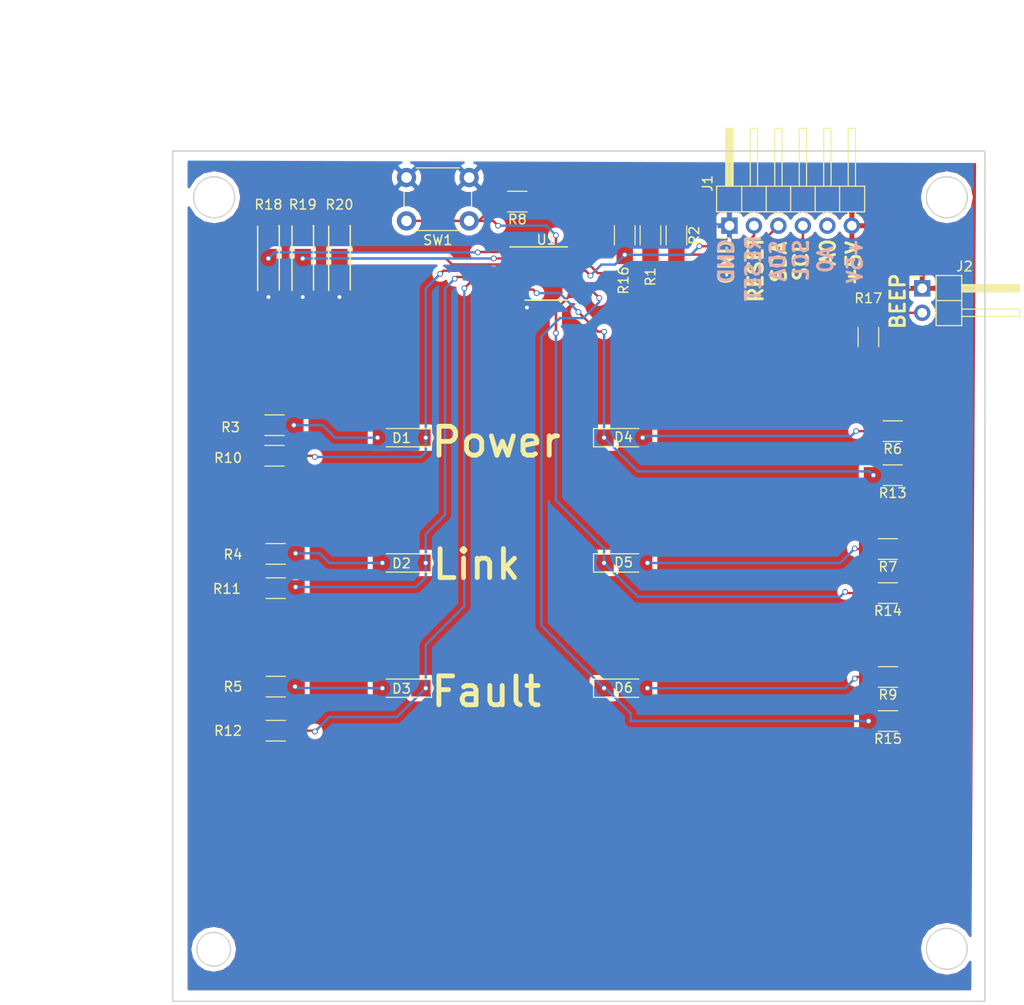
<source format=kicad_pcb>
(kicad_pcb (version 4) (host pcbnew 4.0.7)

  (general
    (links 60)
    (no_connects 0)
    (area 49.174999 30.174999 133.575001 118.575001)
    (thickness 1.6)
    (drawings 35)
    (tracks 220)
    (zones 0)
    (modules 30)
    (nets 24)
  )

  (page A4)
  (layers
    (0 F.Cu signal)
    (31 B.Cu signal)
    (32 B.Adhes user)
    (33 F.Adhes user)
    (34 B.Paste user)
    (35 F.Paste user)
    (36 B.SilkS user hide)
    (37 F.SilkS user)
    (38 B.Mask user)
    (39 F.Mask user)
    (40 Dwgs.User user)
    (41 Cmts.User user)
    (42 Eco1.User user)
    (43 Eco2.User user)
    (44 Edge.Cuts user)
    (45 Margin user)
    (46 B.CrtYd user hide)
    (47 F.CrtYd user)
    (48 B.Fab user)
    (49 F.Fab user hide)
  )

  (setup
    (last_trace_width 0.25)
    (trace_clearance 0.2)
    (zone_clearance 0.508)
    (zone_45_only yes)
    (trace_min 0.2)
    (segment_width 0.2)
    (edge_width 0.15)
    (via_size 0.6)
    (via_drill 0.4)
    (via_min_size 0.4)
    (via_min_drill 0.3)
    (uvia_size 0.3)
    (uvia_drill 0.1)
    (uvias_allowed no)
    (uvia_min_size 0.2)
    (uvia_min_drill 0.1)
    (pcb_text_width 0.3)
    (pcb_text_size 1.5 1.5)
    (mod_edge_width 0.15)
    (mod_text_size 1 1)
    (mod_text_width 0.15)
    (pad_size 2 1.7)
    (pad_drill 0)
    (pad_to_mask_clearance 0.2)
    (aux_axis_origin 0 0)
    (visible_elements 7FFFFFFF)
    (pcbplotparams
      (layerselection 0x010f0_80000001)
      (usegerberextensions true)
      (excludeedgelayer true)
      (linewidth 0.100000)
      (plotframeref false)
      (viasonmask false)
      (mode 1)
      (useauxorigin false)
      (hpglpennumber 1)
      (hpglpenspeed 20)
      (hpglpendiameter 15)
      (hpglpenoverlay 2)
      (psnegative false)
      (psa4output false)
      (plotreference true)
      (plotvalue true)
      (plotinvisibletext false)
      (padsonsilk false)
      (subtractmaskfromsilk false)
      (outputformat 1)
      (mirror false)
      (drillshape 0)
      (scaleselection 1)
      (outputdirectory Production/))
  )

  (net 0 "")
  (net 1 "Net-(D1-Pad1)")
  (net 2 "Net-(D1-Pad2)")
  (net 3 "Net-(D2-Pad1)")
  (net 4 "Net-(D2-Pad2)")
  (net 5 "Net-(D3-Pad1)")
  (net 6 "Net-(D3-Pad2)")
  (net 7 "Net-(D4-Pad1)")
  (net 8 "Net-(D4-Pad2)")
  (net 9 "Net-(D5-Pad1)")
  (net 10 "Net-(D5-Pad2)")
  (net 11 "Net-(D6-Pad1)")
  (net 12 "Net-(D6-Pad2)")
  (net 13 GND)
  (net 14 /~RESET)
  (net 15 /SDA)
  (net 16 /SCL)
  (net 17 VDD)
  (net 18 /BEEP)
  (net 19 /SWITCH)
  (net 20 "Net-(R18-Pad2)")
  (net 21 "Net-(R19-Pad2)")
  (net 22 "Net-(R20-Pad2)")
  (net 23 "Net-(J1-Pad5)")

  (net_class Default "This is the default net class."
    (clearance 0.2)
    (trace_width 0.25)
    (via_dia 0.6)
    (via_drill 0.4)
    (uvia_dia 0.3)
    (uvia_drill 0.1)
    (add_net /BEEP)
    (add_net /SCL)
    (add_net /SDA)
    (add_net /SWITCH)
    (add_net /~RESET)
    (add_net GND)
    (add_net "Net-(D1-Pad1)")
    (add_net "Net-(D1-Pad2)")
    (add_net "Net-(D2-Pad1)")
    (add_net "Net-(D2-Pad2)")
    (add_net "Net-(D3-Pad1)")
    (add_net "Net-(D3-Pad2)")
    (add_net "Net-(D4-Pad1)")
    (add_net "Net-(D4-Pad2)")
    (add_net "Net-(D5-Pad1)")
    (add_net "Net-(D5-Pad2)")
    (add_net "Net-(D6-Pad1)")
    (add_net "Net-(D6-Pad2)")
    (add_net "Net-(J1-Pad5)")
    (add_net "Net-(R18-Pad2)")
    (add_net "Net-(R19-Pad2)")
    (add_net "Net-(R20-Pad2)")
    (add_net VDD)
  )

  (net_class Power ""
    (clearance 0.2)
    (trace_width 0.5)
    (via_dia 0.6)
    (via_drill 0.4)
    (uvia_dia 0.3)
    (uvia_drill 0.1)
  )

  (module Pin_Headers:Pin_Header_Angled_1x06_Pitch2.54mm (layer F.Cu) (tedit 59650532) (tstamp 5A8D5567)
    (at 107 38 90)
    (descr "Through hole angled pin header, 1x06, 2.54mm pitch, 6mm pin length, single row")
    (tags "Through hole angled pin header THT 1x06 2.54mm single row")
    (path /5A8C4E77)
    (fp_text reference J1 (at 4.385 -2.27 90) (layer F.SilkS)
      (effects (font (size 1 1) (thickness 0.15)))
    )
    (fp_text value Conn_01x06 (at 4.385 14.97 90) (layer F.Fab)
      (effects (font (size 1 1) (thickness 0.15)))
    )
    (fp_line (start 2.135 -1.27) (end 4.04 -1.27) (layer F.Fab) (width 0.1))
    (fp_line (start 4.04 -1.27) (end 4.04 13.97) (layer F.Fab) (width 0.1))
    (fp_line (start 4.04 13.97) (end 1.5 13.97) (layer F.Fab) (width 0.1))
    (fp_line (start 1.5 13.97) (end 1.5 -0.635) (layer F.Fab) (width 0.1))
    (fp_line (start 1.5 -0.635) (end 2.135 -1.27) (layer F.Fab) (width 0.1))
    (fp_line (start -0.32 -0.32) (end 1.5 -0.32) (layer F.Fab) (width 0.1))
    (fp_line (start -0.32 -0.32) (end -0.32 0.32) (layer F.Fab) (width 0.1))
    (fp_line (start -0.32 0.32) (end 1.5 0.32) (layer F.Fab) (width 0.1))
    (fp_line (start 4.04 -0.32) (end 10.04 -0.32) (layer F.Fab) (width 0.1))
    (fp_line (start 10.04 -0.32) (end 10.04 0.32) (layer F.Fab) (width 0.1))
    (fp_line (start 4.04 0.32) (end 10.04 0.32) (layer F.Fab) (width 0.1))
    (fp_line (start -0.32 2.22) (end 1.5 2.22) (layer F.Fab) (width 0.1))
    (fp_line (start -0.32 2.22) (end -0.32 2.86) (layer F.Fab) (width 0.1))
    (fp_line (start -0.32 2.86) (end 1.5 2.86) (layer F.Fab) (width 0.1))
    (fp_line (start 4.04 2.22) (end 10.04 2.22) (layer F.Fab) (width 0.1))
    (fp_line (start 10.04 2.22) (end 10.04 2.86) (layer F.Fab) (width 0.1))
    (fp_line (start 4.04 2.86) (end 10.04 2.86) (layer F.Fab) (width 0.1))
    (fp_line (start -0.32 4.76) (end 1.5 4.76) (layer F.Fab) (width 0.1))
    (fp_line (start -0.32 4.76) (end -0.32 5.4) (layer F.Fab) (width 0.1))
    (fp_line (start -0.32 5.4) (end 1.5 5.4) (layer F.Fab) (width 0.1))
    (fp_line (start 4.04 4.76) (end 10.04 4.76) (layer F.Fab) (width 0.1))
    (fp_line (start 10.04 4.76) (end 10.04 5.4) (layer F.Fab) (width 0.1))
    (fp_line (start 4.04 5.4) (end 10.04 5.4) (layer F.Fab) (width 0.1))
    (fp_line (start -0.32 7.3) (end 1.5 7.3) (layer F.Fab) (width 0.1))
    (fp_line (start -0.32 7.3) (end -0.32 7.94) (layer F.Fab) (width 0.1))
    (fp_line (start -0.32 7.94) (end 1.5 7.94) (layer F.Fab) (width 0.1))
    (fp_line (start 4.04 7.3) (end 10.04 7.3) (layer F.Fab) (width 0.1))
    (fp_line (start 10.04 7.3) (end 10.04 7.94) (layer F.Fab) (width 0.1))
    (fp_line (start 4.04 7.94) (end 10.04 7.94) (layer F.Fab) (width 0.1))
    (fp_line (start -0.32 9.84) (end 1.5 9.84) (layer F.Fab) (width 0.1))
    (fp_line (start -0.32 9.84) (end -0.32 10.48) (layer F.Fab) (width 0.1))
    (fp_line (start -0.32 10.48) (end 1.5 10.48) (layer F.Fab) (width 0.1))
    (fp_line (start 4.04 9.84) (end 10.04 9.84) (layer F.Fab) (width 0.1))
    (fp_line (start 10.04 9.84) (end 10.04 10.48) (layer F.Fab) (width 0.1))
    (fp_line (start 4.04 10.48) (end 10.04 10.48) (layer F.Fab) (width 0.1))
    (fp_line (start -0.32 12.38) (end 1.5 12.38) (layer F.Fab) (width 0.1))
    (fp_line (start -0.32 12.38) (end -0.32 13.02) (layer F.Fab) (width 0.1))
    (fp_line (start -0.32 13.02) (end 1.5 13.02) (layer F.Fab) (width 0.1))
    (fp_line (start 4.04 12.38) (end 10.04 12.38) (layer F.Fab) (width 0.1))
    (fp_line (start 10.04 12.38) (end 10.04 13.02) (layer F.Fab) (width 0.1))
    (fp_line (start 4.04 13.02) (end 10.04 13.02) (layer F.Fab) (width 0.1))
    (fp_line (start 1.44 -1.33) (end 1.44 14.03) (layer F.SilkS) (width 0.12))
    (fp_line (start 1.44 14.03) (end 4.1 14.03) (layer F.SilkS) (width 0.12))
    (fp_line (start 4.1 14.03) (end 4.1 -1.33) (layer F.SilkS) (width 0.12))
    (fp_line (start 4.1 -1.33) (end 1.44 -1.33) (layer F.SilkS) (width 0.12))
    (fp_line (start 4.1 -0.38) (end 10.1 -0.38) (layer F.SilkS) (width 0.12))
    (fp_line (start 10.1 -0.38) (end 10.1 0.38) (layer F.SilkS) (width 0.12))
    (fp_line (start 10.1 0.38) (end 4.1 0.38) (layer F.SilkS) (width 0.12))
    (fp_line (start 4.1 -0.32) (end 10.1 -0.32) (layer F.SilkS) (width 0.12))
    (fp_line (start 4.1 -0.2) (end 10.1 -0.2) (layer F.SilkS) (width 0.12))
    (fp_line (start 4.1 -0.08) (end 10.1 -0.08) (layer F.SilkS) (width 0.12))
    (fp_line (start 4.1 0.04) (end 10.1 0.04) (layer F.SilkS) (width 0.12))
    (fp_line (start 4.1 0.16) (end 10.1 0.16) (layer F.SilkS) (width 0.12))
    (fp_line (start 4.1 0.28) (end 10.1 0.28) (layer F.SilkS) (width 0.12))
    (fp_line (start 1.11 -0.38) (end 1.44 -0.38) (layer F.SilkS) (width 0.12))
    (fp_line (start 1.11 0.38) (end 1.44 0.38) (layer F.SilkS) (width 0.12))
    (fp_line (start 1.44 1.27) (end 4.1 1.27) (layer F.SilkS) (width 0.12))
    (fp_line (start 4.1 2.16) (end 10.1 2.16) (layer F.SilkS) (width 0.12))
    (fp_line (start 10.1 2.16) (end 10.1 2.92) (layer F.SilkS) (width 0.12))
    (fp_line (start 10.1 2.92) (end 4.1 2.92) (layer F.SilkS) (width 0.12))
    (fp_line (start 1.042929 2.16) (end 1.44 2.16) (layer F.SilkS) (width 0.12))
    (fp_line (start 1.042929 2.92) (end 1.44 2.92) (layer F.SilkS) (width 0.12))
    (fp_line (start 1.44 3.81) (end 4.1 3.81) (layer F.SilkS) (width 0.12))
    (fp_line (start 4.1 4.7) (end 10.1 4.7) (layer F.SilkS) (width 0.12))
    (fp_line (start 10.1 4.7) (end 10.1 5.46) (layer F.SilkS) (width 0.12))
    (fp_line (start 10.1 5.46) (end 4.1 5.46) (layer F.SilkS) (width 0.12))
    (fp_line (start 1.042929 4.7) (end 1.44 4.7) (layer F.SilkS) (width 0.12))
    (fp_line (start 1.042929 5.46) (end 1.44 5.46) (layer F.SilkS) (width 0.12))
    (fp_line (start 1.44 6.35) (end 4.1 6.35) (layer F.SilkS) (width 0.12))
    (fp_line (start 4.1 7.24) (end 10.1 7.24) (layer F.SilkS) (width 0.12))
    (fp_line (start 10.1 7.24) (end 10.1 8) (layer F.SilkS) (width 0.12))
    (fp_line (start 10.1 8) (end 4.1 8) (layer F.SilkS) (width 0.12))
    (fp_line (start 1.042929 7.24) (end 1.44 7.24) (layer F.SilkS) (width 0.12))
    (fp_line (start 1.042929 8) (end 1.44 8) (layer F.SilkS) (width 0.12))
    (fp_line (start 1.44 8.89) (end 4.1 8.89) (layer F.SilkS) (width 0.12))
    (fp_line (start 4.1 9.78) (end 10.1 9.78) (layer F.SilkS) (width 0.12))
    (fp_line (start 10.1 9.78) (end 10.1 10.54) (layer F.SilkS) (width 0.12))
    (fp_line (start 10.1 10.54) (end 4.1 10.54) (layer F.SilkS) (width 0.12))
    (fp_line (start 1.042929 9.78) (end 1.44 9.78) (layer F.SilkS) (width 0.12))
    (fp_line (start 1.042929 10.54) (end 1.44 10.54) (layer F.SilkS) (width 0.12))
    (fp_line (start 1.44 11.43) (end 4.1 11.43) (layer F.SilkS) (width 0.12))
    (fp_line (start 4.1 12.32) (end 10.1 12.32) (layer F.SilkS) (width 0.12))
    (fp_line (start 10.1 12.32) (end 10.1 13.08) (layer F.SilkS) (width 0.12))
    (fp_line (start 10.1 13.08) (end 4.1 13.08) (layer F.SilkS) (width 0.12))
    (fp_line (start 1.042929 12.32) (end 1.44 12.32) (layer F.SilkS) (width 0.12))
    (fp_line (start 1.042929 13.08) (end 1.44 13.08) (layer F.SilkS) (width 0.12))
    (fp_line (start -1.27 0) (end -1.27 -1.27) (layer F.SilkS) (width 0.12))
    (fp_line (start -1.27 -1.27) (end 0 -1.27) (layer F.SilkS) (width 0.12))
    (fp_line (start -1.8 -1.8) (end -1.8 14.5) (layer F.CrtYd) (width 0.05))
    (fp_line (start -1.8 14.5) (end 10.55 14.5) (layer F.CrtYd) (width 0.05))
    (fp_line (start 10.55 14.5) (end 10.55 -1.8) (layer F.CrtYd) (width 0.05))
    (fp_line (start 10.55 -1.8) (end -1.8 -1.8) (layer F.CrtYd) (width 0.05))
    (fp_text user %R (at 2.77 6.35 180) (layer F.Fab)
      (effects (font (size 1 1) (thickness 0.15)))
    )
    (pad 1 thru_hole rect (at 0 0 90) (size 1.7 1.7) (drill 1) (layers *.Cu *.Mask)
      (net 13 GND))
    (pad 2 thru_hole oval (at 0 2.54 90) (size 1.7 1.7) (drill 1) (layers *.Cu *.Mask)
      (net 14 /~RESET))
    (pad 3 thru_hole oval (at 0 5.08 90) (size 1.7 1.7) (drill 1) (layers *.Cu *.Mask)
      (net 15 /SDA))
    (pad 4 thru_hole oval (at 0 7.62 90) (size 1.7 1.7) (drill 1) (layers *.Cu *.Mask)
      (net 16 /SCL))
    (pad 5 thru_hole oval (at 0 10.16 90) (size 1.7 1.7) (drill 1) (layers *.Cu *.Mask)
      (net 23 "Net-(J1-Pad5)"))
    (pad 6 thru_hole oval (at 0 12.7 90) (size 1.7 1.7) (drill 1) (layers *.Cu *.Mask)
      (net 17 VDD))
    (model ${KISYS3DMOD}/Pin_Headers.3dshapes/Pin_Header_Angled_1x06_Pitch2.54mm.wrl
      (at (xyz 0 0 0))
      (scale (xyz 1 1 1))
      (rotate (xyz 0 0 0))
    )
  )

  (module Pin_Headers:Pin_Header_Angled_1x02_Pitch2.54mm (layer F.Cu) (tedit 59650532) (tstamp 5A8D556D)
    (at 127 44.5)
    (descr "Through hole angled pin header, 1x02, 2.54mm pitch, 6mm pin length, single row")
    (tags "Through hole angled pin header THT 1x02 2.54mm single row")
    (path /5A8C6138)
    (fp_text reference J2 (at 4.385 -2.27) (layer F.SilkS)
      (effects (font (size 1 1) (thickness 0.15)))
    )
    (fp_text value Conn_01x02 (at 4.385 4.81) (layer F.Fab)
      (effects (font (size 1 1) (thickness 0.15)))
    )
    (fp_line (start 2.135 -1.27) (end 4.04 -1.27) (layer F.Fab) (width 0.1))
    (fp_line (start 4.04 -1.27) (end 4.04 3.81) (layer F.Fab) (width 0.1))
    (fp_line (start 4.04 3.81) (end 1.5 3.81) (layer F.Fab) (width 0.1))
    (fp_line (start 1.5 3.81) (end 1.5 -0.635) (layer F.Fab) (width 0.1))
    (fp_line (start 1.5 -0.635) (end 2.135 -1.27) (layer F.Fab) (width 0.1))
    (fp_line (start -0.32 -0.32) (end 1.5 -0.32) (layer F.Fab) (width 0.1))
    (fp_line (start -0.32 -0.32) (end -0.32 0.32) (layer F.Fab) (width 0.1))
    (fp_line (start -0.32 0.32) (end 1.5 0.32) (layer F.Fab) (width 0.1))
    (fp_line (start 4.04 -0.32) (end 10.04 -0.32) (layer F.Fab) (width 0.1))
    (fp_line (start 10.04 -0.32) (end 10.04 0.32) (layer F.Fab) (width 0.1))
    (fp_line (start 4.04 0.32) (end 10.04 0.32) (layer F.Fab) (width 0.1))
    (fp_line (start -0.32 2.22) (end 1.5 2.22) (layer F.Fab) (width 0.1))
    (fp_line (start -0.32 2.22) (end -0.32 2.86) (layer F.Fab) (width 0.1))
    (fp_line (start -0.32 2.86) (end 1.5 2.86) (layer F.Fab) (width 0.1))
    (fp_line (start 4.04 2.22) (end 10.04 2.22) (layer F.Fab) (width 0.1))
    (fp_line (start 10.04 2.22) (end 10.04 2.86) (layer F.Fab) (width 0.1))
    (fp_line (start 4.04 2.86) (end 10.04 2.86) (layer F.Fab) (width 0.1))
    (fp_line (start 1.44 -1.33) (end 1.44 3.87) (layer F.SilkS) (width 0.12))
    (fp_line (start 1.44 3.87) (end 4.1 3.87) (layer F.SilkS) (width 0.12))
    (fp_line (start 4.1 3.87) (end 4.1 -1.33) (layer F.SilkS) (width 0.12))
    (fp_line (start 4.1 -1.33) (end 1.44 -1.33) (layer F.SilkS) (width 0.12))
    (fp_line (start 4.1 -0.38) (end 10.1 -0.38) (layer F.SilkS) (width 0.12))
    (fp_line (start 10.1 -0.38) (end 10.1 0.38) (layer F.SilkS) (width 0.12))
    (fp_line (start 10.1 0.38) (end 4.1 0.38) (layer F.SilkS) (width 0.12))
    (fp_line (start 4.1 -0.32) (end 10.1 -0.32) (layer F.SilkS) (width 0.12))
    (fp_line (start 4.1 -0.2) (end 10.1 -0.2) (layer F.SilkS) (width 0.12))
    (fp_line (start 4.1 -0.08) (end 10.1 -0.08) (layer F.SilkS) (width 0.12))
    (fp_line (start 4.1 0.04) (end 10.1 0.04) (layer F.SilkS) (width 0.12))
    (fp_line (start 4.1 0.16) (end 10.1 0.16) (layer F.SilkS) (width 0.12))
    (fp_line (start 4.1 0.28) (end 10.1 0.28) (layer F.SilkS) (width 0.12))
    (fp_line (start 1.11 -0.38) (end 1.44 -0.38) (layer F.SilkS) (width 0.12))
    (fp_line (start 1.11 0.38) (end 1.44 0.38) (layer F.SilkS) (width 0.12))
    (fp_line (start 1.44 1.27) (end 4.1 1.27) (layer F.SilkS) (width 0.12))
    (fp_line (start 4.1 2.16) (end 10.1 2.16) (layer F.SilkS) (width 0.12))
    (fp_line (start 10.1 2.16) (end 10.1 2.92) (layer F.SilkS) (width 0.12))
    (fp_line (start 10.1 2.92) (end 4.1 2.92) (layer F.SilkS) (width 0.12))
    (fp_line (start 1.042929 2.16) (end 1.44 2.16) (layer F.SilkS) (width 0.12))
    (fp_line (start 1.042929 2.92) (end 1.44 2.92) (layer F.SilkS) (width 0.12))
    (fp_line (start -1.27 0) (end -1.27 -1.27) (layer F.SilkS) (width 0.12))
    (fp_line (start -1.27 -1.27) (end 0 -1.27) (layer F.SilkS) (width 0.12))
    (fp_line (start -1.8 -1.8) (end -1.8 4.35) (layer F.CrtYd) (width 0.05))
    (fp_line (start -1.8 4.35) (end 10.55 4.35) (layer F.CrtYd) (width 0.05))
    (fp_line (start 10.55 4.35) (end 10.55 -1.8) (layer F.CrtYd) (width 0.05))
    (fp_line (start 10.55 -1.8) (end -1.8 -1.8) (layer F.CrtYd) (width 0.05))
    (fp_text user %R (at 2.77 1.27 90) (layer F.Fab)
      (effects (font (size 1 1) (thickness 0.15)))
    )
    (pad 1 thru_hole rect (at 0 0) (size 1.7 1.7) (drill 1) (layers *.Cu *.Mask)
      (net 17 VDD))
    (pad 2 thru_hole oval (at 0 2.54) (size 1.7 1.7) (drill 1) (layers *.Cu *.Mask)
      (net 18 /BEEP))
    (model ${KISYS3DMOD}/Pin_Headers.3dshapes/Pin_Header_Angled_1x02_Pitch2.54mm.wrl
      (at (xyz 0 0 0))
      (scale (xyz 1 1 1))
      (rotate (xyz 0 0 0))
    )
  )

  (module Resistors_SMD:R_1206_HandSoldering (layer F.Cu) (tedit 58E0A804) (tstamp 5A8D5573)
    (at 98.806 38.989 270)
    (descr "Resistor SMD 1206, hand soldering")
    (tags "resistor 1206")
    (path /5A8C4D6B)
    (attr smd)
    (fp_text reference R1 (at 4.318 0 270) (layer F.SilkS)
      (effects (font (size 1 1) (thickness 0.15)))
    )
    (fp_text value 10k (at -4.953 0 270) (layer F.Fab)
      (effects (font (size 1 1) (thickness 0.15)))
    )
    (fp_text user %R (at 0 0 270) (layer F.Fab)
      (effects (font (size 0.7 0.7) (thickness 0.105)))
    )
    (fp_line (start -1.6 0.8) (end -1.6 -0.8) (layer F.Fab) (width 0.1))
    (fp_line (start 1.6 0.8) (end -1.6 0.8) (layer F.Fab) (width 0.1))
    (fp_line (start 1.6 -0.8) (end 1.6 0.8) (layer F.Fab) (width 0.1))
    (fp_line (start -1.6 -0.8) (end 1.6 -0.8) (layer F.Fab) (width 0.1))
    (fp_line (start 1 1.07) (end -1 1.07) (layer F.SilkS) (width 0.12))
    (fp_line (start -1 -1.07) (end 1 -1.07) (layer F.SilkS) (width 0.12))
    (fp_line (start -3.25 -1.11) (end 3.25 -1.11) (layer F.CrtYd) (width 0.05))
    (fp_line (start -3.25 -1.11) (end -3.25 1.1) (layer F.CrtYd) (width 0.05))
    (fp_line (start 3.25 1.1) (end 3.25 -1.11) (layer F.CrtYd) (width 0.05))
    (fp_line (start 3.25 1.1) (end -3.25 1.1) (layer F.CrtYd) (width 0.05))
    (pad 1 smd rect (at -2 0 270) (size 2 1.7) (layers F.Cu F.Paste F.Mask)
      (net 17 VDD))
    (pad 2 smd rect (at 2 0 270) (size 2 1.7) (layers F.Cu F.Paste F.Mask)
      (net 16 /SCL))
    (model ${KISYS3DMOD}/Resistors_SMD.3dshapes/R_1206.wrl
      (at (xyz 0 0 0))
      (scale (xyz 1 1 1))
      (rotate (xyz 0 0 0))
    )
  )

  (module Resistors_SMD:R_1206_HandSoldering (layer F.Cu) (tedit 58E0A804) (tstamp 5A8D5579)
    (at 101.5 39 270)
    (descr "Resistor SMD 1206, hand soldering")
    (tags "resistor 1206")
    (path /5A8C4CE5)
    (attr smd)
    (fp_text reference R2 (at 0 -1.85 270) (layer F.SilkS)
      (effects (font (size 1 1) (thickness 0.15)))
    )
    (fp_text value 10k (at -4.837 0.027 270) (layer F.Fab)
      (effects (font (size 1 1) (thickness 0.15)))
    )
    (fp_text user %R (at 0 0 270) (layer F.Fab)
      (effects (font (size 0.7 0.7) (thickness 0.105)))
    )
    (fp_line (start -1.6 0.8) (end -1.6 -0.8) (layer F.Fab) (width 0.1))
    (fp_line (start 1.6 0.8) (end -1.6 0.8) (layer F.Fab) (width 0.1))
    (fp_line (start 1.6 -0.8) (end 1.6 0.8) (layer F.Fab) (width 0.1))
    (fp_line (start -1.6 -0.8) (end 1.6 -0.8) (layer F.Fab) (width 0.1))
    (fp_line (start 1 1.07) (end -1 1.07) (layer F.SilkS) (width 0.12))
    (fp_line (start -1 -1.07) (end 1 -1.07) (layer F.SilkS) (width 0.12))
    (fp_line (start -3.25 -1.11) (end 3.25 -1.11) (layer F.CrtYd) (width 0.05))
    (fp_line (start -3.25 -1.11) (end -3.25 1.1) (layer F.CrtYd) (width 0.05))
    (fp_line (start 3.25 1.1) (end 3.25 -1.11) (layer F.CrtYd) (width 0.05))
    (fp_line (start 3.25 1.1) (end -3.25 1.1) (layer F.CrtYd) (width 0.05))
    (pad 1 smd rect (at -2 0 270) (size 2 1.7) (layers F.Cu F.Paste F.Mask)
      (net 17 VDD))
    (pad 2 smd rect (at 2 0 270) (size 2 1.7) (layers F.Cu F.Paste F.Mask)
      (net 15 /SDA))
    (model ${KISYS3DMOD}/Resistors_SMD.3dshapes/R_1206.wrl
      (at (xyz 0 0 0))
      (scale (xyz 1 1 1))
      (rotate (xyz 0 0 0))
    )
  )

  (module Resistors_SMD:R_1206_HandSoldering (layer F.Cu) (tedit 58E0A804) (tstamp 5A8D557F)
    (at 59.817 58.705)
    (descr "Resistor SMD 1206, hand soldering")
    (tags "resistor 1206")
    (path /5A8C496F)
    (attr smd)
    (fp_text reference R3 (at -4.572 0.223) (layer F.SilkS)
      (effects (font (size 1 1) (thickness 0.15)))
    )
    (fp_text value R (at 0 1.9) (layer F.Fab)
      (effects (font (size 1 1) (thickness 0.15)))
    )
    (fp_text user %R (at 0 0) (layer F.Fab)
      (effects (font (size 0.7 0.7) (thickness 0.105)))
    )
    (fp_line (start -1.6 0.8) (end -1.6 -0.8) (layer F.Fab) (width 0.1))
    (fp_line (start 1.6 0.8) (end -1.6 0.8) (layer F.Fab) (width 0.1))
    (fp_line (start 1.6 -0.8) (end 1.6 0.8) (layer F.Fab) (width 0.1))
    (fp_line (start -1.6 -0.8) (end 1.6 -0.8) (layer F.Fab) (width 0.1))
    (fp_line (start 1 1.07) (end -1 1.07) (layer F.SilkS) (width 0.12))
    (fp_line (start -1 -1.07) (end 1 -1.07) (layer F.SilkS) (width 0.12))
    (fp_line (start -3.25 -1.11) (end 3.25 -1.11) (layer F.CrtYd) (width 0.05))
    (fp_line (start -3.25 -1.11) (end -3.25 1.1) (layer F.CrtYd) (width 0.05))
    (fp_line (start 3.25 1.1) (end 3.25 -1.11) (layer F.CrtYd) (width 0.05))
    (fp_line (start 3.25 1.1) (end -3.25 1.1) (layer F.CrtYd) (width 0.05))
    (pad 1 smd rect (at -2 0) (size 2 1.7) (layers F.Cu F.Paste F.Mask)
      (net 17 VDD))
    (pad 2 smd rect (at 2 0) (size 2 1.7) (layers F.Cu F.Paste F.Mask)
      (net 2 "Net-(D1-Pad2)"))
    (model ${KISYS3DMOD}/Resistors_SMD.3dshapes/R_1206.wrl
      (at (xyz 0 0 0))
      (scale (xyz 1 1 1))
      (rotate (xyz 0 0 0))
    )
  )

  (module Resistors_SMD:R_1206_HandSoldering (layer F.Cu) (tedit 58E0A804) (tstamp 5A8D5585)
    (at 59.936 72.064)
    (descr "Resistor SMD 1206, hand soldering")
    (tags "resistor 1206")
    (path /5A8C49FC)
    (attr smd)
    (fp_text reference R4 (at -4.437 0.072) (layer F.SilkS)
      (effects (font (size 1 1) (thickness 0.15)))
    )
    (fp_text value R (at 0 1.9) (layer F.Fab)
      (effects (font (size 1 1) (thickness 0.15)))
    )
    (fp_text user %R (at 0 0) (layer F.Fab)
      (effects (font (size 0.7 0.7) (thickness 0.105)))
    )
    (fp_line (start -1.6 0.8) (end -1.6 -0.8) (layer F.Fab) (width 0.1))
    (fp_line (start 1.6 0.8) (end -1.6 0.8) (layer F.Fab) (width 0.1))
    (fp_line (start 1.6 -0.8) (end 1.6 0.8) (layer F.Fab) (width 0.1))
    (fp_line (start -1.6 -0.8) (end 1.6 -0.8) (layer F.Fab) (width 0.1))
    (fp_line (start 1 1.07) (end -1 1.07) (layer F.SilkS) (width 0.12))
    (fp_line (start -1 -1.07) (end 1 -1.07) (layer F.SilkS) (width 0.12))
    (fp_line (start -3.25 -1.11) (end 3.25 -1.11) (layer F.CrtYd) (width 0.05))
    (fp_line (start -3.25 -1.11) (end -3.25 1.1) (layer F.CrtYd) (width 0.05))
    (fp_line (start 3.25 1.1) (end 3.25 -1.11) (layer F.CrtYd) (width 0.05))
    (fp_line (start 3.25 1.1) (end -3.25 1.1) (layer F.CrtYd) (width 0.05))
    (pad 1 smd rect (at -2 0) (size 2 1.7) (layers F.Cu F.Paste F.Mask)
      (net 17 VDD))
    (pad 2 smd rect (at 2 0) (size 2 1.7) (layers F.Cu F.Paste F.Mask)
      (net 4 "Net-(D2-Pad2)"))
    (model ${KISYS3DMOD}/Resistors_SMD.3dshapes/R_1206.wrl
      (at (xyz 0 0 0))
      (scale (xyz 1 1 1))
      (rotate (xyz 0 0 0))
    )
  )

  (module Resistors_SMD:R_1206_HandSoldering (layer F.Cu) (tedit 58E0A804) (tstamp 5A8D558B)
    (at 59.944 85.836)
    (descr "Resistor SMD 1206, hand soldering")
    (tags "resistor 1206")
    (path /5A8C4A35)
    (attr smd)
    (fp_text reference R5 (at -4.445 0.016) (layer F.SilkS)
      (effects (font (size 1 1) (thickness 0.15)))
    )
    (fp_text value R (at 0 1.9) (layer F.Fab)
      (effects (font (size 1 1) (thickness 0.15)))
    )
    (fp_text user %R (at 0 0) (layer F.Fab)
      (effects (font (size 0.7 0.7) (thickness 0.105)))
    )
    (fp_line (start -1.6 0.8) (end -1.6 -0.8) (layer F.Fab) (width 0.1))
    (fp_line (start 1.6 0.8) (end -1.6 0.8) (layer F.Fab) (width 0.1))
    (fp_line (start 1.6 -0.8) (end 1.6 0.8) (layer F.Fab) (width 0.1))
    (fp_line (start -1.6 -0.8) (end 1.6 -0.8) (layer F.Fab) (width 0.1))
    (fp_line (start 1 1.07) (end -1 1.07) (layer F.SilkS) (width 0.12))
    (fp_line (start -1 -1.07) (end 1 -1.07) (layer F.SilkS) (width 0.12))
    (fp_line (start -3.25 -1.11) (end 3.25 -1.11) (layer F.CrtYd) (width 0.05))
    (fp_line (start -3.25 -1.11) (end -3.25 1.1) (layer F.CrtYd) (width 0.05))
    (fp_line (start 3.25 1.1) (end 3.25 -1.11) (layer F.CrtYd) (width 0.05))
    (fp_line (start 3.25 1.1) (end -3.25 1.1) (layer F.CrtYd) (width 0.05))
    (pad 1 smd rect (at -2 0) (size 2 1.7) (layers F.Cu F.Paste F.Mask)
      (net 17 VDD))
    (pad 2 smd rect (at 2 0) (size 2 1.7) (layers F.Cu F.Paste F.Mask)
      (net 6 "Net-(D3-Pad2)"))
    (model ${KISYS3DMOD}/Resistors_SMD.3dshapes/R_1206.wrl
      (at (xyz 0 0 0))
      (scale (xyz 1 1 1))
      (rotate (xyz 0 0 0))
    )
  )

  (module Resistors_SMD:R_1206_HandSoldering (layer F.Cu) (tedit 58E0A804) (tstamp 5A8D5591)
    (at 123.936 59.324 180)
    (descr "Resistor SMD 1206, hand soldering")
    (tags "resistor 1206")
    (path /5A8C4A77)
    (attr smd)
    (fp_text reference R6 (at 0 -1.85 180) (layer F.SilkS)
      (effects (font (size 1 1) (thickness 0.15)))
    )
    (fp_text value R (at 0 1.9 180) (layer F.Fab)
      (effects (font (size 1 1) (thickness 0.15)))
    )
    (fp_text user %R (at 0 0 180) (layer F.Fab)
      (effects (font (size 0.7 0.7) (thickness 0.105)))
    )
    (fp_line (start -1.6 0.8) (end -1.6 -0.8) (layer F.Fab) (width 0.1))
    (fp_line (start 1.6 0.8) (end -1.6 0.8) (layer F.Fab) (width 0.1))
    (fp_line (start 1.6 -0.8) (end 1.6 0.8) (layer F.Fab) (width 0.1))
    (fp_line (start -1.6 -0.8) (end 1.6 -0.8) (layer F.Fab) (width 0.1))
    (fp_line (start 1 1.07) (end -1 1.07) (layer F.SilkS) (width 0.12))
    (fp_line (start -1 -1.07) (end 1 -1.07) (layer F.SilkS) (width 0.12))
    (fp_line (start -3.25 -1.11) (end 3.25 -1.11) (layer F.CrtYd) (width 0.05))
    (fp_line (start -3.25 -1.11) (end -3.25 1.1) (layer F.CrtYd) (width 0.05))
    (fp_line (start 3.25 1.1) (end 3.25 -1.11) (layer F.CrtYd) (width 0.05))
    (fp_line (start 3.25 1.1) (end -3.25 1.1) (layer F.CrtYd) (width 0.05))
    (pad 1 smd rect (at -2 0 180) (size 2 1.7) (layers F.Cu F.Paste F.Mask)
      (net 17 VDD))
    (pad 2 smd rect (at 2 0 180) (size 2 1.7) (layers F.Cu F.Paste F.Mask)
      (net 8 "Net-(D4-Pad2)"))
    (model ${KISYS3DMOD}/Resistors_SMD.3dshapes/R_1206.wrl
      (at (xyz 0 0 0))
      (scale (xyz 1 1 1))
      (rotate (xyz 0 0 0))
    )
  )

  (module Resistors_SMD:R_1206_HandSoldering (layer F.Cu) (tedit 58E0A804) (tstamp 5A8D5597)
    (at 123.436 71.556 180)
    (descr "Resistor SMD 1206, hand soldering")
    (tags "resistor 1206")
    (path /5A8C4AC1)
    (attr smd)
    (fp_text reference R7 (at 0 -1.85 180) (layer F.SilkS)
      (effects (font (size 1 1) (thickness 0.15)))
    )
    (fp_text value R (at 0 1.9 180) (layer F.Fab)
      (effects (font (size 1 1) (thickness 0.15)))
    )
    (fp_text user %R (at 0 0 180) (layer F.Fab)
      (effects (font (size 0.7 0.7) (thickness 0.105)))
    )
    (fp_line (start -1.6 0.8) (end -1.6 -0.8) (layer F.Fab) (width 0.1))
    (fp_line (start 1.6 0.8) (end -1.6 0.8) (layer F.Fab) (width 0.1))
    (fp_line (start 1.6 -0.8) (end 1.6 0.8) (layer F.Fab) (width 0.1))
    (fp_line (start -1.6 -0.8) (end 1.6 -0.8) (layer F.Fab) (width 0.1))
    (fp_line (start 1 1.07) (end -1 1.07) (layer F.SilkS) (width 0.12))
    (fp_line (start -1 -1.07) (end 1 -1.07) (layer F.SilkS) (width 0.12))
    (fp_line (start -3.25 -1.11) (end 3.25 -1.11) (layer F.CrtYd) (width 0.05))
    (fp_line (start -3.25 -1.11) (end -3.25 1.1) (layer F.CrtYd) (width 0.05))
    (fp_line (start 3.25 1.1) (end 3.25 -1.11) (layer F.CrtYd) (width 0.05))
    (fp_line (start 3.25 1.1) (end -3.25 1.1) (layer F.CrtYd) (width 0.05))
    (pad 1 smd rect (at -2 0 180) (size 2 1.7) (layers F.Cu F.Paste F.Mask)
      (net 17 VDD))
    (pad 2 smd rect (at 2 0 180) (size 2 1.7) (layers F.Cu F.Paste F.Mask)
      (net 10 "Net-(D5-Pad2)"))
    (model ${KISYS3DMOD}/Resistors_SMD.3dshapes/R_1206.wrl
      (at (xyz 0 0 0))
      (scale (xyz 1 1 1))
      (rotate (xyz 0 0 0))
    )
  )

  (module Resistors_SMD:R_1206_HandSoldering (layer F.Cu) (tedit 58E0A804) (tstamp 5A8D559D)
    (at 85 35.5 180)
    (descr "Resistor SMD 1206, hand soldering")
    (tags "resistor 1206")
    (path /5A8C6D1B)
    (attr smd)
    (fp_text reference R8 (at 0 -1.85 180) (layer F.SilkS)
      (effects (font (size 1 1) (thickness 0.15)))
    )
    (fp_text value 10k (at 0 1.9 180) (layer F.Fab)
      (effects (font (size 1 1) (thickness 0.15)))
    )
    (fp_text user %R (at 0 0 180) (layer F.Fab)
      (effects (font (size 0.7 0.7) (thickness 0.105)))
    )
    (fp_line (start -1.6 0.8) (end -1.6 -0.8) (layer F.Fab) (width 0.1))
    (fp_line (start 1.6 0.8) (end -1.6 0.8) (layer F.Fab) (width 0.1))
    (fp_line (start 1.6 -0.8) (end 1.6 0.8) (layer F.Fab) (width 0.1))
    (fp_line (start -1.6 -0.8) (end 1.6 -0.8) (layer F.Fab) (width 0.1))
    (fp_line (start 1 1.07) (end -1 1.07) (layer F.SilkS) (width 0.12))
    (fp_line (start -1 -1.07) (end 1 -1.07) (layer F.SilkS) (width 0.12))
    (fp_line (start -3.25 -1.11) (end 3.25 -1.11) (layer F.CrtYd) (width 0.05))
    (fp_line (start -3.25 -1.11) (end -3.25 1.1) (layer F.CrtYd) (width 0.05))
    (fp_line (start 3.25 1.1) (end 3.25 -1.11) (layer F.CrtYd) (width 0.05))
    (fp_line (start 3.25 1.1) (end -3.25 1.1) (layer F.CrtYd) (width 0.05))
    (pad 1 smd rect (at -2 0 180) (size 2 1.7) (layers F.Cu F.Paste F.Mask)
      (net 17 VDD))
    (pad 2 smd rect (at 2 0 180) (size 2 1.7) (layers F.Cu F.Paste F.Mask)
      (net 19 /SWITCH))
    (model ${KISYS3DMOD}/Resistors_SMD.3dshapes/R_1206.wrl
      (at (xyz 0 0 0))
      (scale (xyz 1 1 1))
      (rotate (xyz 0 0 0))
    )
  )

  (module Resistors_SMD:R_1206_HandSoldering (layer F.Cu) (tedit 58E0A804) (tstamp 5A8D55A3)
    (at 123.444 84.836 180)
    (descr "Resistor SMD 1206, hand soldering")
    (tags "resistor 1206")
    (path /5A8C4AFD)
    (attr smd)
    (fp_text reference R9 (at 0 -1.85 180) (layer F.SilkS)
      (effects (font (size 1 1) (thickness 0.15)))
    )
    (fp_text value R (at 0 1.9 180) (layer F.Fab)
      (effects (font (size 1 1) (thickness 0.15)))
    )
    (fp_text user %R (at 0 0 180) (layer F.Fab)
      (effects (font (size 0.7 0.7) (thickness 0.105)))
    )
    (fp_line (start -1.6 0.8) (end -1.6 -0.8) (layer F.Fab) (width 0.1))
    (fp_line (start 1.6 0.8) (end -1.6 0.8) (layer F.Fab) (width 0.1))
    (fp_line (start 1.6 -0.8) (end 1.6 0.8) (layer F.Fab) (width 0.1))
    (fp_line (start -1.6 -0.8) (end 1.6 -0.8) (layer F.Fab) (width 0.1))
    (fp_line (start 1 1.07) (end -1 1.07) (layer F.SilkS) (width 0.12))
    (fp_line (start -1 -1.07) (end 1 -1.07) (layer F.SilkS) (width 0.12))
    (fp_line (start -3.25 -1.11) (end 3.25 -1.11) (layer F.CrtYd) (width 0.05))
    (fp_line (start -3.25 -1.11) (end -3.25 1.1) (layer F.CrtYd) (width 0.05))
    (fp_line (start 3.25 1.1) (end 3.25 -1.11) (layer F.CrtYd) (width 0.05))
    (fp_line (start 3.25 1.1) (end -3.25 1.1) (layer F.CrtYd) (width 0.05))
    (pad 1 smd rect (at -2 0 180) (size 2 1.7) (layers F.Cu F.Paste F.Mask)
      (net 17 VDD))
    (pad 2 smd rect (at 2 0 180) (size 2 1.7) (layers F.Cu F.Paste F.Mask)
      (net 12 "Net-(D6-Pad2)"))
    (model ${KISYS3DMOD}/Resistors_SMD.3dshapes/R_1206.wrl
      (at (xyz 0 0 0))
      (scale (xyz 1 1 1))
      (rotate (xyz 0 0 0))
    )
  )

  (module Resistors_SMD:R_1206_HandSoldering (layer F.Cu) (tedit 58E0A804) (tstamp 5A8D55A9)
    (at 59.817 61.88)
    (descr "Resistor SMD 1206, hand soldering")
    (tags "resistor 1206")
    (path /5A8D796E)
    (attr smd)
    (fp_text reference R10 (at -4.826 0.223) (layer F.SilkS)
      (effects (font (size 1 1) (thickness 0.15)))
    )
    (fp_text value 100k (at 0 1.9) (layer F.Fab)
      (effects (font (size 1 1) (thickness 0.15)))
    )
    (fp_text user %R (at 0 0) (layer F.Fab)
      (effects (font (size 0.7 0.7) (thickness 0.105)))
    )
    (fp_line (start -1.6 0.8) (end -1.6 -0.8) (layer F.Fab) (width 0.1))
    (fp_line (start 1.6 0.8) (end -1.6 0.8) (layer F.Fab) (width 0.1))
    (fp_line (start 1.6 -0.8) (end 1.6 0.8) (layer F.Fab) (width 0.1))
    (fp_line (start -1.6 -0.8) (end 1.6 -0.8) (layer F.Fab) (width 0.1))
    (fp_line (start 1 1.07) (end -1 1.07) (layer F.SilkS) (width 0.12))
    (fp_line (start -1 -1.07) (end 1 -1.07) (layer F.SilkS) (width 0.12))
    (fp_line (start -3.25 -1.11) (end 3.25 -1.11) (layer F.CrtYd) (width 0.05))
    (fp_line (start -3.25 -1.11) (end -3.25 1.1) (layer F.CrtYd) (width 0.05))
    (fp_line (start 3.25 1.1) (end 3.25 -1.11) (layer F.CrtYd) (width 0.05))
    (fp_line (start 3.25 1.1) (end -3.25 1.1) (layer F.CrtYd) (width 0.05))
    (pad 1 smd rect (at -2 0) (size 2 1.7) (layers F.Cu F.Paste F.Mask)
      (net 17 VDD))
    (pad 2 smd rect (at 2 0) (size 2 1.7) (layers F.Cu F.Paste F.Mask)
      (net 1 "Net-(D1-Pad1)"))
    (model ${KISYS3DMOD}/Resistors_SMD.3dshapes/R_1206.wrl
      (at (xyz 0 0 0))
      (scale (xyz 1 1 1))
      (rotate (xyz 0 0 0))
    )
  )

  (module Resistors_SMD:R_1206_HandSoldering (layer F.Cu) (tedit 58E0A804) (tstamp 5A8D55AF)
    (at 59.936 75.62)
    (descr "Resistor SMD 1206, hand soldering")
    (tags "resistor 1206")
    (path /5A8D79FA)
    (attr smd)
    (fp_text reference R11 (at -5.072 0.072) (layer F.SilkS)
      (effects (font (size 1 1) (thickness 0.15)))
    )
    (fp_text value 100k (at 0 1.9) (layer F.Fab)
      (effects (font (size 1 1) (thickness 0.15)))
    )
    (fp_text user %R (at 0 0) (layer F.Fab)
      (effects (font (size 0.7 0.7) (thickness 0.105)))
    )
    (fp_line (start -1.6 0.8) (end -1.6 -0.8) (layer F.Fab) (width 0.1))
    (fp_line (start 1.6 0.8) (end -1.6 0.8) (layer F.Fab) (width 0.1))
    (fp_line (start 1.6 -0.8) (end 1.6 0.8) (layer F.Fab) (width 0.1))
    (fp_line (start -1.6 -0.8) (end 1.6 -0.8) (layer F.Fab) (width 0.1))
    (fp_line (start 1 1.07) (end -1 1.07) (layer F.SilkS) (width 0.12))
    (fp_line (start -1 -1.07) (end 1 -1.07) (layer F.SilkS) (width 0.12))
    (fp_line (start -3.25 -1.11) (end 3.25 -1.11) (layer F.CrtYd) (width 0.05))
    (fp_line (start -3.25 -1.11) (end -3.25 1.1) (layer F.CrtYd) (width 0.05))
    (fp_line (start 3.25 1.1) (end 3.25 -1.11) (layer F.CrtYd) (width 0.05))
    (fp_line (start 3.25 1.1) (end -3.25 1.1) (layer F.CrtYd) (width 0.05))
    (pad 1 smd rect (at -2 0) (size 2 1.7) (layers F.Cu F.Paste F.Mask)
      (net 17 VDD))
    (pad 2 smd rect (at 2 0) (size 2 1.7) (layers F.Cu F.Paste F.Mask)
      (net 3 "Net-(D2-Pad1)"))
    (model ${KISYS3DMOD}/Resistors_SMD.3dshapes/R_1206.wrl
      (at (xyz 0 0 0))
      (scale (xyz 1 1 1))
      (rotate (xyz 0 0 0))
    )
  )

  (module Resistors_SMD:R_1206_HandSoldering (layer F.Cu) (tedit 58E0A804) (tstamp 5A8D55B5)
    (at 59.944 90.408)
    (descr "Resistor SMD 1206, hand soldering")
    (tags "resistor 1206")
    (path /5A8D7A7C)
    (attr smd)
    (fp_text reference R12 (at -4.953 0.016) (layer F.SilkS)
      (effects (font (size 1 1) (thickness 0.15)))
    )
    (fp_text value 100k (at 0 1.9) (layer F.Fab)
      (effects (font (size 1 1) (thickness 0.15)))
    )
    (fp_text user %R (at 0 0) (layer F.Fab)
      (effects (font (size 0.7 0.7) (thickness 0.105)))
    )
    (fp_line (start -1.6 0.8) (end -1.6 -0.8) (layer F.Fab) (width 0.1))
    (fp_line (start 1.6 0.8) (end -1.6 0.8) (layer F.Fab) (width 0.1))
    (fp_line (start 1.6 -0.8) (end 1.6 0.8) (layer F.Fab) (width 0.1))
    (fp_line (start -1.6 -0.8) (end 1.6 -0.8) (layer F.Fab) (width 0.1))
    (fp_line (start 1 1.07) (end -1 1.07) (layer F.SilkS) (width 0.12))
    (fp_line (start -1 -1.07) (end 1 -1.07) (layer F.SilkS) (width 0.12))
    (fp_line (start -3.25 -1.11) (end 3.25 -1.11) (layer F.CrtYd) (width 0.05))
    (fp_line (start -3.25 -1.11) (end -3.25 1.1) (layer F.CrtYd) (width 0.05))
    (fp_line (start 3.25 1.1) (end 3.25 -1.11) (layer F.CrtYd) (width 0.05))
    (fp_line (start 3.25 1.1) (end -3.25 1.1) (layer F.CrtYd) (width 0.05))
    (pad 1 smd rect (at -2 0) (size 2 1.7) (layers F.Cu F.Paste F.Mask)
      (net 17 VDD))
    (pad 2 smd rect (at 2 0) (size 2 1.7) (layers F.Cu F.Paste F.Mask)
      (net 5 "Net-(D3-Pad1)"))
    (model ${KISYS3DMOD}/Resistors_SMD.3dshapes/R_1206.wrl
      (at (xyz 0 0 0))
      (scale (xyz 1 1 1))
      (rotate (xyz 0 0 0))
    )
  )

  (module Resistors_SMD:R_1206_HandSoldering (layer F.Cu) (tedit 58E0A804) (tstamp 5A8D55BB)
    (at 123.936 63.896 180)
    (descr "Resistor SMD 1206, hand soldering")
    (tags "resistor 1206")
    (path /5A8D7AEE)
    (attr smd)
    (fp_text reference R13 (at 0 -1.85 180) (layer F.SilkS)
      (effects (font (size 1 1) (thickness 0.15)))
    )
    (fp_text value 100k (at 0 1.9 180) (layer F.Fab)
      (effects (font (size 1 1) (thickness 0.15)))
    )
    (fp_text user %R (at 0 0 180) (layer F.Fab)
      (effects (font (size 0.7 0.7) (thickness 0.105)))
    )
    (fp_line (start -1.6 0.8) (end -1.6 -0.8) (layer F.Fab) (width 0.1))
    (fp_line (start 1.6 0.8) (end -1.6 0.8) (layer F.Fab) (width 0.1))
    (fp_line (start 1.6 -0.8) (end 1.6 0.8) (layer F.Fab) (width 0.1))
    (fp_line (start -1.6 -0.8) (end 1.6 -0.8) (layer F.Fab) (width 0.1))
    (fp_line (start 1 1.07) (end -1 1.07) (layer F.SilkS) (width 0.12))
    (fp_line (start -1 -1.07) (end 1 -1.07) (layer F.SilkS) (width 0.12))
    (fp_line (start -3.25 -1.11) (end 3.25 -1.11) (layer F.CrtYd) (width 0.05))
    (fp_line (start -3.25 -1.11) (end -3.25 1.1) (layer F.CrtYd) (width 0.05))
    (fp_line (start 3.25 1.1) (end 3.25 -1.11) (layer F.CrtYd) (width 0.05))
    (fp_line (start 3.25 1.1) (end -3.25 1.1) (layer F.CrtYd) (width 0.05))
    (pad 1 smd rect (at -2 0 180) (size 2 1.7) (layers F.Cu F.Paste F.Mask)
      (net 17 VDD))
    (pad 2 smd rect (at 2 0 180) (size 2 1.7) (layers F.Cu F.Paste F.Mask)
      (net 7 "Net-(D4-Pad1)"))
    (model ${KISYS3DMOD}/Resistors_SMD.3dshapes/R_1206.wrl
      (at (xyz 0 0 0))
      (scale (xyz 1 1 1))
      (rotate (xyz 0 0 0))
    )
  )

  (module Resistors_SMD:R_1206_HandSoldering (layer F.Cu) (tedit 58E0A804) (tstamp 5A8D55C1)
    (at 123.436 76.128 180)
    (descr "Resistor SMD 1206, hand soldering")
    (tags "resistor 1206")
    (path /5A8D7B64)
    (attr smd)
    (fp_text reference R14 (at 0 -1.85 180) (layer F.SilkS)
      (effects (font (size 1 1) (thickness 0.15)))
    )
    (fp_text value 100k (at 0 1.9 180) (layer F.Fab)
      (effects (font (size 1 1) (thickness 0.15)))
    )
    (fp_text user %R (at 0 0 180) (layer F.Fab)
      (effects (font (size 0.7 0.7) (thickness 0.105)))
    )
    (fp_line (start -1.6 0.8) (end -1.6 -0.8) (layer F.Fab) (width 0.1))
    (fp_line (start 1.6 0.8) (end -1.6 0.8) (layer F.Fab) (width 0.1))
    (fp_line (start 1.6 -0.8) (end 1.6 0.8) (layer F.Fab) (width 0.1))
    (fp_line (start -1.6 -0.8) (end 1.6 -0.8) (layer F.Fab) (width 0.1))
    (fp_line (start 1 1.07) (end -1 1.07) (layer F.SilkS) (width 0.12))
    (fp_line (start -1 -1.07) (end 1 -1.07) (layer F.SilkS) (width 0.12))
    (fp_line (start -3.25 -1.11) (end 3.25 -1.11) (layer F.CrtYd) (width 0.05))
    (fp_line (start -3.25 -1.11) (end -3.25 1.1) (layer F.CrtYd) (width 0.05))
    (fp_line (start 3.25 1.1) (end 3.25 -1.11) (layer F.CrtYd) (width 0.05))
    (fp_line (start 3.25 1.1) (end -3.25 1.1) (layer F.CrtYd) (width 0.05))
    (pad 1 smd rect (at -2 0 180) (size 2 1.7) (layers F.Cu F.Paste F.Mask)
      (net 17 VDD))
    (pad 2 smd rect (at 2 0 180) (size 2 1.7) (layers F.Cu F.Paste F.Mask)
      (net 9 "Net-(D5-Pad1)"))
    (model ${KISYS3DMOD}/Resistors_SMD.3dshapes/R_1206.wrl
      (at (xyz 0 0 0))
      (scale (xyz 1 1 1))
      (rotate (xyz 0 0 0))
    )
  )

  (module Resistors_SMD:R_1206_HandSoldering (layer F.Cu) (tedit 58E0A804) (tstamp 5A8D55C7)
    (at 123.444 89.408 180)
    (descr "Resistor SMD 1206, hand soldering")
    (tags "resistor 1206")
    (path /5A8D7C0A)
    (attr smd)
    (fp_text reference R15 (at 0 -1.85 180) (layer F.SilkS)
      (effects (font (size 1 1) (thickness 0.15)))
    )
    (fp_text value 100k (at 0 1.9 180) (layer F.Fab)
      (effects (font (size 1 1) (thickness 0.15)))
    )
    (fp_text user %R (at 0 0 180) (layer F.Fab)
      (effects (font (size 0.7 0.7) (thickness 0.105)))
    )
    (fp_line (start -1.6 0.8) (end -1.6 -0.8) (layer F.Fab) (width 0.1))
    (fp_line (start 1.6 0.8) (end -1.6 0.8) (layer F.Fab) (width 0.1))
    (fp_line (start 1.6 -0.8) (end 1.6 0.8) (layer F.Fab) (width 0.1))
    (fp_line (start -1.6 -0.8) (end 1.6 -0.8) (layer F.Fab) (width 0.1))
    (fp_line (start 1 1.07) (end -1 1.07) (layer F.SilkS) (width 0.12))
    (fp_line (start -1 -1.07) (end 1 -1.07) (layer F.SilkS) (width 0.12))
    (fp_line (start -3.25 -1.11) (end 3.25 -1.11) (layer F.CrtYd) (width 0.05))
    (fp_line (start -3.25 -1.11) (end -3.25 1.1) (layer F.CrtYd) (width 0.05))
    (fp_line (start 3.25 1.1) (end 3.25 -1.11) (layer F.CrtYd) (width 0.05))
    (fp_line (start 3.25 1.1) (end -3.25 1.1) (layer F.CrtYd) (width 0.05))
    (pad 1 smd rect (at -2 0 180) (size 2 1.7) (layers F.Cu F.Paste F.Mask)
      (net 17 VDD))
    (pad 2 smd rect (at 2 0 180) (size 2 1.7) (layers F.Cu F.Paste F.Mask)
      (net 11 "Net-(D6-Pad1)"))
    (model ${KISYS3DMOD}/Resistors_SMD.3dshapes/R_1206.wrl
      (at (xyz 0 0 0))
      (scale (xyz 1 1 1))
      (rotate (xyz 0 0 0))
    )
  )

  (module Housings_SSOP:TSSOP-16_4.4x5mm_Pitch0.65mm (layer F.Cu) (tedit 54130A77) (tstamp 5A8D55E3)
    (at 88 43)
    (descr "16-Lead Plastic Thin Shrink Small Outline (ST)-4.4 mm Body [TSSOP] (see Microchip Packaging Specification 00000049BS.pdf)")
    (tags "SSOP 0.65")
    (path /5A8C44CB)
    (attr smd)
    (fp_text reference U1 (at 0 -3.55) (layer F.SilkS)
      (effects (font (size 1 1) (thickness 0.15)))
    )
    (fp_text value PCA9531PW_LED_Driver_i2c (at 0 3.55) (layer F.Fab)
      (effects (font (size 1 1) (thickness 0.15)))
    )
    (fp_line (start -1.2 -2.5) (end 2.2 -2.5) (layer F.Fab) (width 0.15))
    (fp_line (start 2.2 -2.5) (end 2.2 2.5) (layer F.Fab) (width 0.15))
    (fp_line (start 2.2 2.5) (end -2.2 2.5) (layer F.Fab) (width 0.15))
    (fp_line (start -2.2 2.5) (end -2.2 -1.5) (layer F.Fab) (width 0.15))
    (fp_line (start -2.2 -1.5) (end -1.2 -2.5) (layer F.Fab) (width 0.15))
    (fp_line (start -3.95 -2.9) (end -3.95 2.8) (layer F.CrtYd) (width 0.05))
    (fp_line (start 3.95 -2.9) (end 3.95 2.8) (layer F.CrtYd) (width 0.05))
    (fp_line (start -3.95 -2.9) (end 3.95 -2.9) (layer F.CrtYd) (width 0.05))
    (fp_line (start -3.95 2.8) (end 3.95 2.8) (layer F.CrtYd) (width 0.05))
    (fp_line (start -2.2 2.725) (end 2.2 2.725) (layer F.SilkS) (width 0.15))
    (fp_line (start -3.775 -2.8) (end 2.2 -2.8) (layer F.SilkS) (width 0.15))
    (fp_text user %R (at 0 0) (layer F.Fab)
      (effects (font (size 0.8 0.8) (thickness 0.15)))
    )
    (pad 1 smd rect (at -2.95 -2.275) (size 1.5 0.45) (layers F.Cu F.Paste F.Mask)
      (net 20 "Net-(R18-Pad2)"))
    (pad 2 smd rect (at -2.95 -1.625) (size 1.5 0.45) (layers F.Cu F.Paste F.Mask)
      (net 21 "Net-(R19-Pad2)"))
    (pad 3 smd rect (at -2.95 -0.975) (size 1.5 0.45) (layers F.Cu F.Paste F.Mask)
      (net 22 "Net-(R20-Pad2)"))
    (pad 4 smd rect (at -2.95 -0.325) (size 1.5 0.45) (layers F.Cu F.Paste F.Mask)
      (net 1 "Net-(D1-Pad1)"))
    (pad 5 smd rect (at -2.95 0.325) (size 1.5 0.45) (layers F.Cu F.Paste F.Mask)
      (net 3 "Net-(D2-Pad1)"))
    (pad 6 smd rect (at -2.95 0.975) (size 1.5 0.45) (layers F.Cu F.Paste F.Mask)
      (net 5 "Net-(D3-Pad1)"))
    (pad 7 smd rect (at -2.95 1.625) (size 1.5 0.45) (layers F.Cu F.Paste F.Mask)
      (net 7 "Net-(D4-Pad1)"))
    (pad 8 smd rect (at -2.95 2.275) (size 1.5 0.45) (layers F.Cu F.Paste F.Mask)
      (net 13 GND))
    (pad 9 smd rect (at 2.95 2.275) (size 1.5 0.45) (layers F.Cu F.Paste F.Mask)
      (net 9 "Net-(D5-Pad1)"))
    (pad 10 smd rect (at 2.95 1.625) (size 1.5 0.45) (layers F.Cu F.Paste F.Mask)
      (net 11 "Net-(D6-Pad1)"))
    (pad 11 smd rect (at 2.95 0.975) (size 1.5 0.45) (layers F.Cu F.Paste F.Mask)
      (net 18 /BEEP))
    (pad 12 smd rect (at 2.95 0.325) (size 1.5 0.45) (layers F.Cu F.Paste F.Mask)
      (net 19 /SWITCH))
    (pad 13 smd rect (at 2.95 -0.325) (size 1.5 0.45) (layers F.Cu F.Paste F.Mask)
      (net 14 /~RESET))
    (pad 14 smd rect (at 2.95 -0.975) (size 1.5 0.45) (layers F.Cu F.Paste F.Mask)
      (net 16 /SCL))
    (pad 15 smd rect (at 2.95 -1.625) (size 1.5 0.45) (layers F.Cu F.Paste F.Mask)
      (net 15 /SDA))
    (pad 16 smd rect (at 2.95 -2.275) (size 1.5 0.45) (layers F.Cu F.Paste F.Mask)
      (net 17 VDD))
    (model ${KISYS3DMOD}/Housings_SSOP.3dshapes/TSSOP-16_4.4x5mm_Pitch0.65mm.wrl
      (at (xyz 0 0 0))
      (scale (xyz 1 1 1))
      (rotate (xyz 0 0 0))
    )
  )

  (module TJS-Kicad:LED_1206_HandSoldering_Hidden_Silk locked (layer F.Cu) (tedit 5A8D8BA6) (tstamp 5A8D555D)
    (at 96 86)
    (descr "LED SMD 1206, hand soldering")
    (tags "LED 1206")
    (path /5A8C481A)
    (attr smd)
    (fp_text reference D6 (at 0.01778 -0.04572) (layer F.SilkS)
      (effects (font (size 1 1) (thickness 0.15)))
    )
    (fp_text value LED (at 0 1.9) (layer F.Fab)
      (effects (font (size 1 1) (thickness 0.15)))
    )
    (fp_line (start -3.1 -0.95) (end -3.1 0.95) (layer F.SilkS) (width 0.12))
    (fp_line (start -0.4 0) (end 0.2 -0.4) (layer F.Fab) (width 0.1))
    (fp_line (start 0.2 -0.4) (end 0.2 0.4) (layer F.Fab) (width 0.1))
    (fp_line (start 0.2 0.4) (end -0.4 0) (layer F.Fab) (width 0.1))
    (fp_line (start -0.45 -0.4) (end -0.45 0.4) (layer F.Fab) (width 0.1))
    (fp_line (start -1.6 0.8) (end -1.6 -0.8) (layer F.Fab) (width 0.1))
    (fp_line (start 1.6 0.8) (end -1.6 0.8) (layer F.Fab) (width 0.1))
    (fp_line (start 1.6 -0.8) (end 1.6 0.8) (layer F.Fab) (width 0.1))
    (fp_line (start -1.6 -0.8) (end 1.6 -0.8) (layer F.Fab) (width 0.1))
    (fp_line (start -3.1 0.95) (end 1.6 0.95) (layer F.SilkS) (width 0.12))
    (fp_line (start -3.1 -0.95) (end 1.6 -0.95) (layer F.SilkS) (width 0.12))
    (fp_line (start -3.25 -1.11) (end 3.25 -1.11) (layer F.CrtYd) (width 0.05))
    (fp_line (start -3.25 -1.11) (end -3.25 1.1) (layer F.CrtYd) (width 0.05))
    (fp_line (start 3.25 1.1) (end 3.25 -1.11) (layer F.CrtYd) (width 0.05))
    (fp_line (start 3.25 1.1) (end -3.25 1.1) (layer F.CrtYd) (width 0.05))
    (pad 1 smd rect (at -2 0) (size 2 1.7) (layers F.Cu F.Paste F.Mask)
      (net 11 "Net-(D6-Pad1)"))
    (pad 2 smd rect (at 2 0) (size 2 1.7) (layers F.Cu F.Paste F.Mask)
      (net 12 "Net-(D6-Pad2)"))
    (model ${KISYS3DMOD}/LEDs.3dshapes/LED_1206.wrl
      (at (xyz 0 0 0))
      (scale (xyz 1 1 1))
      (rotate (xyz 0 0 180))
    )
  )

  (module TJS-Kicad:LED_1206_HandSoldering_Hidden_Silk locked (layer F.Cu) (tedit 5A8D8BA6) (tstamp 5A8D5557)
    (at 96 73)
    (descr "LED SMD 1206, hand soldering")
    (tags "LED 1206")
    (path /5A8C47F2)
    (attr smd)
    (fp_text reference D5 (at 0.01778 -0.04572) (layer F.SilkS)
      (effects (font (size 1 1) (thickness 0.15)))
    )
    (fp_text value LED (at 0 1.9) (layer F.Fab)
      (effects (font (size 1 1) (thickness 0.15)))
    )
    (fp_line (start -3.1 -0.95) (end -3.1 0.95) (layer F.SilkS) (width 0.12))
    (fp_line (start -0.4 0) (end 0.2 -0.4) (layer F.Fab) (width 0.1))
    (fp_line (start 0.2 -0.4) (end 0.2 0.4) (layer F.Fab) (width 0.1))
    (fp_line (start 0.2 0.4) (end -0.4 0) (layer F.Fab) (width 0.1))
    (fp_line (start -0.45 -0.4) (end -0.45 0.4) (layer F.Fab) (width 0.1))
    (fp_line (start -1.6 0.8) (end -1.6 -0.8) (layer F.Fab) (width 0.1))
    (fp_line (start 1.6 0.8) (end -1.6 0.8) (layer F.Fab) (width 0.1))
    (fp_line (start 1.6 -0.8) (end 1.6 0.8) (layer F.Fab) (width 0.1))
    (fp_line (start -1.6 -0.8) (end 1.6 -0.8) (layer F.Fab) (width 0.1))
    (fp_line (start -3.1 0.95) (end 1.6 0.95) (layer F.SilkS) (width 0.12))
    (fp_line (start -3.1 -0.95) (end 1.6 -0.95) (layer F.SilkS) (width 0.12))
    (fp_line (start -3.25 -1.11) (end 3.25 -1.11) (layer F.CrtYd) (width 0.05))
    (fp_line (start -3.25 -1.11) (end -3.25 1.1) (layer F.CrtYd) (width 0.05))
    (fp_line (start 3.25 1.1) (end 3.25 -1.11) (layer F.CrtYd) (width 0.05))
    (fp_line (start 3.25 1.1) (end -3.25 1.1) (layer F.CrtYd) (width 0.05))
    (pad 1 smd rect (at -2 0) (size 2 1.7) (layers F.Cu F.Paste F.Mask)
      (net 9 "Net-(D5-Pad1)"))
    (pad 2 smd rect (at 2 0) (size 2 1.7) (layers F.Cu F.Paste F.Mask)
      (net 10 "Net-(D5-Pad2)"))
    (model ${KISYS3DMOD}/LEDs.3dshapes/LED_1206.wrl
      (at (xyz 0 0 0))
      (scale (xyz 1 1 1))
      (rotate (xyz 0 0 180))
    )
  )

  (module TJS-Kicad:LED_1206_HandSoldering_Hidden_Silk locked (layer F.Cu) (tedit 5A8D8BA6) (tstamp 5A8D5551)
    (at 96 60)
    (descr "LED SMD 1206, hand soldering")
    (tags "LED 1206")
    (path /5A8C4703)
    (attr smd)
    (fp_text reference D4 (at 0.01778 -0.04572) (layer F.SilkS)
      (effects (font (size 1 1) (thickness 0.15)))
    )
    (fp_text value LED (at 0 1.9) (layer F.Fab)
      (effects (font (size 1 1) (thickness 0.15)))
    )
    (fp_line (start -3.1 -0.95) (end -3.1 0.95) (layer F.SilkS) (width 0.12))
    (fp_line (start -0.4 0) (end 0.2 -0.4) (layer F.Fab) (width 0.1))
    (fp_line (start 0.2 -0.4) (end 0.2 0.4) (layer F.Fab) (width 0.1))
    (fp_line (start 0.2 0.4) (end -0.4 0) (layer F.Fab) (width 0.1))
    (fp_line (start -0.45 -0.4) (end -0.45 0.4) (layer F.Fab) (width 0.1))
    (fp_line (start -1.6 0.8) (end -1.6 -0.8) (layer F.Fab) (width 0.1))
    (fp_line (start 1.6 0.8) (end -1.6 0.8) (layer F.Fab) (width 0.1))
    (fp_line (start 1.6 -0.8) (end 1.6 0.8) (layer F.Fab) (width 0.1))
    (fp_line (start -1.6 -0.8) (end 1.6 -0.8) (layer F.Fab) (width 0.1))
    (fp_line (start -3.1 0.95) (end 1.6 0.95) (layer F.SilkS) (width 0.12))
    (fp_line (start -3.1 -0.95) (end 1.6 -0.95) (layer F.SilkS) (width 0.12))
    (fp_line (start -3.25 -1.11) (end 3.25 -1.11) (layer F.CrtYd) (width 0.05))
    (fp_line (start -3.25 -1.11) (end -3.25 1.1) (layer F.CrtYd) (width 0.05))
    (fp_line (start 3.25 1.1) (end 3.25 -1.11) (layer F.CrtYd) (width 0.05))
    (fp_line (start 3.25 1.1) (end -3.25 1.1) (layer F.CrtYd) (width 0.05))
    (pad 1 smd rect (at -2 0) (size 2 1.7) (layers F.Cu F.Paste F.Mask)
      (net 7 "Net-(D4-Pad1)"))
    (pad 2 smd rect (at 2 0) (size 2 1.7) (layers F.Cu F.Paste F.Mask)
      (net 8 "Net-(D4-Pad2)"))
    (model ${KISYS3DMOD}/LEDs.3dshapes/LED_1206.wrl
      (at (xyz 0 0 0))
      (scale (xyz 1 1 1))
      (rotate (xyz 0 0 180))
    )
  )

  (module TJS-Kicad:LED_1206_HandSoldering_Hidden_Silk locked (layer F.Cu) (tedit 5A8D8BA6) (tstamp 5A8D554B)
    (at 73 86 180)
    (descr "LED SMD 1206, hand soldering")
    (tags "LED 1206")
    (path /5A8C46CE)
    (attr smd)
    (fp_text reference D3 (at 0.01778 -0.04572 180) (layer F.SilkS)
      (effects (font (size 1 1) (thickness 0.15)))
    )
    (fp_text value LED (at 0 1.9 180) (layer F.Fab)
      (effects (font (size 1 1) (thickness 0.15)))
    )
    (fp_line (start -3.1 -0.95) (end -3.1 0.95) (layer F.SilkS) (width 0.12))
    (fp_line (start -0.4 0) (end 0.2 -0.4) (layer F.Fab) (width 0.1))
    (fp_line (start 0.2 -0.4) (end 0.2 0.4) (layer F.Fab) (width 0.1))
    (fp_line (start 0.2 0.4) (end -0.4 0) (layer F.Fab) (width 0.1))
    (fp_line (start -0.45 -0.4) (end -0.45 0.4) (layer F.Fab) (width 0.1))
    (fp_line (start -1.6 0.8) (end -1.6 -0.8) (layer F.Fab) (width 0.1))
    (fp_line (start 1.6 0.8) (end -1.6 0.8) (layer F.Fab) (width 0.1))
    (fp_line (start 1.6 -0.8) (end 1.6 0.8) (layer F.Fab) (width 0.1))
    (fp_line (start -1.6 -0.8) (end 1.6 -0.8) (layer F.Fab) (width 0.1))
    (fp_line (start -3.1 0.95) (end 1.6 0.95) (layer F.SilkS) (width 0.12))
    (fp_line (start -3.1 -0.95) (end 1.6 -0.95) (layer F.SilkS) (width 0.12))
    (fp_line (start -3.25 -1.11) (end 3.25 -1.11) (layer F.CrtYd) (width 0.05))
    (fp_line (start -3.25 -1.11) (end -3.25 1.1) (layer F.CrtYd) (width 0.05))
    (fp_line (start 3.25 1.1) (end 3.25 -1.11) (layer F.CrtYd) (width 0.05))
    (fp_line (start 3.25 1.1) (end -3.25 1.1) (layer F.CrtYd) (width 0.05))
    (pad 1 smd rect (at -2 0 180) (size 2 1.7) (layers F.Cu F.Paste F.Mask)
      (net 5 "Net-(D3-Pad1)"))
    (pad 2 smd rect (at 2 0 180) (size 2 1.7) (layers F.Cu F.Paste F.Mask)
      (net 6 "Net-(D3-Pad2)"))
    (model ${KISYS3DMOD}/LEDs.3dshapes/LED_1206.wrl
      (at (xyz 0 0 0))
      (scale (xyz 1 1 1))
      (rotate (xyz 0 0 180))
    )
  )

  (module TJS-Kicad:LED_1206_HandSoldering_Hidden_Silk locked (layer F.Cu) (tedit 5A8D8BA6) (tstamp 5A8D5545)
    (at 73 73 180)
    (descr "LED SMD 1206, hand soldering")
    (tags "LED 1206")
    (path /5A8C4691)
    (attr smd)
    (fp_text reference D2 (at 0.01778 -0.04572 180) (layer F.SilkS)
      (effects (font (size 1 1) (thickness 0.15)))
    )
    (fp_text value LED (at 0 1.9 180) (layer F.Fab)
      (effects (font (size 1 1) (thickness 0.15)))
    )
    (fp_line (start -3.1 -0.95) (end -3.1 0.95) (layer F.SilkS) (width 0.12))
    (fp_line (start -0.4 0) (end 0.2 -0.4) (layer F.Fab) (width 0.1))
    (fp_line (start 0.2 -0.4) (end 0.2 0.4) (layer F.Fab) (width 0.1))
    (fp_line (start 0.2 0.4) (end -0.4 0) (layer F.Fab) (width 0.1))
    (fp_line (start -0.45 -0.4) (end -0.45 0.4) (layer F.Fab) (width 0.1))
    (fp_line (start -1.6 0.8) (end -1.6 -0.8) (layer F.Fab) (width 0.1))
    (fp_line (start 1.6 0.8) (end -1.6 0.8) (layer F.Fab) (width 0.1))
    (fp_line (start 1.6 -0.8) (end 1.6 0.8) (layer F.Fab) (width 0.1))
    (fp_line (start -1.6 -0.8) (end 1.6 -0.8) (layer F.Fab) (width 0.1))
    (fp_line (start -3.1 0.95) (end 1.6 0.95) (layer F.SilkS) (width 0.12))
    (fp_line (start -3.1 -0.95) (end 1.6 -0.95) (layer F.SilkS) (width 0.12))
    (fp_line (start -3.25 -1.11) (end 3.25 -1.11) (layer F.CrtYd) (width 0.05))
    (fp_line (start -3.25 -1.11) (end -3.25 1.1) (layer F.CrtYd) (width 0.05))
    (fp_line (start 3.25 1.1) (end 3.25 -1.11) (layer F.CrtYd) (width 0.05))
    (fp_line (start 3.25 1.1) (end -3.25 1.1) (layer F.CrtYd) (width 0.05))
    (pad 1 smd rect (at -2 0 180) (size 2 1.7) (layers F.Cu F.Paste F.Mask)
      (net 3 "Net-(D2-Pad1)"))
    (pad 2 smd rect (at 2 0 180) (size 2 1.7) (layers F.Cu F.Paste F.Mask)
      (net 4 "Net-(D2-Pad2)"))
    (model ${KISYS3DMOD}/LEDs.3dshapes/LED_1206.wrl
      (at (xyz 0 0 0))
      (scale (xyz 1 1 1))
      (rotate (xyz 0 0 180))
    )
  )

  (module TJS-Kicad:LED_1206_HandSoldering_Hidden_Silk locked (layer F.Cu) (tedit 5A8D8BA6) (tstamp 5A8D553F)
    (at 73 60 180)
    (descr "LED SMD 1206, hand soldering")
    (tags "LED 1206")
    (path /5A8C452A)
    (attr smd)
    (fp_text reference D1 (at 0.01778 -0.04572 180) (layer F.SilkS)
      (effects (font (size 1 1) (thickness 0.15)))
    )
    (fp_text value LED (at 0 1.9 180) (layer F.Fab)
      (effects (font (size 1 1) (thickness 0.15)))
    )
    (fp_line (start -3.1 -0.95) (end -3.1 0.95) (layer F.SilkS) (width 0.12))
    (fp_line (start -0.4 0) (end 0.2 -0.4) (layer F.Fab) (width 0.1))
    (fp_line (start 0.2 -0.4) (end 0.2 0.4) (layer F.Fab) (width 0.1))
    (fp_line (start 0.2 0.4) (end -0.4 0) (layer F.Fab) (width 0.1))
    (fp_line (start -0.45 -0.4) (end -0.45 0.4) (layer F.Fab) (width 0.1))
    (fp_line (start -1.6 0.8) (end -1.6 -0.8) (layer F.Fab) (width 0.1))
    (fp_line (start 1.6 0.8) (end -1.6 0.8) (layer F.Fab) (width 0.1))
    (fp_line (start 1.6 -0.8) (end 1.6 0.8) (layer F.Fab) (width 0.1))
    (fp_line (start -1.6 -0.8) (end 1.6 -0.8) (layer F.Fab) (width 0.1))
    (fp_line (start -3.1 0.95) (end 1.6 0.95) (layer F.SilkS) (width 0.12))
    (fp_line (start -3.1 -0.95) (end 1.6 -0.95) (layer F.SilkS) (width 0.12))
    (fp_line (start -3.25 -1.11) (end 3.25 -1.11) (layer F.CrtYd) (width 0.05))
    (fp_line (start -3.25 -1.11) (end -3.25 1.1) (layer F.CrtYd) (width 0.05))
    (fp_line (start 3.25 1.1) (end 3.25 -1.11) (layer F.CrtYd) (width 0.05))
    (fp_line (start 3.25 1.1) (end -3.25 1.1) (layer F.CrtYd) (width 0.05))
    (pad 1 smd rect (at -2 0 180) (size 2 1.7) (layers F.Cu F.Paste F.Mask)
      (net 1 "Net-(D1-Pad1)"))
    (pad 2 smd rect (at 2 0 180) (size 2 1.7) (layers F.Cu F.Paste F.Mask)
      (net 2 "Net-(D1-Pad2)"))
    (model ${KISYS3DMOD}/LEDs.3dshapes/LED_1206.wrl
      (at (xyz 0 0 0))
      (scale (xyz 1 1 1))
      (rotate (xyz 0 0 180))
    )
  )

  (module Resistors_SMD:R_1206_HandSoldering (layer F.Cu) (tedit 58E0A804) (tstamp 5A8D9080)
    (at 96.139 38.989 270)
    (descr "Resistor SMD 1206, hand soldering")
    (tags "resistor 1206")
    (path /5A8D9047)
    (attr smd)
    (fp_text reference R16 (at 4.699 0.127 270) (layer F.SilkS)
      (effects (font (size 1 1) (thickness 0.15)))
    )
    (fp_text value 10k (at -4.953 0.381 270) (layer F.Fab)
      (effects (font (size 1 1) (thickness 0.15)))
    )
    (fp_text user %R (at 2.286 1.397 270) (layer F.Fab)
      (effects (font (size 0.7 0.7) (thickness 0.105)))
    )
    (fp_line (start -1.6 0.8) (end -1.6 -0.8) (layer F.Fab) (width 0.1))
    (fp_line (start 1.6 0.8) (end -1.6 0.8) (layer F.Fab) (width 0.1))
    (fp_line (start 1.6 -0.8) (end 1.6 0.8) (layer F.Fab) (width 0.1))
    (fp_line (start -1.6 -0.8) (end 1.6 -0.8) (layer F.Fab) (width 0.1))
    (fp_line (start 1 1.07) (end -1 1.07) (layer F.SilkS) (width 0.12))
    (fp_line (start -1 -1.07) (end 1 -1.07) (layer F.SilkS) (width 0.12))
    (fp_line (start -3.25 -1.11) (end 3.25 -1.11) (layer F.CrtYd) (width 0.05))
    (fp_line (start -3.25 -1.11) (end -3.25 1.1) (layer F.CrtYd) (width 0.05))
    (fp_line (start 3.25 1.1) (end 3.25 -1.11) (layer F.CrtYd) (width 0.05))
    (fp_line (start 3.25 1.1) (end -3.25 1.1) (layer F.CrtYd) (width 0.05))
    (pad 1 smd rect (at -2 0 270) (size 2 1.7) (layers F.Cu F.Paste F.Mask)
      (net 17 VDD))
    (pad 2 smd rect (at 2 0 270) (size 2 1.7) (layers F.Cu F.Paste F.Mask)
      (net 14 /~RESET))
    (model ${KISYS3DMOD}/Resistors_SMD.3dshapes/R_1206.wrl
      (at (xyz 0 0 0))
      (scale (xyz 1 1 1))
      (rotate (xyz 0 0 0))
    )
  )

  (module Resistors_SMD:R_1206_HandSoldering (layer F.Cu) (tedit 58E0A804) (tstamp 5AA28862)
    (at 121.412 49.562 90)
    (descr "Resistor SMD 1206, hand soldering")
    (tags "resistor 1206")
    (path /5AA29108)
    (attr smd)
    (fp_text reference R17 (at 4.032 0 180) (layer F.SilkS)
      (effects (font (size 1 1) (thickness 0.15)))
    )
    (fp_text value R (at 0 1.9 90) (layer F.Fab)
      (effects (font (size 1 1) (thickness 0.15)))
    )
    (fp_text user %R (at 0 0 270) (layer F.Fab)
      (effects (font (size 0.7 0.7) (thickness 0.105)))
    )
    (fp_line (start -1.6 0.8) (end -1.6 -0.8) (layer F.Fab) (width 0.1))
    (fp_line (start 1.6 0.8) (end -1.6 0.8) (layer F.Fab) (width 0.1))
    (fp_line (start 1.6 -0.8) (end 1.6 0.8) (layer F.Fab) (width 0.1))
    (fp_line (start -1.6 -0.8) (end 1.6 -0.8) (layer F.Fab) (width 0.1))
    (fp_line (start 1 1.07) (end -1 1.07) (layer F.SilkS) (width 0.12))
    (fp_line (start -1 -1.07) (end 1 -1.07) (layer F.SilkS) (width 0.12))
    (fp_line (start -3.25 -1.11) (end 3.25 -1.11) (layer F.CrtYd) (width 0.05))
    (fp_line (start -3.25 -1.11) (end -3.25 1.1) (layer F.CrtYd) (width 0.05))
    (fp_line (start 3.25 1.1) (end 3.25 -1.11) (layer F.CrtYd) (width 0.05))
    (fp_line (start 3.25 1.1) (end -3.25 1.1) (layer F.CrtYd) (width 0.05))
    (pad 1 smd rect (at -2 0 90) (size 2 1.7) (layers F.Cu F.Paste F.Mask)
      (net 17 VDD))
    (pad 2 smd rect (at 2 0 90) (size 2 1.7) (layers F.Cu F.Paste F.Mask)
      (net 18 /BEEP))
    (model ${KISYS3DMOD}/Resistors_SMD.3dshapes/R_1206.wrl
      (at (xyz 0 0 0))
      (scale (xyz 1 1 1))
      (rotate (xyz 0 0 0))
    )
  )

  (module TJS-Kicad:R_1206_Jumper (layer F.Cu) (tedit 5AA28689) (tstamp 5AA28876)
    (at 59.182 43.402 90)
    (descr "Resistor SMD 1206, hand soldering")
    (tags "resistor 1206")
    (path /5AA2825C)
    (attr smd)
    (fp_text reference R18 (at 7.588 0 180) (layer F.SilkS)
      (effects (font (size 1 1) (thickness 0.15)))
    )
    (fp_text value R (at 0 1.9 90) (layer F.Fab)
      (effects (font (size 1 1) (thickness 0.15)))
    )
    (fp_line (start 5.3848 1.1176) (end 5.3848 1.0668) (layer F.SilkS) (width 0.15))
    (fp_line (start -1.27 1.1176) (end 5.3848 1.1176) (layer F.SilkS) (width 0.15))
    (fp_line (start 5.334 -1.1176) (end 5.2832 -1.1176) (layer F.SilkS) (width 0.15))
    (fp_line (start -1.3208 -1.1176) (end 5.334 -1.1176) (layer F.SilkS) (width 0.15))
    (fp_text user %R (at -0.2032 -1.4732 90) (layer F.Fab)
      (effects (font (size 0.7 0.7) (thickness 0.105)))
    )
    (fp_line (start -1.6 0.8) (end -1.6 -0.8) (layer F.Fab) (width 0.1))
    (fp_line (start 1.6 0.8) (end -1.6 0.8) (layer F.Fab) (width 0.1))
    (fp_line (start 1.6 -0.8) (end 1.6 0.8) (layer F.Fab) (width 0.1))
    (fp_line (start -1.6 -0.8) (end 1.6 -0.8) (layer F.Fab) (width 0.1))
    (fp_line (start -3.25 -1.11) (end 3.25 -1.11) (layer F.CrtYd) (width 0.05))
    (fp_line (start -3.25 -1.11) (end -3.25 1.1) (layer F.CrtYd) (width 0.05))
    (fp_line (start 3.25 1.1) (end 3.25 -1.11) (layer F.CrtYd) (width 0.05))
    (fp_line (start 3.25 1.1) (end -3.25 1.1) (layer F.CrtYd) (width 0.05))
    (pad 1 smd rect (at -2 0 90) (size 2 1.7) (layers F.Cu F.Paste F.Mask)
      (net 13 GND))
    (pad 2 smd rect (at 2 0 90) (size 2 1.7) (layers F.Cu F.Paste F.Mask)
      (net 20 "Net-(R18-Pad2)"))
    (pad 3 smd rect (at 5.715 0 90) (size 2 1.7) (layers F.Cu F.Paste F.Mask)
      (net 17 VDD))
    (model ${KISYS3DMOD}/Resistors_SMD.3dshapes/R_1206.wrl
      (at (xyz 0 0 0))
      (scale (xyz 1 1 1))
      (rotate (xyz 0 0 0))
    )
  )

  (module TJS-Kicad:R_1206_Jumper (layer F.Cu) (tedit 5AA28684) (tstamp 5AA2888A)
    (at 62.738 43.402 90)
    (descr "Resistor SMD 1206, hand soldering")
    (tags "resistor 1206")
    (path /5AA282EF)
    (attr smd)
    (fp_text reference R19 (at 7.588 0 180) (layer F.SilkS)
      (effects (font (size 1 1) (thickness 0.15)))
    )
    (fp_text value R (at 0 1.9 90) (layer F.Fab)
      (effects (font (size 1 1) (thickness 0.15)))
    )
    (fp_line (start 5.3848 1.1176) (end 5.3848 1.0668) (layer F.SilkS) (width 0.15))
    (fp_line (start -1.27 1.1176) (end 5.3848 1.1176) (layer F.SilkS) (width 0.15))
    (fp_line (start 5.334 -1.1176) (end 5.2832 -1.1176) (layer F.SilkS) (width 0.15))
    (fp_line (start -1.3208 -1.1176) (end 5.334 -1.1176) (layer F.SilkS) (width 0.15))
    (fp_text user %R (at -0.2032 -1.4732 90) (layer F.Fab)
      (effects (font (size 0.7 0.7) (thickness 0.105)))
    )
    (fp_line (start -1.6 0.8) (end -1.6 -0.8) (layer F.Fab) (width 0.1))
    (fp_line (start 1.6 0.8) (end -1.6 0.8) (layer F.Fab) (width 0.1))
    (fp_line (start 1.6 -0.8) (end 1.6 0.8) (layer F.Fab) (width 0.1))
    (fp_line (start -1.6 -0.8) (end 1.6 -0.8) (layer F.Fab) (width 0.1))
    (fp_line (start -3.25 -1.11) (end 3.25 -1.11) (layer F.CrtYd) (width 0.05))
    (fp_line (start -3.25 -1.11) (end -3.25 1.1) (layer F.CrtYd) (width 0.05))
    (fp_line (start 3.25 1.1) (end 3.25 -1.11) (layer F.CrtYd) (width 0.05))
    (fp_line (start 3.25 1.1) (end -3.25 1.1) (layer F.CrtYd) (width 0.05))
    (pad 1 smd rect (at -2 0 90) (size 2 1.7) (layers F.Cu F.Paste F.Mask)
      (net 13 GND))
    (pad 2 smd rect (at 2 0 90) (size 2 1.7) (layers F.Cu F.Paste F.Mask)
      (net 21 "Net-(R19-Pad2)"))
    (pad 3 smd rect (at 5.715 0 90) (size 2 1.7) (layers F.Cu F.Paste F.Mask)
      (net 17 VDD))
    (model ${KISYS3DMOD}/Resistors_SMD.3dshapes/R_1206.wrl
      (at (xyz 0 0 0))
      (scale (xyz 1 1 1))
      (rotate (xyz 0 0 0))
    )
  )

  (module TJS-Kicad:R_1206_Jumper (layer F.Cu) (tedit 5AA2867E) (tstamp 5AA2889E)
    (at 66.548 43.402 90)
    (descr "Resistor SMD 1206, hand soldering")
    (tags "resistor 1206")
    (path /5AA28357)
    (attr smd)
    (fp_text reference R20 (at 7.588 0 180) (layer F.SilkS)
      (effects (font (size 1 1) (thickness 0.15)))
    )
    (fp_text value R (at 0 1.9 90) (layer F.Fab)
      (effects (font (size 1 1) (thickness 0.15)))
    )
    (fp_line (start 5.3848 1.1176) (end 5.3848 1.0668) (layer F.SilkS) (width 0.15))
    (fp_line (start -1.27 1.1176) (end 5.3848 1.1176) (layer F.SilkS) (width 0.15))
    (fp_line (start 5.334 -1.1176) (end 5.2832 -1.1176) (layer F.SilkS) (width 0.15))
    (fp_line (start -1.3208 -1.1176) (end 5.334 -1.1176) (layer F.SilkS) (width 0.15))
    (fp_text user %R (at -0.2032 -1.4732 90) (layer F.Fab)
      (effects (font (size 0.7 0.7) (thickness 0.105)))
    )
    (fp_line (start -1.6 0.8) (end -1.6 -0.8) (layer F.Fab) (width 0.1))
    (fp_line (start 1.6 0.8) (end -1.6 0.8) (layer F.Fab) (width 0.1))
    (fp_line (start 1.6 -0.8) (end 1.6 0.8) (layer F.Fab) (width 0.1))
    (fp_line (start -1.6 -0.8) (end 1.6 -0.8) (layer F.Fab) (width 0.1))
    (fp_line (start -3.25 -1.11) (end 3.25 -1.11) (layer F.CrtYd) (width 0.05))
    (fp_line (start -3.25 -1.11) (end -3.25 1.1) (layer F.CrtYd) (width 0.05))
    (fp_line (start 3.25 1.1) (end 3.25 -1.11) (layer F.CrtYd) (width 0.05))
    (fp_line (start 3.25 1.1) (end -3.25 1.1) (layer F.CrtYd) (width 0.05))
    (pad 1 smd rect (at -2 0 90) (size 2 1.7) (layers F.Cu F.Paste F.Mask)
      (net 13 GND))
    (pad 2 smd rect (at 2 0 90) (size 2 1.7) (layers F.Cu F.Paste F.Mask)
      (net 22 "Net-(R20-Pad2)"))
    (pad 3 smd rect (at 5.715 0 90) (size 2 1.7) (layers F.Cu F.Paste F.Mask)
      (net 17 VDD))
    (model ${KISYS3DMOD}/Resistors_SMD.3dshapes/R_1206.wrl
      (at (xyz 0 0 0))
      (scale (xyz 1 1 1))
      (rotate (xyz 0 0 0))
    )
  )

  (module Buttons_Switches_THT:SW_PUSH_6mm (layer F.Cu) (tedit 5923F252) (tstamp 5A8D55CF)
    (at 80 37.5 180)
    (descr https://www.omron.com/ecb/products/pdf/en-b3f.pdf)
    (tags "tact sw push 6mm")
    (path /5A8C64D1)
    (fp_text reference SW1 (at 3.25 -2 180) (layer F.SilkS)
      (effects (font (size 1 1) (thickness 0.15)))
    )
    (fp_text value SW_Push (at 3.75 6.7 180) (layer F.Fab)
      (effects (font (size 1 1) (thickness 0.15)))
    )
    (fp_text user %R (at 3.25 2.25 180) (layer F.Fab)
      (effects (font (size 1 1) (thickness 0.15)))
    )
    (fp_line (start 3.25 -0.75) (end 6.25 -0.75) (layer F.Fab) (width 0.1))
    (fp_line (start 6.25 -0.75) (end 6.25 5.25) (layer F.Fab) (width 0.1))
    (fp_line (start 6.25 5.25) (end 0.25 5.25) (layer F.Fab) (width 0.1))
    (fp_line (start 0.25 5.25) (end 0.25 -0.75) (layer F.Fab) (width 0.1))
    (fp_line (start 0.25 -0.75) (end 3.25 -0.75) (layer F.Fab) (width 0.1))
    (fp_line (start 7.75 6) (end 8 6) (layer F.CrtYd) (width 0.05))
    (fp_line (start 8 6) (end 8 5.75) (layer F.CrtYd) (width 0.05))
    (fp_line (start 7.75 -1.5) (end 8 -1.5) (layer F.CrtYd) (width 0.05))
    (fp_line (start 8 -1.5) (end 8 -1.25) (layer F.CrtYd) (width 0.05))
    (fp_line (start -1.5 -1.25) (end -1.5 -1.5) (layer F.CrtYd) (width 0.05))
    (fp_line (start -1.5 -1.5) (end -1.25 -1.5) (layer F.CrtYd) (width 0.05))
    (fp_line (start -1.5 5.75) (end -1.5 6) (layer F.CrtYd) (width 0.05))
    (fp_line (start -1.5 6) (end -1.25 6) (layer F.CrtYd) (width 0.05))
    (fp_line (start -1.25 -1.5) (end 7.75 -1.5) (layer F.CrtYd) (width 0.05))
    (fp_line (start -1.5 5.75) (end -1.5 -1.25) (layer F.CrtYd) (width 0.05))
    (fp_line (start 7.75 6) (end -1.25 6) (layer F.CrtYd) (width 0.05))
    (fp_line (start 8 -1.25) (end 8 5.75) (layer F.CrtYd) (width 0.05))
    (fp_line (start 1 5.5) (end 5.5 5.5) (layer F.SilkS) (width 0.12))
    (fp_line (start -0.25 1.5) (end -0.25 3) (layer F.SilkS) (width 0.12))
    (fp_line (start 5.5 -1) (end 1 -1) (layer F.SilkS) (width 0.12))
    (fp_line (start 6.75 3) (end 6.75 1.5) (layer F.SilkS) (width 0.12))
    (fp_circle (center 3.25 2.25) (end 1.25 2.5) (layer F.Fab) (width 0.1))
    (pad 2 thru_hole circle (at 0 4.5 270) (size 2 2) (drill 1.1) (layers *.Cu *.Mask)
      (net 13 GND))
    (pad 1 thru_hole circle (at 0 0 270) (size 2 2) (drill 1.1) (layers *.Cu *.Mask)
      (net 19 /SWITCH))
    (pad 2 thru_hole circle (at 6.5 4.5 270) (size 2 2) (drill 1.1) (layers *.Cu *.Mask)
      (net 13 GND))
    (pad 1 thru_hole circle (at 6.5 0 270) (size 2 2) (drill 1.1) (layers *.Cu *.Mask)
      (net 19 /SWITCH))
    (model ${KISYS3DMOD}/Buttons_Switches_THT.3dshapes/SW_PUSH_6mm.wrl
      (at (xyz 0.005 0 0))
      (scale (xyz 0.3937 0.3937 0.3937))
      (rotate (xyz 0 0 0))
    )
  )

  (dimension 88.392091 (width 0.3) (layer Dwgs.User)
    (gr_text "88.392 mm" (at 34.019712 74.570828 270.0823215) (layer Dwgs.User)
      (effects (font (size 1.5 1.5) (thickness 0.3)))
    )
    (feature1 (pts (xy 49.276 118.745) (xy 32.733214 118.768768)))
    (feature2 (pts (xy 49.149 30.353) (xy 32.606214 30.376768)))
    (crossbar (pts (xy 35.306211 30.372889) (xy 35.433211 118.764889)))
    (arrow1a (pts (xy 35.433211 118.764889) (xy 34.845172 117.639229)))
    (arrow1b (pts (xy 35.433211 118.764889) (xy 36.018013 117.637544)))
    (arrow2a (pts (xy 35.306211 30.372889) (xy 34.721409 31.500234)))
    (arrow2b (pts (xy 35.306211 30.372889) (xy 35.89425 31.498549)))
  )
  (dimension 84.582 (width 0.3) (layer Dwgs.User)
    (gr_text "84.582 mm" (at 91.567 16.43) (layer Dwgs.User)
      (effects (font (size 1.5 1.5) (thickness 0.3)))
    )
    (feature1 (pts (xy 133.858 30.099) (xy 133.858 15.08)))
    (feature2 (pts (xy 49.276 30.099) (xy 49.276 15.08)))
    (crossbar (pts (xy 49.276 17.78) (xy 133.858 17.78)))
    (arrow1a (pts (xy 133.858 17.78) (xy 132.731496 18.366421)))
    (arrow1b (pts (xy 133.858 17.78) (xy 132.731496 17.193579)))
    (arrow2a (pts (xy 49.276 17.78) (xy 50.402504 18.366421)))
    (arrow2b (pts (xy 49.276 17.78) (xy 50.402504 17.193579)))
  )
  (gr_text BEEP (at 124.46 45.847 90) (layer F.SilkS)
    (effects (font (size 1.5 1.5) (thickness 0.3)))
  )
  (gr_text +5V (at 120.015 41.656 90) (layer B.SilkS)
    (effects (font (size 1.5 1.5) (thickness 0.3)) (justify mirror))
  )
  (gr_text A0 (at 116.967 41.529 90) (layer B.SilkS)
    (effects (font (size 1.5 1.5) (thickness 0.3)) (justify mirror))
  )
  (gr_text SCL (at 114.427 41.529 90) (layer B.SilkS)
    (effects (font (size 1.5 1.5) (thickness 0.3)) (justify mirror))
  )
  (gr_text SDA (at 112.014 41.656 90) (layer B.SilkS)
    (effects (font (size 1.5 1.5) (thickness 0.3)) (justify mirror))
  )
  (gr_text RESET (at 109.474 42.418 90) (layer B.SilkS)
    (effects (font (size 1.5 1.5) (thickness 0.3)) (justify mirror))
  )
  (gr_text GND (at 106.68 41.656 90) (layer B.SilkS)
    (effects (font (size 1.5 1.5) (thickness 0.3)) (justify mirror))
  )
  (gr_text +5V (at 119.888 41.91 90) (layer F.SilkS)
    (effects (font (size 1.5 1.5) (thickness 0.3)))
  )
  (gr_text A0 (at 117.221 40.767 90) (layer F.SilkS)
    (effects (font (size 1.5 1.5) (thickness 0.3)))
  )
  (gr_text SCL (at 114.427 41.656 90) (layer F.SilkS)
    (effects (font (size 1.5 1.5) (thickness 0.3)))
  )
  (gr_text SDA (at 112.141 41.783 90) (layer F.SilkS)
    (effects (font (size 1.5 1.5) (thickness 0.3)))
  )
  (gr_text RESET (at 109.728 42.545 90) (layer F.SilkS)
    (effects (font (size 1.5 1.5) (thickness 0.3)))
  )
  (gr_text GND (at 106.68 41.783 90) (layer F.SilkS)
    (effects (font (size 1.5 1.5) (thickness 0.3)))
  )
  (gr_text Fault (at 81.788 86.36) (layer F.SilkS)
    (effects (font (size 3 3) (thickness 0.5)))
  )
  (gr_text Link (at 80.772 73.152) (layer F.SilkS)
    (effects (font (size 3 3) (thickness 0.5)))
  )
  (gr_text Power (at 82.804 60.452) (layer F.SilkS)
    (effects (font (size 3 3) (thickness 0.5)))
  )
  (gr_circle (center 129.55 113.05) (end 130.75 114.8) (layer Edge.Cuts) (width 0.15))
  (gr_circle (center 129.55 35.05) (end 130.95 36.65) (layer Edge.Cuts) (width 0.15))
  (gr_circle (center 53.55 35.05) (end 54.95 36.65) (layer Edge.Cuts) (width 0.15))
  (gr_circle (center 53.5 113.1) (end 55 114) (layer Edge.Cuts) (width 0.15))
  (gr_line (start 49.25 30.25) (end 49.75 30.25) (angle 90) (layer Edge.Cuts) (width 0.15))
  (gr_line (start 49.25 118.5) (end 49.25 30.25) (angle 90) (layer Edge.Cuts) (width 0.15))
  (gr_line (start 133.5 118.5) (end 49.25 118.5) (angle 90) (layer Edge.Cuts) (width 0.15))
  (gr_line (start 133.5 30.25) (end 133.5 118.5) (angle 90) (layer Edge.Cuts) (width 0.15))
  (gr_line (start 49.25 30.25) (end 133.5 30.25) (angle 90) (layer Edge.Cuts) (width 0.15))
  (gr_line (start 67.553507 50.056011) (end 67.553507 98.056011) (layer Dwgs.User) (width 0.1))
  (gr_line (start 115.553507 50.056011) (end 67.553507 50.056011) (layer Dwgs.User) (width 0.1))
  (gr_line (start 115.553507 98.056011) (end 115.553507 50.056011) (layer Dwgs.User) (width 0.1))
  (gr_line (start 67.553507 98.056011) (end 115.553507 98.056011) (layer Dwgs.User) (width 0.1))
  (gr_circle (center 129.553507 113.056011) (end 131.553507 113.056011) (layer Dwgs.User) (width 0.1))
  (gr_circle (center 129.553507 35.056011) (end 131.553507 35.056011) (layer Dwgs.User) (width 0.1))
  (gr_circle (center 53.553507 35.056011) (end 55.553507 35.056011) (layer Dwgs.User) (width 0.1))
  (gr_circle (center 53.553507 113.056011) (end 55.053507 113.056011) (layer Dwgs.User) (width 0.1))

  (segment (start 75.5 60) (end 75.5 44.5) (width 0.25) (layer B.Cu) (net 1))
  (segment (start 77.325 42.675) (end 85.05 42.675) (width 0.25) (layer F.Cu) (net 1) (tstamp 5A8D5F74) (status 20))
  (segment (start 77 43) (end 77.325 42.675) (width 0.25) (layer F.Cu) (net 1) (tstamp 5A8D5F73))
  (via (at 77 43) (size 0.6) (drill 0.4) (layers F.Cu B.Cu) (net 1))
  (segment (start 75.5 44.5) (end 77 43) (width 0.25) (layer B.Cu) (net 1) (tstamp 5A8D5F6E))
  (segment (start 61.817 61.88) (end 63.88 61.88) (width 0.25) (layer F.Cu) (net 1) (status 10))
  (segment (start 75.5 60) (end 75 60) (width 0.25) (layer F.Cu) (net 1) (tstamp 5A8D5F44) (status 30))
  (via (at 75.5 60) (size 0.6) (drill 0.4) (layers F.Cu B.Cu) (net 1) (status 30))
  (segment (start 75.5 61.5) (end 75.5 60) (width 0.25) (layer B.Cu) (net 1) (tstamp 5A8D5F42))
  (segment (start 75 62) (end 75.5 61.5) (width 0.25) (layer B.Cu) (net 1) (tstamp 5A8D5F41))
  (segment (start 64 62) (end 75 62) (width 0.25) (layer B.Cu) (net 1) (tstamp 5A8D5F40))
  (via (at 64 62) (size 0.6) (drill 0.4) (layers F.Cu B.Cu) (net 1))
  (segment (start 63.88 61.88) (end 64 62) (width 0.25) (layer F.Cu) (net 1) (tstamp 5A8D5F3C))
  (segment (start 66.096 60) (end 64.801 58.705) (width 0.25) (layer B.Cu) (net 2))
  (segment (start 64.801 58.705) (end 61.817 58.705) (width 0.25) (layer B.Cu) (net 2))
  (segment (start 70.5 60) (end 66.096 60) (width 0.25) (layer B.Cu) (net 2))
  (via (at 61.817 58.705) (size 0.6) (drill 0.4) (layers F.Cu B.Cu) (net 2) (status 30))
  (segment (start 71 60) (end 70.5 60) (width 0.25) (layer F.Cu) (net 2) (tstamp 5A8D5F39) (status 30))
  (via (at 70.5 60) (size 0.6) (drill 0.4) (layers F.Cu B.Cu) (net 2) (status 30))
  (segment (start 74.5 75.5) (end 62 75.5) (width 0.25) (layer B.Cu) (net 3))
  (segment (start 74.5 75.5) (end 75.5 74.5) (width 0.25) (layer B.Cu) (net 3) (tstamp 5A8D5F54))
  (segment (start 75.5 73) (end 75.5 74.5) (width 0.25) (layer B.Cu) (net 3) (tstamp 5A8D5F55))
  (segment (start 62 75.5) (end 61.936 75.564) (width 0.25) (layer F.Cu) (net 3) (tstamp 5A8D634F) (status 30))
  (via (at 62 75.5) (size 0.6) (drill 0.4) (layers F.Cu B.Cu) (net 3) (status 30))
  (segment (start 61.936 75.564) (end 61.936 75.62) (width 0.25) (layer F.Cu) (net 3) (tstamp 5A8D6350) (status 30))
  (segment (start 75.5 73) (end 75.5 70) (width 0.25) (layer B.Cu) (net 3))
  (segment (start 78.675 43.325) (end 85.05 43.325) (width 0.25) (layer F.Cu) (net 3) (tstamp 5A8D5F82) (status 20))
  (segment (start 78.5 43.5) (end 78.675 43.325) (width 0.25) (layer F.Cu) (net 3) (tstamp 5A8D5F81))
  (via (at 78.5 43.5) (size 0.6) (drill 0.4) (layers F.Cu B.Cu) (net 3))
  (segment (start 77.5 44.5) (end 78.5 43.5) (width 0.25) (layer B.Cu) (net 3) (tstamp 5A8D5F7D))
  (segment (start 77.5 68) (end 77.5 44.5) (width 0.25) (layer B.Cu) (net 3) (tstamp 5A8D5F7A))
  (segment (start 75.5 70) (end 77.5 68) (width 0.25) (layer B.Cu) (net 3) (tstamp 5A8D5F77))
  (segment (start 75.5 73) (end 75 73) (width 0.25) (layer F.Cu) (net 3) (tstamp 5A8D5F58) (status 30))
  (via (at 75.5 73) (size 0.6) (drill 0.4) (layers F.Cu B.Cu) (net 3) (status 30))
  (segment (start 64.507 72) (end 65.507 73) (width 0.25) (layer B.Cu) (net 4))
  (segment (start 65.507 73) (end 71 73) (width 0.25) (layer B.Cu) (net 4))
  (segment (start 62 72) (end 64.507 72) (width 0.25) (layer B.Cu) (net 4))
  (via (at 71 73) (size 0.6) (drill 0.4) (layers F.Cu B.Cu) (net 4) (status 30))
  (segment (start 61.936 72.064) (end 62 72) (width 0.25) (layer F.Cu) (net 4) (tstamp 5A8D6389) (status 30))
  (via (at 62 72) (size 0.6) (drill 0.4) (layers F.Cu B.Cu) (net 4) (status 30))
  (segment (start 75.5 86) (end 75.5 81.5) (width 0.25) (layer B.Cu) (net 5))
  (segment (start 80.025 43.975) (end 85.05 43.975) (width 0.25) (layer F.Cu) (net 5) (tstamp 5A8D5F8F) (status 20))
  (segment (start 79.5 44.5) (end 80.025 43.975) (width 0.25) (layer F.Cu) (net 5) (tstamp 5A8D5F8E))
  (via (at 79.5 44.5) (size 0.6) (drill 0.4) (layers F.Cu B.Cu) (net 5))
  (segment (start 79.5 77.5) (end 79.5 44.5) (width 0.25) (layer B.Cu) (net 5) (tstamp 5A8D5F8A))
  (segment (start 75.5 81.5) (end 79.5 77.5) (width 0.25) (layer B.Cu) (net 5) (tstamp 5A8D5F86))
  (segment (start 61.944 90.408) (end 63.908 90.408) (width 0.25) (layer F.Cu) (net 5) (status 10))
  (segment (start 75.5 86) (end 75 86) (width 0.25) (layer F.Cu) (net 5) (tstamp 5A8D5F6B) (status 30))
  (via (at 75.5 86) (size 0.6) (drill 0.4) (layers F.Cu B.Cu) (net 5) (status 30))
  (segment (start 72.5 89) (end 75.5 86) (width 0.25) (layer B.Cu) (net 5) (tstamp 5A8D5F68))
  (segment (start 65.5 89) (end 72.5 89) (width 0.25) (layer B.Cu) (net 5) (tstamp 5A8D5F66))
  (segment (start 64 90.5) (end 65.5 89) (width 0.25) (layer B.Cu) (net 5) (tstamp 5A8D5F65))
  (via (at 64 90.5) (size 0.6) (drill 0.4) (layers F.Cu B.Cu) (net 5))
  (segment (start 63.908 90.408) (end 64 90.5) (width 0.25) (layer F.Cu) (net 5) (tstamp 5A8D5F63))
  (segment (start 69.729 85.979) (end 62.087 85.979) (width 0.25) (layer B.Cu) (net 6))
  (segment (start 62.087 85.979) (end 61.944 85.836) (width 0.25) (layer B.Cu) (net 6))
  (via (at 61.944 85.836) (size 0.6) (drill 0.4) (layers F.Cu B.Cu) (net 6))
  (segment (start 71 86) (end 69.75 86) (width 0.25) (layer B.Cu) (net 6))
  (segment (start 69.75 86) (end 69.729 85.979) (width 0.25) (layer B.Cu) (net 6))
  (via (at 71 86) (size 0.6) (drill 0.4) (layers F.Cu B.Cu) (net 6) (status 30))
  (via (at 91.337797 46.960101) (size 0.6) (drill 0.4) (layers F.Cu B.Cu) (net 7))
  (segment (start 87 45) (end 89.377696 45) (width 0.25) (layer B.Cu) (net 7))
  (segment (start 89.377696 45) (end 91.337797 46.960101) (width 0.25) (layer B.Cu) (net 7))
  (segment (start 94 49) (end 93.377696 49) (width 0.25) (layer F.Cu) (net 7))
  (segment (start 93.377696 49) (end 91.637796 47.2601) (width 0.25) (layer F.Cu) (net 7))
  (segment (start 91.637796 47.2601) (end 91.337797 46.960101) (width 0.25) (layer F.Cu) (net 7))
  (via (at 121.936 63.896) (size 0.6) (drill 0.4) (layers F.Cu B.Cu) (net 7) (status 30))
  (segment (start 121.936 63.936) (end 121.936 63.896) (width 0.25) (layer F.Cu) (net 7) (tstamp 5A8D613B) (status 30))
  (segment (start 97.5 63.5) (end 94 60) (width 0.25) (layer B.Cu) (net 7) (tstamp 5A8D6148))
  (segment (start 121.54 63.5) (end 97.5 63.5) (width 0.25) (layer B.Cu) (net 7) (tstamp 5A8D6145))
  (segment (start 121.936 63.896) (end 121.54 63.5) (width 0.25) (layer B.Cu) (net 7) (tstamp 5A8D6144))
  (segment (start 94 60) (end 94 60.5) (width 0.25) (layer F.Cu) (net 7) (status 30))
  (via (at 94 60) (size 0.6) (drill 0.4) (layers F.Cu B.Cu) (net 7) (status 30))
  (segment (start 85.05 44.625) (end 86.625 44.625) (width 0.25) (layer F.Cu) (net 7) (tstamp 5A8D611D) (status 10))
  (segment (start 87 45) (end 86.625 44.625) (width 0.25) (layer F.Cu) (net 7) (tstamp 5A8D611C))
  (via (at 87 45) (size 0.6) (drill 0.4) (layers F.Cu B.Cu) (net 7))
  (via (at 94 49) (size 0.6) (drill 0.4) (layers F.Cu B.Cu) (net 7))
  (segment (start 94 49) (end 94 60) (width 0.25) (layer B.Cu) (net 7) (tstamp 5A8D6106))
  (segment (start 119.634 59.817) (end 98.183 59.817) (width 0.25) (layer B.Cu) (net 8))
  (segment (start 98.183 59.817) (end 98 60) (width 0.25) (layer B.Cu) (net 8))
  (via (at 98 60) (size 0.6) (drill 0.4) (layers F.Cu B.Cu) (net 8))
  (segment (start 120.142 59.309) (end 119.634 59.817) (width 0.25) (layer B.Cu) (net 8))
  (segment (start 121.936 59.324) (end 120.157 59.324) (width 0.25) (layer F.Cu) (net 8))
  (segment (start 120.157 59.324) (end 120.142 59.309) (width 0.25) (layer F.Cu) (net 8))
  (via (at 120.142 59.309) (size 0.6) (drill 0.4) (layers F.Cu B.Cu) (net 8))
  (segment (start 88.998763 49.149) (end 88.998763 46.701237) (width 0.25) (layer F.Cu) (net 9))
  (segment (start 88.998763 46.701237) (end 90.425 45.275) (width 0.25) (layer F.Cu) (net 9))
  (segment (start 90.425 45.275) (end 90.95 45.275) (width 0.25) (layer F.Cu) (net 9))
  (segment (start 94 73) (end 94 71.5) (width 0.25) (layer B.Cu) (net 9))
  (segment (start 88.998763 66.498763) (end 88.998763 50.027372) (width 0.25) (layer B.Cu) (net 9))
  (segment (start 94 71.5) (end 88.998763 66.498763) (width 0.25) (layer B.Cu) (net 9))
  (segment (start 88.998763 50.027372) (end 88.998763 49.149) (width 0.25) (layer B.Cu) (net 9))
  (via (at 88.998763 49.149) (size 0.6) (drill 0.4) (layers F.Cu B.Cu) (net 9))
  (segment (start 119.128 76.128) (end 119 76) (width 0.25) (layer F.Cu) (net 9) (tstamp 5A8D5FE5))
  (via (at 119 76) (size 0.6) (drill 0.4) (layers F.Cu B.Cu) (net 9))
  (segment (start 119 76) (end 118.5 76.5) (width 0.25) (layer B.Cu) (net 9) (tstamp 5A8D5FE7))
  (segment (start 118.5 76.5) (end 97.5 76.5) (width 0.25) (layer B.Cu) (net 9) (tstamp 5A8D5FE8))
  (segment (start 97.5 76.5) (end 94 73) (width 0.25) (layer B.Cu) (net 9) (tstamp 5A8D5FE9))
  (via (at 94 73) (size 0.6) (drill 0.4) (layers F.Cu B.Cu) (net 9) (status 30))
  (segment (start 121.436 76.128) (end 119.128 76.128) (width 0.25) (layer F.Cu) (net 9) (status 10))
  (segment (start 121.436 71.556) (end 120.056 71.556) (width 0.25) (layer F.Cu) (net 10) (status 10))
  (segment (start 98.5 73) (end 98 73) (width 0.25) (layer F.Cu) (net 10) (tstamp 5A8D5FE2) (status 30))
  (via (at 98.5 73) (size 0.6) (drill 0.4) (layers F.Cu B.Cu) (net 10) (status 30))
  (segment (start 118.5 73) (end 98.5 73) (width 0.25) (layer B.Cu) (net 10) (tstamp 5A8D5FDF))
  (segment (start 120 71.5) (end 118.5 73) (width 0.25) (layer B.Cu) (net 10) (tstamp 5A8D5FDE))
  (via (at 120 71.5) (size 0.6) (drill 0.4) (layers F.Cu B.Cu) (net 10))
  (segment (start 120.056 71.556) (end 120 71.5) (width 0.25) (layer F.Cu) (net 10) (tstamp 5A8D5FDC))
  (segment (start 87.5 79.5) (end 94 86) (width 0.25) (layer B.Cu) (net 11))
  (segment (start 93.5 45.5) (end 93.5 45.924264) (width 0.25) (layer B.Cu) (net 11))
  (segment (start 93.5 45.924264) (end 91.839162 47.585102) (width 0.25) (layer B.Cu) (net 11))
  (segment (start 91.839162 47.585102) (end 89.414898 47.585102) (width 0.25) (layer B.Cu) (net 11))
  (segment (start 89.414898 47.585102) (end 87.5 49.5) (width 0.25) (layer B.Cu) (net 11))
  (segment (start 87.5 49.5) (end 87.5 79.5) (width 0.25) (layer B.Cu) (net 11))
  (segment (start 96.774 89.408) (end 96.774 88.624) (width 0.25) (layer B.Cu) (net 11))
  (segment (start 96.774 88.624) (end 94.15 86) (width 0.25) (layer B.Cu) (net 11))
  (segment (start 94.15 86) (end 94 86) (width 0.25) (layer B.Cu) (net 11))
  (segment (start 121.444 89.408) (end 96.774 89.408) (width 0.25) (layer B.Cu) (net 11))
  (via (at 121.444 89.408) (size 0.6) (drill 0.4) (layers F.Cu B.Cu) (net 11))
  (via (at 121.444 89.408) (size 0.6) (drill 0.4) (layers F.Cu B.Cu) (net 11) (status 30))
  (segment (start 90.95 44.625) (end 92.625 44.625) (width 0.25) (layer F.Cu) (net 11) (status 10))
  (segment (start 94 86) (end 93 86) (width 0.25) (layer F.Cu) (net 11) (status 30))
  (via (at 94 86) (size 0.6) (drill 0.4) (layers F.Cu B.Cu) (net 11) (status 30))
  (via (at 93.5 45.5) (size 0.6) (drill 0.4) (layers F.Cu B.Cu) (net 11))
  (segment (start 92.625 44.625) (end 93.5 45.5) (width 0.25) (layer F.Cu) (net 11) (tstamp 5A8D6081))
  (segment (start 121.444 84.836) (end 120.164 84.836) (width 0.25) (layer F.Cu) (net 12) (status 10))
  (segment (start 98.5 86) (end 98 86) (width 0.25) (layer F.Cu) (net 12) (tstamp 5A8D615B) (status 30))
  (via (at 98.5 86) (size 0.6) (drill 0.4) (layers F.Cu B.Cu) (net 12) (status 30))
  (segment (start 119 86) (end 98.5 86) (width 0.25) (layer B.Cu) (net 12) (tstamp 5A8D6158))
  (segment (start 120 85) (end 119 86) (width 0.25) (layer B.Cu) (net 12) (tstamp 5A8D6157))
  (via (at 120 85) (size 0.6) (drill 0.4) (layers F.Cu B.Cu) (net 12))
  (segment (start 120.164 84.836) (end 120 85) (width 0.25) (layer F.Cu) (net 12) (tstamp 5A8D6155))
  (via (at 86 46.5) (size 0.6) (drill 0.4) (layers F.Cu B.Cu) (net 13))
  (via (at 59.182 45.402) (size 0.6) (drill 0.4) (layers F.Cu B.Cu) (net 13) (status 30))
  (via (at 62.738 45.402) (size 0.6) (drill 0.4) (layers F.Cu B.Cu) (net 13) (status 30))
  (via (at 66.548 45.402) (size 0.6) (drill 0.4) (layers F.Cu B.Cu) (net 13) (status 30))
  (segment (start 107 38) (end 107 39.5) (width 0.25) (layer F.Cu) (net 13) (status 10))
  (segment (start 86 46.5) (end 85 45.5) (width 0.25) (layer F.Cu) (net 13) (tstamp 5A8D6CB7) (status 20))
  (segment (start 104.5 44) (end 88.5 44) (width 0.25) (layer B.Cu) (net 13) (tstamp 5A8D6CAB))
  (segment (start 106.5 42) (end 104.5 44) (width 0.25) (layer B.Cu) (net 13) (tstamp 5A8D6CA6))
  (segment (start 106.5 40) (end 106.5 42) (width 0.25) (layer B.Cu) (net 13) (tstamp 5A8D6CA1))
  (segment (start 107 39.5) (end 106.5 40) (width 0.25) (layer B.Cu) (net 13) (tstamp 5A8D6CA0))
  (via (at 107 39.5) (size 0.6) (drill 0.4) (layers F.Cu B.Cu) (net 13))
  (segment (start 85 45.5) (end 85.05 45.275) (width 0.25) (layer F.Cu) (net 13) (tstamp 5A8D6CBA) (status 30))
  (segment (start 109.54 38) (end 109.54 39.05) (width 0.25) (layer F.Cu) (net 14) (status 10))
  (segment (start 102.997 41.021) (end 96.139 41.021) (width 0.25) (layer B.Cu) (net 14) (tstamp 5A8DA1A3))
  (segment (start 103.886 40.132) (end 102.997 41.021) (width 0.25) (layer B.Cu) (net 14) (tstamp 5A8DA1A2))
  (via (at 103.886 40.132) (size 0.6) (drill 0.4) (layers F.Cu B.Cu) (net 14))
  (segment (start 108.458 40.132) (end 103.886 40.132) (width 0.25) (layer F.Cu) (net 14) (tstamp 5A8DA182))
  (segment (start 109.54 39.05) (end 108.458 40.132) (width 0.25) (layer F.Cu) (net 14) (tstamp 5A8DA17E))
  (segment (start 90.95 42.675) (end 92.078 42.675) (width 0.25) (layer F.Cu) (net 14) (status 10))
  (segment (start 92.078 42.675) (end 92.583 43.18) (width 0.25) (layer F.Cu) (net 14) (tstamp 5A8DA124))
  (via (at 92.583 43.18) (size 0.6) (drill 0.4) (layers F.Cu B.Cu) (net 14))
  (segment (start 92.583 43.18) (end 93.726 42.037) (width 0.25) (layer B.Cu) (net 14) (tstamp 5A8DA12D))
  (segment (start 93.726 42.037) (end 95.123 42.037) (width 0.25) (layer B.Cu) (net 14) (tstamp 5A8DA12E))
  (segment (start 95.123 42.037) (end 96.139 41.021) (width 0.25) (layer B.Cu) (net 14) (tstamp 5A8DA134))
  (segment (start 96.139 41.021) (end 96.139 40.989) (width 0.25) (layer F.Cu) (net 14) (tstamp 5A8DA13E) (status 30))
  (via (at 96.139 41.021) (size 0.6) (drill 0.4) (layers F.Cu B.Cu) (net 14) (status 30))
  (segment (start 109.54 38) (end 109.54 37.54) (width 0.25) (layer F.Cu) (net 14) (status 30))
  (segment (start 101.5 41) (end 101.5 40.413) (width 0.25) (layer F.Cu) (net 15) (status 30))
  (segment (start 101.5 40.413) (end 100.457 39.37) (width 0.25) (layer F.Cu) (net 15) (tstamp 5A8DA154) (status 10))
  (segment (start 93.245 41.375) (end 90.95 41.375) (width 0.25) (layer F.Cu) (net 15) (tstamp 5A8DA169) (status 20))
  (segment (start 95.25 39.37) (end 93.245 41.375) (width 0.25) (layer F.Cu) (net 15) (tstamp 5A8DA166))
  (segment (start 100.457 39.37) (end 95.25 39.37) (width 0.25) (layer F.Cu) (net 15) (tstamp 5A8DA161))
  (segment (start 101.5 41) (end 109.08 41) (width 0.25) (layer F.Cu) (net 15) (status 10))
  (segment (start 109.08 41) (end 112.08 38) (width 0.25) (layer F.Cu) (net 15) (tstamp 5A8D62AA) (status 20))
  (segment (start 114.62 38) (end 114.62 39.304) (width 0.25) (layer F.Cu) (net 16) (status 10))
  (segment (start 98.806 42.037) (end 98.806 40.989) (width 0.25) (layer F.Cu) (net 16) (tstamp 5A8DA1CD) (status 20))
  (segment (start 99.822 43.053) (end 98.806 42.037) (width 0.25) (layer F.Cu) (net 16) (tstamp 5A8DA1C8))
  (segment (start 110.871 43.053) (end 99.822 43.053) (width 0.25) (layer F.Cu) (net 16) (tstamp 5A8DA1C5))
  (segment (start 114.62 39.304) (end 110.871 43.053) (width 0.25) (layer F.Cu) (net 16) (tstamp 5A8DA1C0))
  (segment (start 98.806 40.989) (end 98.806 42.164) (width 0.25) (layer F.Cu) (net 16) (status 10))
  (segment (start 92.444 42.025) (end 90.95 42.025) (width 0.25) (layer F.Cu) (net 16) (tstamp 5A8D90F6) (status 20))
  (segment (start 93.345 42.926) (end 92.444 42.025) (width 0.25) (layer F.Cu) (net 16) (tstamp 5A8D90F5))
  (segment (start 98.044 42.926) (end 93.345 42.926) (width 0.25) (layer F.Cu) (net 16) (tstamp 5A8D90F4))
  (segment (start 98.806 42.164) (end 98.044 42.926) (width 0.25) (layer F.Cu) (net 16) (tstamp 5A8D90F3))
  (segment (start 98.806 40.989) (end 98.806 41.489) (width 0.25) (layer F.Cu) (net 16) (status 30))
  (segment (start 98.281 41.514) (end 98.806 40.989) (width 0.25) (layer F.Cu) (net 16) (tstamp 5A8D62A6) (status 30))
  (segment (start 90.95 38.118) (end 88.332 35.5) (width 0.25) (layer F.Cu) (net 17))
  (segment (start 90.95 40.725) (end 90.95 38.118) (width 0.25) (layer F.Cu) (net 17) (status 10))
  (segment (start 88.332 35.5) (end 87 35.5) (width 0.25) (layer F.Cu) (net 17) (tstamp 5A8D85AD) (status 20))
  (segment (start 88.392 35.56) (end 88.332 35.5) (width 0.25) (layer F.Cu) (net 17) (tstamp 5A8D85AC))
  (segment (start 119.7 38) (end 119.7 38.8) (width 0.5) (layer F.Cu) (net 17) (status 30))
  (segment (start 119.7 38) (end 120 38) (width 0.5) (layer F.Cu) (net 17) (status 30))
  (segment (start 125.444 84.836) (end 125.436 84.828) (width 0.5) (layer F.Cu) (net 17) (tstamp 5A8D61C1) (status 30))
  (segment (start 125.436 71.556) (end 125.936 71.056) (width 0.5) (layer F.Cu) (net 17) (tstamp 5A8D61C4) (status 30))
  (segment (start 119.04 47.04) (end 120.142 47.04) (width 0.25) (layer F.Cu) (net 18))
  (segment (start 121.666 46.99) (end 120.192 46.99) (width 0.25) (layer F.Cu) (net 18) (status 10))
  (segment (start 120.142 47.04) (end 127 47.04) (width 0.25) (layer F.Cu) (net 18) (status 20))
  (segment (start 120.192 46.99) (end 120.142 47.04) (width 0.25) (layer F.Cu) (net 18))
  (segment (start 90.95 43.975) (end 115.975 43.975) (width 0.25) (layer F.Cu) (net 18) (status 10))
  (segment (start 115.975 43.975) (end 119.04 47.04) (width 0.25) (layer F.Cu) (net 18) (tstamp 5A8D6D82))
  (segment (start 80 37.5) (end 78.585787 37.5) (width 0.25) (layer F.Cu) (net 19))
  (segment (start 78.585787 37.5) (end 73.5 37.5) (width 0.25) (layer F.Cu) (net 19))
  (segment (start 80 37.5) (end 81 37.5) (width 0.25) (layer F.Cu) (net 19) (status 30))
  (segment (start 81 37.5) (end 83 35.5) (width 0.25) (layer F.Cu) (net 19) (tstamp 5A8D7E0F) (status 30))
  (segment (start 90.95 43.325) (end 89.825 43.325) (width 0.25) (layer F.Cu) (net 19) (status 10))
  (segment (start 89.825 43.325) (end 89 42.5) (width 0.25) (layer F.Cu) (net 19) (tstamp 5A8D6DE9))
  (segment (start 89 42.5) (end 89 39) (width 0.25) (layer F.Cu) (net 19) (tstamp 5A8D6DEC))
  (via (at 89 39) (size 0.6) (drill 0.4) (layers F.Cu B.Cu) (net 19))
  (segment (start 89 39) (end 88 38) (width 0.25) (layer B.Cu) (net 19) (tstamp 5A8D6DF1))
  (segment (start 88 38) (end 83 38) (width 0.25) (layer B.Cu) (net 19) (tstamp 5A8D6DF2))
  (via (at 83 38) (size 0.6) (drill 0.4) (layers F.Cu B.Cu) (net 19))
  (segment (start 83 38) (end 82.5 37.5) (width 0.25) (layer F.Cu) (net 19) (tstamp 5A8D6DF6))
  (segment (start 82.5 37.5) (end 80 37.5) (width 0.25) (layer F.Cu) (net 19) (tstamp 5A8D6DF7) (status 20))
  (segment (start 80.899 40.767) (end 59.817 40.767) (width 0.25) (layer B.Cu) (net 20))
  (segment (start 59.817 40.767) (end 59.182 41.402) (width 0.25) (layer B.Cu) (net 20))
  (segment (start 85.05 40.725) (end 80.941 40.725) (width 0.25) (layer F.Cu) (net 20))
  (segment (start 80.941 40.725) (end 80.899 40.767) (width 0.25) (layer F.Cu) (net 20))
  (via (at 80.899 40.767) (size 0.6) (drill 0.4) (layers F.Cu B.Cu) (net 20))
  (via (at 59.182 41.402) (size 0.6) (drill 0.4) (layers F.Cu B.Cu) (net 20) (status 30))
  (segment (start 82.55 41.4) (end 85.025 41.4) (width 0.25) (layer F.Cu) (net 21))
  (segment (start 85.025 41.4) (end 85.05 41.375) (width 0.25) (layer F.Cu) (net 21))
  (segment (start 82.55 41.4) (end 62.74 41.4) (width 0.25) (layer B.Cu) (net 21))
  (segment (start 62.74 41.4) (end 62.738 41.402) (width 0.25) (layer B.Cu) (net 21))
  (via (at 82.55 41.4) (size 0.6) (drill 0.4) (layers F.Cu B.Cu) (net 21))
  (via (at 62.738 41.402) (size 0.6) (drill 0.4) (layers F.Cu B.Cu) (net 21) (status 30))
  (segment (start 77.597 41.402) (end 78.22 42.025) (width 0.25) (layer F.Cu) (net 22))
  (segment (start 78.22 42.025) (end 85.05 42.025) (width 0.25) (layer F.Cu) (net 22))
  (segment (start 66.548 41.402) (end 77.597 41.402) (width 0.25) (layer F.Cu) (net 22))
  (segment (start 84.59999 41.925001) (end 84.59999 42.124999) (width 0.25) (layer F.Cu) (net 22) (status 30))

  (zone (net 17) (net_name VDD) (layer F.Cu) (tstamp 5A8D84FE) (hatch edge 0.508)
    (connect_pads (clearance 0.508))
    (min_thickness 0.254)
    (fill yes (arc_segments 16) (thermal_gap 0.508) (thermal_bridge_width 0.508))
    (polygon
      (pts
        (xy 50.8 31.496) (xy 132.588 31.496) (xy 132.08 117.348) (xy 50.8 117.348)
      )
    )
    (filled_polygon
      (pts
        (xy 72.114722 32.072637) (xy 71.865284 32.673352) (xy 71.864716 33.323795) (xy 72.113106 33.924943) (xy 72.572637 34.385278)
        (xy 73.173352 34.634716) (xy 73.823795 34.635284) (xy 74.424943 34.386894) (xy 74.885278 33.927363) (xy 75.134716 33.326648)
        (xy 75.135284 32.676205) (xy 74.886894 32.075057) (xy 74.435627 31.623) (xy 79.065146 31.623) (xy 78.614722 32.072637)
        (xy 78.365284 32.673352) (xy 78.364716 33.323795) (xy 78.613106 33.924943) (xy 79.072637 34.385278) (xy 79.673352 34.634716)
        (xy 80.323795 34.635284) (xy 80.924943 34.386894) (xy 81.385278 33.927363) (xy 81.634716 33.326648) (xy 81.635284 32.676205)
        (xy 81.386894 32.075057) (xy 80.935627 31.623) (xy 132.460246 31.623) (xy 131.986435 111.697022) (xy 131.552463 111.047537)
        (xy 130.633725 110.433656) (xy 129.55 110.21809) (xy 128.466275 110.433656) (xy 127.547537 111.047537) (xy 126.933656 111.966275)
        (xy 126.71809 113.05) (xy 126.933656 114.133725) (xy 127.547537 115.052463) (xy 128.466275 115.666344) (xy 129.55 115.88191)
        (xy 130.633725 115.666344) (xy 131.552463 115.052463) (xy 131.970281 114.427155) (xy 131.953749 117.221) (xy 50.927 117.221)
        (xy 50.927 113.1) (xy 51.040714 113.1) (xy 51.227916 114.041128) (xy 51.761022 114.838978) (xy 52.558872 115.372084)
        (xy 53.5 115.559286) (xy 54.441128 115.372084) (xy 55.238978 114.838978) (xy 55.772084 114.041128) (xy 55.959286 113.1)
        (xy 55.772084 112.158872) (xy 55.238978 111.361022) (xy 54.441128 110.827916) (xy 53.5 110.640714) (xy 52.558872 110.827916)
        (xy 51.761022 111.361022) (xy 51.227916 112.158872) (xy 51.040714 113.1) (xy 50.927 113.1) (xy 50.927 90.69375)
        (xy 56.309 90.69375) (xy 56.309 91.38431) (xy 56.405673 91.617699) (xy 56.584302 91.796327) (xy 56.817691 91.893)
        (xy 57.65825 91.893) (xy 57.817 91.73425) (xy 57.817 90.535) (xy 58.071 90.535) (xy 58.071 91.73425)
        (xy 58.22975 91.893) (xy 59.070309 91.893) (xy 59.303698 91.796327) (xy 59.482327 91.617699) (xy 59.579 91.38431)
        (xy 59.579 90.69375) (xy 59.42025 90.535) (xy 58.071 90.535) (xy 57.817 90.535) (xy 56.46775 90.535)
        (xy 56.309 90.69375) (xy 50.927 90.69375) (xy 50.927 89.43169) (xy 56.309 89.43169) (xy 56.309 90.12225)
        (xy 56.46775 90.281) (xy 57.817 90.281) (xy 57.817 89.08175) (xy 58.071 89.08175) (xy 58.071 90.281)
        (xy 59.42025 90.281) (xy 59.579 90.12225) (xy 59.579 89.558) (xy 60.29656 89.558) (xy 60.29656 91.258)
        (xy 60.340838 91.493317) (xy 60.47991 91.709441) (xy 60.69211 91.854431) (xy 60.944 91.90544) (xy 62.944 91.90544)
        (xy 63.179317 91.861162) (xy 63.395441 91.72209) (xy 63.540431 91.50989) (xy 63.575608 91.33618) (xy 63.813201 91.434838)
        (xy 64.185167 91.435162) (xy 64.528943 91.293117) (xy 64.792192 91.030327) (xy 64.934838 90.686799) (xy 64.935162 90.314833)
        (xy 64.793117 89.971057) (xy 64.530327 89.707808) (xy 64.186799 89.565162) (xy 63.814833 89.564838) (xy 63.613565 89.648)
        (xy 63.59144 89.648) (xy 63.59144 89.558) (xy 63.547162 89.322683) (xy 63.40809 89.106559) (xy 63.19589 88.961569)
        (xy 62.944 88.91056) (xy 60.944 88.91056) (xy 60.708683 88.954838) (xy 60.492559 89.09391) (xy 60.347569 89.30611)
        (xy 60.29656 89.558) (xy 59.579 89.558) (xy 59.579 89.43169) (xy 59.482327 89.198301) (xy 59.303698 89.019673)
        (xy 59.070309 88.923) (xy 58.22975 88.923) (xy 58.071 89.08175) (xy 57.817 89.08175) (xy 57.65825 88.923)
        (xy 56.817691 88.923) (xy 56.584302 89.019673) (xy 56.405673 89.198301) (xy 56.309 89.43169) (xy 50.927 89.43169)
        (xy 50.927 88.558) (xy 119.79656 88.558) (xy 119.79656 90.258) (xy 119.840838 90.493317) (xy 119.97991 90.709441)
        (xy 120.19211 90.854431) (xy 120.444 90.90544) (xy 122.444 90.90544) (xy 122.679317 90.861162) (xy 122.895441 90.72209)
        (xy 123.040431 90.50989) (xy 123.09144 90.258) (xy 123.09144 89.69375) (xy 123.809 89.69375) (xy 123.809 90.38431)
        (xy 123.905673 90.617699) (xy 124.084302 90.796327) (xy 124.317691 90.893) (xy 125.15825 90.893) (xy 125.317 90.73425)
        (xy 125.317 89.535) (xy 125.571 89.535) (xy 125.571 90.73425) (xy 125.72975 90.893) (xy 126.570309 90.893)
        (xy 126.803698 90.796327) (xy 126.982327 90.617699) (xy 127.079 90.38431) (xy 127.079 89.69375) (xy 126.92025 89.535)
        (xy 125.571 89.535) (xy 125.317 89.535) (xy 123.96775 89.535) (xy 123.809 89.69375) (xy 123.09144 89.69375)
        (xy 123.09144 88.558) (xy 123.067674 88.43169) (xy 123.809 88.43169) (xy 123.809 89.12225) (xy 123.96775 89.281)
        (xy 125.317 89.281) (xy 125.317 88.08175) (xy 125.571 88.08175) (xy 125.571 89.281) (xy 126.92025 89.281)
        (xy 127.079 89.12225) (xy 127.079 88.43169) (xy 126.982327 88.198301) (xy 126.803698 88.019673) (xy 126.570309 87.923)
        (xy 125.72975 87.923) (xy 125.571 88.08175) (xy 125.317 88.08175) (xy 125.15825 87.923) (xy 124.317691 87.923)
        (xy 124.084302 88.019673) (xy 123.905673 88.198301) (xy 123.809 88.43169) (xy 123.067674 88.43169) (xy 123.047162 88.322683)
        (xy 122.90809 88.106559) (xy 122.69589 87.961569) (xy 122.444 87.91056) (xy 120.444 87.91056) (xy 120.208683 87.954838)
        (xy 119.992559 88.09391) (xy 119.847569 88.30611) (xy 119.79656 88.558) (xy 50.927 88.558) (xy 50.927 86.12175)
        (xy 56.309 86.12175) (xy 56.309 86.81231) (xy 56.405673 87.045699) (xy 56.584302 87.224327) (xy 56.817691 87.321)
        (xy 57.65825 87.321) (xy 57.817 87.16225) (xy 57.817 85.963) (xy 58.071 85.963) (xy 58.071 87.16225)
        (xy 58.22975 87.321) (xy 59.070309 87.321) (xy 59.303698 87.224327) (xy 59.482327 87.045699) (xy 59.579 86.81231)
        (xy 59.579 86.12175) (xy 59.42025 85.963) (xy 58.071 85.963) (xy 57.817 85.963) (xy 56.46775 85.963)
        (xy 56.309 86.12175) (xy 50.927 86.12175) (xy 50.927 84.85969) (xy 56.309 84.85969) (xy 56.309 85.55025)
        (xy 56.46775 85.709) (xy 57.817 85.709) (xy 57.817 84.50975) (xy 58.071 84.50975) (xy 58.071 85.709)
        (xy 59.42025 85.709) (xy 59.579 85.55025) (xy 59.579 84.986) (xy 60.29656 84.986) (xy 60.29656 86.686)
        (xy 60.340838 86.921317) (xy 60.47991 87.137441) (xy 60.69211 87.282431) (xy 60.944 87.33344) (xy 62.944 87.33344)
        (xy 63.179317 87.289162) (xy 63.395441 87.15009) (xy 63.540431 86.93789) (xy 63.59144 86.686) (xy 63.59144 85.15)
        (xy 69.35256 85.15) (xy 69.35256 86.85) (xy 69.396838 87.085317) (xy 69.53591 87.301441) (xy 69.74811 87.446431)
        (xy 70 87.49744) (xy 72 87.49744) (xy 72.235317 87.453162) (xy 72.451441 87.31409) (xy 72.596431 87.10189)
        (xy 72.64744 86.85) (xy 72.64744 85.15) (xy 73.35256 85.15) (xy 73.35256 86.85) (xy 73.396838 87.085317)
        (xy 73.53591 87.301441) (xy 73.74811 87.446431) (xy 74 87.49744) (xy 76 87.49744) (xy 76.235317 87.453162)
        (xy 76.451441 87.31409) (xy 76.596431 87.10189) (xy 76.64744 86.85) (xy 76.64744 86) (xy 92.24 86)
        (xy 92.297852 86.290839) (xy 92.35256 86.372716) (xy 92.35256 86.85) (xy 92.396838 87.085317) (xy 92.53591 87.301441)
        (xy 92.74811 87.446431) (xy 93 87.49744) (xy 95 87.49744) (xy 95.235317 87.453162) (xy 95.451441 87.31409)
        (xy 95.596431 87.10189) (xy 95.64744 86.85) (xy 95.64744 85.15) (xy 96.35256 85.15) (xy 96.35256 86.85)
        (xy 96.396838 87.085317) (xy 96.53591 87.301441) (xy 96.74811 87.446431) (xy 97 87.49744) (xy 99 87.49744)
        (xy 99.235317 87.453162) (xy 99.451441 87.31409) (xy 99.596431 87.10189) (xy 99.64744 86.85) (xy 99.64744 85.185167)
        (xy 119.064838 85.185167) (xy 119.206883 85.528943) (xy 119.469673 85.792192) (xy 119.813201 85.934838) (xy 119.849559 85.93487)
        (xy 119.97991 86.137441) (xy 120.19211 86.282431) (xy 120.444 86.33344) (xy 122.444 86.33344) (xy 122.679317 86.289162)
        (xy 122.895441 86.15009) (xy 123.040431 85.93789) (xy 123.09144 85.686) (xy 123.09144 85.12175) (xy 123.809 85.12175)
        (xy 123.809 85.81231) (xy 123.905673 86.045699) (xy 124.084302 86.224327) (xy 124.317691 86.321) (xy 125.15825 86.321)
        (xy 125.317 86.16225) (xy 125.317 84.963) (xy 125.571 84.963) (xy 125.571 86.16225) (xy 125.72975 86.321)
        (xy 126.570309 86.321) (xy 126.803698 86.224327) (xy 126.982327 86.045699) (xy 127.079 85.81231) (xy 127.079 85.12175)
        (xy 126.92025 84.963) (xy 125.571 84.963) (xy 125.317 84.963) (xy 123.96775 84.963) (xy 123.809 85.12175)
        (xy 123.09144 85.12175) (xy 123.09144 83.986) (xy 123.067674 83.85969) (xy 123.809 83.85969) (xy 123.809 84.55025)
        (xy 123.96775 84.709) (xy 125.317 84.709) (xy 125.317 83.50975) (xy 125.571 83.50975) (xy 125.571 84.709)
        (xy 126.92025 84.709) (xy 127.079 84.55025) (xy 127.079 83.85969) (xy 126.982327 83.626301) (xy 126.803698 83.447673)
        (xy 126.570309 83.351) (xy 125.72975 83.351) (xy 125.571 83.50975) (xy 125.317 83.50975) (xy 125.15825 83.351)
        (xy 124.317691 83.351) (xy 124.084302 83.447673) (xy 123.905673 83.626301) (xy 123.809 83.85969) (xy 123.067674 83.85969)
        (xy 123.047162 83.750683) (xy 122.90809 83.534559) (xy 122.69589 83.389569) (xy 122.444 83.33856) (xy 120.444 83.33856)
        (xy 120.208683 83.382838) (xy 119.992559 83.52191) (xy 119.847569 83.73411) (xy 119.79656 83.986) (xy 119.79656 84.072388)
        (xy 119.471057 84.206883) (xy 119.207808 84.469673) (xy 119.065162 84.813201) (xy 119.064838 85.185167) (xy 99.64744 85.185167)
        (xy 99.64744 85.15) (xy 99.603162 84.914683) (xy 99.46409 84.698559) (xy 99.25189 84.553569) (xy 99 84.50256)
        (xy 97 84.50256) (xy 96.764683 84.546838) (xy 96.548559 84.68591) (xy 96.403569 84.89811) (xy 96.35256 85.15)
        (xy 95.64744 85.15) (xy 95.603162 84.914683) (xy 95.46409 84.698559) (xy 95.25189 84.553569) (xy 95 84.50256)
        (xy 93 84.50256) (xy 92.764683 84.546838) (xy 92.548559 84.68591) (xy 92.403569 84.89811) (xy 92.35256 85.15)
        (xy 92.35256 85.627284) (xy 92.297852 85.709161) (xy 92.24 86) (xy 76.64744 86) (xy 76.64744 85.15)
        (xy 76.603162 84.914683) (xy 76.46409 84.698559) (xy 76.25189 84.553569) (xy 76 84.50256) (xy 74 84.50256)
        (xy 73.764683 84.546838) (xy 73.548559 84.68591) (xy 73.403569 84.89811) (xy 73.35256 85.15) (xy 72.64744 85.15)
        (xy 72.603162 84.914683) (xy 72.46409 84.698559) (xy 72.25189 84.553569) (xy 72 84.50256) (xy 70 84.50256)
        (xy 69.764683 84.546838) (xy 69.548559 84.68591) (xy 69.403569 84.89811) (xy 69.35256 85.15) (xy 63.59144 85.15)
        (xy 63.59144 84.986) (xy 63.547162 84.750683) (xy 63.40809 84.534559) (xy 63.19589 84.389569) (xy 62.944 84.33856)
        (xy 60.944 84.33856) (xy 60.708683 84.382838) (xy 60.492559 84.52191) (xy 60.347569 84.73411) (xy 60.29656 84.986)
        (xy 59.579 84.986) (xy 59.579 84.85969) (xy 59.482327 84.626301) (xy 59.303698 84.447673) (xy 59.070309 84.351)
        (xy 58.22975 84.351) (xy 58.071 84.50975) (xy 57.817 84.50975) (xy 57.65825 84.351) (xy 56.817691 84.351)
        (xy 56.584302 84.447673) (xy 56.405673 84.626301) (xy 56.309 84.85969) (xy 50.927 84.85969) (xy 50.927 75.90575)
        (xy 56.301 75.90575) (xy 56.301 76.59631) (xy 56.397673 76.829699) (xy 56.576302 77.008327) (xy 56.809691 77.105)
        (xy 57.65025 77.105) (xy 57.809 76.94625) (xy 57.809 75.747) (xy 58.063 75.747) (xy 58.063 76.94625)
        (xy 58.22175 77.105) (xy 59.062309 77.105) (xy 59.295698 77.008327) (xy 59.474327 76.829699) (xy 59.571 76.59631)
        (xy 59.571 75.90575) (xy 59.41225 75.747) (xy 58.063 75.747) (xy 57.809 75.747) (xy 56.45975 75.747)
        (xy 56.301 75.90575) (xy 50.927 75.90575) (xy 50.927 74.64369) (xy 56.301 74.64369) (xy 56.301 75.33425)
        (xy 56.45975 75.493) (xy 57.809 75.493) (xy 57.809 74.29375) (xy 58.063 74.29375) (xy 58.063 75.493)
        (xy 59.41225 75.493) (xy 59.571 75.33425) (xy 59.571 74.77) (xy 60.28856 74.77) (xy 60.28856 76.47)
        (xy 60.332838 76.705317) (xy 60.47191 76.921441) (xy 60.68411 77.066431) (xy 60.936 77.11744) (xy 62.936 77.11744)
        (xy 63.171317 77.073162) (xy 63.387441 76.93409) (xy 63.532431 76.72189) (xy 63.58344 76.47) (xy 63.58344 76.185167)
        (xy 118.064838 76.185167) (xy 118.206883 76.528943) (xy 118.469673 76.792192) (xy 118.813201 76.934838) (xy 119.185167 76.935162)
        (xy 119.299308 76.888) (xy 119.78856 76.888) (xy 119.78856 76.978) (xy 119.832838 77.213317) (xy 119.97191 77.429441)
        (xy 120.18411 77.574431) (xy 120.436 77.62544) (xy 122.436 77.62544) (xy 122.671317 77.581162) (xy 122.887441 77.44209)
        (xy 123.032431 77.22989) (xy 123.08344 76.978) (xy 123.08344 76.41375) (xy 123.801 76.41375) (xy 123.801 77.10431)
        (xy 123.897673 77.337699) (xy 124.076302 77.516327) (xy 124.309691 77.613) (xy 125.15025 77.613) (xy 125.309 77.45425)
        (xy 125.309 76.255) (xy 125.563 76.255) (xy 125.563 77.45425) (xy 125.72175 77.613) (xy 126.562309 77.613)
        (xy 126.795698 77.516327) (xy 126.974327 77.337699) (xy 127.071 77.10431) (xy 127.071 76.41375) (xy 126.91225 76.255)
        (xy 125.563 76.255) (xy 125.309 76.255) (xy 123.95975 76.255) (xy 123.801 76.41375) (xy 123.08344 76.41375)
        (xy 123.08344 75.278) (xy 123.059674 75.15169) (xy 123.801 75.15169) (xy 123.801 75.84225) (xy 123.95975 76.001)
        (xy 125.309 76.001) (xy 125.309 74.80175) (xy 125.563 74.80175) (xy 125.563 76.001) (xy 126.91225 76.001)
        (xy 127.071 75.84225) (xy 127.071 75.15169) (xy 126.974327 74.918301) (xy 126.795698 74.739673) (xy 126.562309 74.643)
        (xy 125.72175 74.643) (xy 125.563 74.80175) (xy 125.309 74.80175) (xy 125.15025 74.643) (xy 124.309691 74.643)
        (xy 124.076302 74.739673) (xy 123.897673 74.918301) (xy 123.801 75.15169) (xy 123.059674 75.15169) (xy 123.039162 75.042683)
        (xy 122.90009 74.826559) (xy 122.68789 74.681569) (xy 122.436 74.63056) (xy 120.436 74.63056) (xy 120.200683 74.674838)
        (xy 119.984559 74.81391) (xy 119.839569 75.02611) (xy 119.78856 75.278) (xy 119.78856 75.368) (xy 119.69024 75.368)
        (xy 119.530327 75.207808) (xy 119.186799 75.065162) (xy 118.814833 75.064838) (xy 118.471057 75.206883) (xy 118.207808 75.469673)
        (xy 118.065162 75.813201) (xy 118.064838 76.185167) (xy 63.58344 76.185167) (xy 63.58344 74.77) (xy 63.539162 74.534683)
        (xy 63.40009 74.318559) (xy 63.18789 74.173569) (xy 62.936 74.12256) (xy 60.936 74.12256) (xy 60.700683 74.166838)
        (xy 60.484559 74.30591) (xy 60.339569 74.51811) (xy 60.28856 74.77) (xy 59.571 74.77) (xy 59.571 74.64369)
        (xy 59.474327 74.410301) (xy 59.295698 74.231673) (xy 59.062309 74.135) (xy 58.22175 74.135) (xy 58.063 74.29375)
        (xy 57.809 74.29375) (xy 57.65025 74.135) (xy 56.809691 74.135) (xy 56.576302 74.231673) (xy 56.397673 74.410301)
        (xy 56.301 74.64369) (xy 50.927 74.64369) (xy 50.927 72.34975) (xy 56.301 72.34975) (xy 56.301 73.04031)
        (xy 56.397673 73.273699) (xy 56.576302 73.452327) (xy 56.809691 73.549) (xy 57.65025 73.549) (xy 57.809 73.39025)
        (xy 57.809 72.191) (xy 58.063 72.191) (xy 58.063 73.39025) (xy 58.22175 73.549) (xy 59.062309 73.549)
        (xy 59.295698 73.452327) (xy 59.474327 73.273699) (xy 59.571 73.04031) (xy 59.571 72.34975) (xy 59.41225 72.191)
        (xy 58.063 72.191) (xy 57.809 72.191) (xy 56.45975 72.191) (xy 56.301 72.34975) (xy 50.927 72.34975)
        (xy 50.927 71.08769) (xy 56.301 71.08769) (xy 56.301 71.77825) (xy 56.45975 71.937) (xy 57.809 71.937)
        (xy 57.809 70.73775) (xy 58.063 70.73775) (xy 58.063 71.937) (xy 59.41225 71.937) (xy 59.571 71.77825)
        (xy 59.571 71.214) (xy 60.28856 71.214) (xy 60.28856 72.914) (xy 60.332838 73.149317) (xy 60.47191 73.365441)
        (xy 60.68411 73.510431) (xy 60.936 73.56144) (xy 62.936 73.56144) (xy 63.171317 73.517162) (xy 63.387441 73.37809)
        (xy 63.532431 73.16589) (xy 63.58344 72.914) (xy 63.58344 72.15) (xy 69.35256 72.15) (xy 69.35256 73.85)
        (xy 69.396838 74.085317) (xy 69.53591 74.301441) (xy 69.74811 74.446431) (xy 70 74.49744) (xy 72 74.49744)
        (xy 72.235317 74.453162) (xy 72.451441 74.31409) (xy 72.596431 74.10189) (xy 72.64744 73.85) (xy 72.64744 72.15)
        (xy 73.35256 72.15) (xy 73.35256 73.85) (xy 73.396838 74.085317) (xy 73.53591 74.301441) (xy 73.74811 74.446431)
        (xy 74 74.49744) (xy 76 74.49744) (xy 76.235317 74.453162) (xy 76.451441 74.31409) (xy 76.596431 74.10189)
        (xy 76.64744 73.85) (xy 76.64744 72.15) (xy 92.35256 72.15) (xy 92.35256 73.85) (xy 92.396838 74.085317)
        (xy 92.53591 74.301441) (xy 92.74811 74.446431) (xy 93 74.49744) (xy 95 74.49744) (xy 95.235317 74.453162)
        (xy 95.451441 74.31409) (xy 95.596431 74.10189) (xy 95.64744 73.85) (xy 95.64744 72.15) (xy 96.35256 72.15)
        (xy 96.35256 73.85) (xy 96.396838 74.085317) (xy 96.53591 74.301441) (xy 96.74811 74.446431) (xy 97 74.49744)
        (xy 99 74.49744) (xy 99.235317 74.453162) (xy 99.451441 74.31409) (xy 99.596431 74.10189) (xy 99.64744 73.85)
        (xy 99.64744 72.15) (xy 99.603162 71.914683) (xy 99.46409 71.698559) (xy 99.444491 71.685167) (xy 119.064838 71.685167)
        (xy 119.206883 72.028943) (xy 119.469673 72.292192) (xy 119.792358 72.426183) (xy 119.832838 72.641317) (xy 119.97191 72.857441)
        (xy 120.18411 73.002431) (xy 120.436 73.05344) (xy 122.436 73.05344) (xy 122.671317 73.009162) (xy 122.887441 72.87009)
        (xy 123.032431 72.65789) (xy 123.08344 72.406) (xy 123.08344 71.84175) (xy 123.801 71.84175) (xy 123.801 72.53231)
        (xy 123.897673 72.765699) (xy 124.076302 72.944327) (xy 124.309691 73.041) (xy 125.15025 73.041) (xy 125.309 72.88225)
        (xy 125.309 71.683) (xy 125.563 71.683) (xy 125.563 72.88225) (xy 125.72175 73.041) (xy 126.562309 73.041)
        (xy 126.795698 72.944327) (xy 126.974327 72.765699) (xy 127.071 72.53231) (xy 127.071 71.84175) (xy 126.91225 71.683)
        (xy 125.563 71.683) (xy 125.309 71.683) (xy 123.95975 71.683) (xy 123.801 71.84175) (xy 123.08344 71.84175)
        (xy 123.08344 70.706) (xy 123.059674 70.57969) (xy 123.801 70.57969) (xy 123.801 71.27025) (xy 123.95975 71.429)
        (xy 125.309 71.429) (xy 125.309 70.22975) (xy 125.563 70.22975) (xy 125.563 71.429) (xy 126.91225 71.429)
        (xy 127.071 71.27025) (xy 127.071 70.57969) (xy 126.974327 70.346301) (xy 126.795698 70.167673) (xy 126.562309 70.071)
        (xy 125.72175 70.071) (xy 125.563 70.22975) (xy 125.309 70.22975) (xy 125.15025 70.071) (xy 124.309691 70.071)
        (xy 124.076302 70.167673) (xy 123.897673 70.346301) (xy 123.801 70.57969) (xy 123.059674 70.57969) (xy 123.039162 70.470683)
        (xy 122.90009 70.254559) (xy 122.68789 70.109569) (xy 122.436 70.05856) (xy 120.436 70.05856) (xy 120.200683 70.102838)
        (xy 119.984559 70.24191) (xy 119.839569 70.45411) (xy 119.817146 70.56484) (xy 119.814833 70.564838) (xy 119.471057 70.706883)
        (xy 119.207808 70.969673) (xy 119.065162 71.313201) (xy 119.064838 71.685167) (xy 99.444491 71.685167) (xy 99.25189 71.553569)
        (xy 99 71.50256) (xy 97 71.50256) (xy 96.764683 71.546838) (xy 96.548559 71.68591) (xy 96.403569 71.89811)
        (xy 96.35256 72.15) (xy 95.64744 72.15) (xy 95.603162 71.914683) (xy 95.46409 71.698559) (xy 95.25189 71.553569)
        (xy 95 71.50256) (xy 93 71.50256) (xy 92.764683 71.546838) (xy 92.548559 71.68591) (xy 92.403569 71.89811)
        (xy 92.35256 72.15) (xy 76.64744 72.15) (xy 76.603162 71.914683) (xy 76.46409 71.698559) (xy 76.25189 71.553569)
        (xy 76 71.50256) (xy 74 71.50256) (xy 73.764683 71.546838) (xy 73.548559 71.68591) (xy 73.403569 71.89811)
        (xy 73.35256 72.15) (xy 72.64744 72.15) (xy 72.603162 71.914683) (xy 72.46409 71.698559) (xy 72.25189 71.553569)
        (xy 72 71.50256) (xy 70 71.50256) (xy 69.764683 71.546838) (xy 69.548559 71.68591) (xy 69.403569 71.89811)
        (xy 69.35256 72.15) (xy 63.58344 72.15) (xy 63.58344 71.214) (xy 63.539162 70.978683) (xy 63.40009 70.762559)
        (xy 63.18789 70.617569) (xy 62.936 70.56656) (xy 60.936 70.56656) (xy 60.700683 70.610838) (xy 60.484559 70.74991)
        (xy 60.339569 70.96211) (xy 60.28856 71.214) (xy 59.571 71.214) (xy 59.571 71.08769) (xy 59.474327 70.854301)
        (xy 59.295698 70.675673) (xy 59.062309 70.579) (xy 58.22175 70.579) (xy 58.063 70.73775) (xy 57.809 70.73775)
        (xy 57.65025 70.579) (xy 56.809691 70.579) (xy 56.576302 70.675673) (xy 56.397673 70.854301) (xy 56.301 71.08769)
        (xy 50.927 71.08769) (xy 50.927 62.16575) (xy 56.182 62.16575) (xy 56.182 62.85631) (xy 56.278673 63.089699)
        (xy 56.457302 63.268327) (xy 56.690691 63.365) (xy 57.53125 63.365) (xy 57.69 63.20625) (xy 57.69 62.007)
        (xy 57.944 62.007) (xy 57.944 63.20625) (xy 58.10275 63.365) (xy 58.943309 63.365) (xy 59.176698 63.268327)
        (xy 59.355327 63.089699) (xy 59.452 62.85631) (xy 59.452 62.16575) (xy 59.29325 62.007) (xy 57.944 62.007)
        (xy 57.69 62.007) (xy 56.34075 62.007) (xy 56.182 62.16575) (xy 50.927 62.16575) (xy 50.927 60.90369)
        (xy 56.182 60.90369) (xy 56.182 61.59425) (xy 56.34075 61.753) (xy 57.69 61.753) (xy 57.69 60.55375)
        (xy 57.944 60.55375) (xy 57.944 61.753) (xy 59.29325 61.753) (xy 59.452 61.59425) (xy 59.452 61.03)
        (xy 60.16956 61.03) (xy 60.16956 62.73) (xy 60.213838 62.965317) (xy 60.35291 63.181441) (xy 60.56511 63.326431)
        (xy 60.817 63.37744) (xy 62.817 63.37744) (xy 63.052317 63.333162) (xy 63.268441 63.19409) (xy 63.369626 63.046)
        (xy 120.28856 63.046) (xy 120.28856 64.746) (xy 120.332838 64.981317) (xy 120.47191 65.197441) (xy 120.68411 65.342431)
        (xy 120.936 65.39344) (xy 122.936 65.39344) (xy 123.171317 65.349162) (xy 123.387441 65.21009) (xy 123.532431 64.99789)
        (xy 123.58344 64.746) (xy 123.58344 64.18175) (xy 124.301 64.18175) (xy 124.301 64.87231) (xy 124.397673 65.105699)
        (xy 124.576302 65.284327) (xy 124.809691 65.381) (xy 125.65025 65.381) (xy 125.809 65.22225) (xy 125.809 64.023)
        (xy 126.063 64.023) (xy 126.063 65.22225) (xy 126.22175 65.381) (xy 127.062309 65.381) (xy 127.295698 65.284327)
        (xy 127.474327 65.105699) (xy 127.571 64.87231) (xy 127.571 64.18175) (xy 127.41225 64.023) (xy 126.063 64.023)
        (xy 125.809 64.023) (xy 124.45975 64.023) (xy 124.301 64.18175) (xy 123.58344 64.18175) (xy 123.58344 63.046)
        (xy 123.559674 62.91969) (xy 124.301 62.91969) (xy 124.301 63.61025) (xy 124.45975 63.769) (xy 125.809 63.769)
        (xy 125.809 62.56975) (xy 126.063 62.56975) (xy 126.063 63.769) (xy 127.41225 63.769) (xy 127.571 63.61025)
        (xy 127.571 62.91969) (xy 127.474327 62.686301) (xy 127.295698 62.507673) (xy 127.062309 62.411) (xy 126.22175 62.411)
        (xy 126.063 62.56975) (xy 125.809 62.56975) (xy 125.65025 62.411) (xy 124.809691 62.411) (xy 124.576302 62.507673)
        (xy 124.397673 62.686301) (xy 124.301 62.91969) (xy 123.559674 62.91969) (xy 123.539162 62.810683) (xy 123.40009 62.594559)
        (xy 123.18789 62.449569) (xy 122.936 62.39856) (xy 120.936 62.39856) (xy 120.700683 62.442838) (xy 120.484559 62.58191)
        (xy 120.339569 62.79411) (xy 120.28856 63.046) (xy 63.369626 63.046) (xy 63.413431 62.98189) (xy 63.454852 62.777345)
        (xy 63.469673 62.792192) (xy 63.813201 62.934838) (xy 64.185167 62.935162) (xy 64.528943 62.793117) (xy 64.792192 62.530327)
        (xy 64.934838 62.186799) (xy 64.935162 61.814833) (xy 64.793117 61.471057) (xy 64.530327 61.207808) (xy 64.186799 61.065162)
        (xy 63.814833 61.064838) (xy 63.68133 61.12) (xy 63.46444 61.12) (xy 63.46444 61.03) (xy 63.420162 60.794683)
        (xy 63.28109 60.578559) (xy 63.06889 60.433569) (xy 62.817 60.38256) (xy 60.817 60.38256) (xy 60.581683 60.426838)
        (xy 60.365559 60.56591) (xy 60.220569 60.77811) (xy 60.16956 61.03) (xy 59.452 61.03) (xy 59.452 60.90369)
        (xy 59.355327 60.670301) (xy 59.176698 60.491673) (xy 58.943309 60.395) (xy 58.10275 60.395) (xy 57.944 60.55375)
        (xy 57.69 60.55375) (xy 57.53125 60.395) (xy 56.690691 60.395) (xy 56.457302 60.491673) (xy 56.278673 60.670301)
        (xy 56.182 60.90369) (xy 50.927 60.90369) (xy 50.927 58.99075) (xy 56.182 58.99075) (xy 56.182 59.68131)
        (xy 56.278673 59.914699) (xy 56.457302 60.093327) (xy 56.690691 60.19) (xy 57.53125 60.19) (xy 57.69 60.03125)
        (xy 57.69 58.832) (xy 57.944 58.832) (xy 57.944 60.03125) (xy 58.10275 60.19) (xy 58.943309 60.19)
        (xy 59.176698 60.093327) (xy 59.355327 59.914699) (xy 59.452 59.68131) (xy 59.452 58.99075) (xy 59.29325 58.832)
        (xy 57.944 58.832) (xy 57.69 58.832) (xy 56.34075 58.832) (xy 56.182 58.99075) (xy 50.927 58.99075)
        (xy 50.927 57.72869) (xy 56.182 57.72869) (xy 56.182 58.41925) (xy 56.34075 58.578) (xy 57.69 58.578)
        (xy 57.69 57.37875) (xy 57.944 57.37875) (xy 57.944 58.578) (xy 59.29325 58.578) (xy 59.452 58.41925)
        (xy 59.452 57.855) (xy 60.16956 57.855) (xy 60.16956 59.555) (xy 60.213838 59.790317) (xy 60.35291 60.006441)
        (xy 60.56511 60.151431) (xy 60.817 60.20244) (xy 62.817 60.20244) (xy 63.052317 60.158162) (xy 63.268441 60.01909)
        (xy 63.413431 59.80689) (xy 63.46444 59.555) (xy 63.46444 59.15) (xy 69.35256 59.15) (xy 69.35256 60.85)
        (xy 69.396838 61.085317) (xy 69.53591 61.301441) (xy 69.74811 61.446431) (xy 70 61.49744) (xy 72 61.49744)
        (xy 72.235317 61.453162) (xy 72.451441 61.31409) (xy 72.596431 61.10189) (xy 72.64744 60.85) (xy 72.64744 59.15)
        (xy 73.35256 59.15) (xy 73.35256 60.85) (xy 73.396838 61.085317) (xy 73.53591 61.301441) (xy 73.74811 61.446431)
        (xy 74 61.49744) (xy 76 61.49744) (xy 76.235317 61.453162) (xy 76.451441 61.31409) (xy 76.596431 61.10189)
        (xy 76.64744 60.85) (xy 76.64744 59.15) (xy 92.35256 59.15) (xy 92.35256 60.85) (xy 92.396838 61.085317)
        (xy 92.53591 61.301441) (xy 92.74811 61.446431) (xy 93 61.49744) (xy 95 61.49744) (xy 95.235317 61.453162)
        (xy 95.451441 61.31409) (xy 95.596431 61.10189) (xy 95.64744 60.85) (xy 95.64744 59.15) (xy 96.35256 59.15)
        (xy 96.35256 60.85) (xy 96.396838 61.085317) (xy 96.53591 61.301441) (xy 96.74811 61.446431) (xy 97 61.49744)
        (xy 99 61.49744) (xy 99.235317 61.453162) (xy 99.451441 61.31409) (xy 99.596431 61.10189) (xy 99.64744 60.85)
        (xy 99.64744 59.494167) (xy 119.206838 59.494167) (xy 119.348883 59.837943) (xy 119.611673 60.101192) (xy 119.955201 60.243838)
        (xy 120.301758 60.24414) (xy 120.332838 60.409317) (xy 120.47191 60.625441) (xy 120.68411 60.770431) (xy 120.936 60.82144)
        (xy 122.936 60.82144) (xy 123.171317 60.777162) (xy 123.387441 60.63809) (xy 123.532431 60.42589) (xy 123.58344 60.174)
        (xy 123.58344 59.60975) (xy 124.301 59.60975) (xy 124.301 60.30031) (xy 124.397673 60.533699) (xy 124.576302 60.712327)
        (xy 124.809691 60.809) (xy 125.65025 60.809) (xy 125.809 60.65025) (xy 125.809 59.451) (xy 126.063 59.451)
        (xy 126.063 60.65025) (xy 126.22175 60.809) (xy 127.062309 60.809) (xy 127.295698 60.712327) (xy 127.474327 60.533699)
        (xy 127.571 60.30031) (xy 127.571 59.60975) (xy 127.41225 59.451) (xy 126.063 59.451) (xy 125.809 59.451)
        (xy 124.45975 59.451) (xy 124.301 59.60975) (xy 123.58344 59.60975) (xy 123.58344 58.474) (xy 123.559674 58.34769)
        (xy 124.301 58.34769) (xy 124.301 59.03825) (xy 124.45975 59.197) (xy 125.809 59.197) (xy 125.809 57.99775)
        (xy 126.063 57.99775) (xy 126.063 59.197) (xy 127.41225 59.197) (xy 127.571 59.03825) (xy 127.571 58.34769)
        (xy 127.474327 58.114301) (xy 127.295698 57.935673) (xy 127.062309 57.839) (xy 126.22175 57.839) (xy 126.063 57.99775)
        (xy 125.809 57.99775) (xy 125.65025 57.839) (xy 124.809691 57.839) (xy 124.576302 57.935673) (xy 124.397673 58.114301)
        (xy 124.301 58.34769) (xy 123.559674 58.34769) (xy 123.539162 58.238683) (xy 123.40009 58.022559) (xy 123.18789 57.877569)
        (xy 122.936 57.82656) (xy 120.936 57.82656) (xy 120.700683 57.870838) (xy 120.484559 58.00991) (xy 120.339569 58.22211)
        (xy 120.308781 58.374145) (xy 119.956833 58.373838) (xy 119.613057 58.515883) (xy 119.349808 58.778673) (xy 119.207162 59.122201)
        (xy 119.206838 59.494167) (xy 99.64744 59.494167) (xy 99.64744 59.15) (xy 99.603162 58.914683) (xy 99.46409 58.698559)
        (xy 99.25189 58.553569) (xy 99 58.50256) (xy 97 58.50256) (xy 96.764683 58.546838) (xy 96.548559 58.68591)
        (xy 96.403569 58.89811) (xy 96.35256 59.15) (xy 95.64744 59.15) (xy 95.603162 58.914683) (xy 95.46409 58.698559)
        (xy 95.25189 58.553569) (xy 95 58.50256) (xy 93 58.50256) (xy 92.764683 58.546838) (xy 92.548559 58.68591)
        (xy 92.403569 58.89811) (xy 92.35256 59.15) (xy 76.64744 59.15) (xy 76.603162 58.914683) (xy 76.46409 58.698559)
        (xy 76.25189 58.553569) (xy 76 58.50256) (xy 74 58.50256) (xy 73.764683 58.546838) (xy 73.548559 58.68591)
        (xy 73.403569 58.89811) (xy 73.35256 59.15) (xy 72.64744 59.15) (xy 72.603162 58.914683) (xy 72.46409 58.698559)
        (xy 72.25189 58.553569) (xy 72 58.50256) (xy 70 58.50256) (xy 69.764683 58.546838) (xy 69.548559 58.68591)
        (xy 69.403569 58.89811) (xy 69.35256 59.15) (xy 63.46444 59.15) (xy 63.46444 57.855) (xy 63.420162 57.619683)
        (xy 63.28109 57.403559) (xy 63.06889 57.258569) (xy 62.817 57.20756) (xy 60.817 57.20756) (xy 60.581683 57.251838)
        (xy 60.365559 57.39091) (xy 60.220569 57.60311) (xy 60.16956 57.855) (xy 59.452 57.855) (xy 59.452 57.72869)
        (xy 59.355327 57.495301) (xy 59.176698 57.316673) (xy 58.943309 57.22) (xy 58.10275 57.22) (xy 57.944 57.37875)
        (xy 57.69 57.37875) (xy 57.53125 57.22) (xy 56.690691 57.22) (xy 56.457302 57.316673) (xy 56.278673 57.495301)
        (xy 56.182 57.72869) (xy 50.927 57.72869) (xy 50.927 51.84775) (xy 119.927 51.84775) (xy 119.927 52.688309)
        (xy 120.023673 52.921698) (xy 120.202301 53.100327) (xy 120.43569 53.197) (xy 121.12625 53.197) (xy 121.285 53.03825)
        (xy 121.285 51.689) (xy 121.539 51.689) (xy 121.539 53.03825) (xy 121.69775 53.197) (xy 122.38831 53.197)
        (xy 122.621699 53.100327) (xy 122.800327 52.921698) (xy 122.897 52.688309) (xy 122.897 51.84775) (xy 122.73825 51.689)
        (xy 121.539 51.689) (xy 121.285 51.689) (xy 120.08575 51.689) (xy 119.927 51.84775) (xy 50.927 51.84775)
        (xy 50.927 50.435691) (xy 119.927 50.435691) (xy 119.927 51.27625) (xy 120.08575 51.435) (xy 121.285 51.435)
        (xy 121.285 50.08575) (xy 121.539 50.08575) (xy 121.539 51.435) (xy 122.73825 51.435) (xy 122.897 51.27625)
        (xy 122.897 50.435691) (xy 122.800327 50.202302) (xy 122.621699 50.023673) (xy 122.38831 49.927) (xy 121.69775 49.927)
        (xy 121.539 50.08575) (xy 121.285 50.08575) (xy 121.12625 49.927) (xy 120.43569 49.927) (xy 120.202301 50.023673)
        (xy 120.023673 50.202302) (xy 119.927 50.435691) (xy 50.927 50.435691) (xy 50.927 49.334167) (xy 88.063601 49.334167)
        (xy 88.205646 49.677943) (xy 88.468436 49.941192) (xy 88.811964 50.083838) (xy 89.18393 50.084162) (xy 89.527706 49.942117)
        (xy 89.790955 49.679327) (xy 89.933601 49.335799) (xy 89.933925 48.963833) (xy 89.79188 48.620057) (xy 89.758763 48.586882)
        (xy 89.758763 47.016039) (xy 90.627362 46.14744) (xy 90.856154 46.14744) (xy 90.808854 46.166984) (xy 90.545605 46.429774)
        (xy 90.402959 46.773302) (xy 90.402635 47.145268) (xy 90.54468 47.489044) (xy 90.80747 47.752293) (xy 91.150998 47.894939)
        (xy 91.197874 47.89498) (xy 92.840295 49.537401) (xy 93.086856 49.702148) (xy 93.377696 49.76) (xy 93.437537 49.76)
        (xy 93.469673 49.792192) (xy 93.813201 49.934838) (xy 94.185167 49.935162) (xy 94.528943 49.793117) (xy 94.792192 49.530327)
        (xy 94.934838 49.186799) (xy 94.935162 48.814833) (xy 94.793117 48.471057) (xy 94.530327 48.207808) (xy 94.186799 48.065162)
        (xy 93.814833 48.064838) (xy 93.604319 48.151821) (xy 92.272919 46.820421) (xy 92.272959 46.774934) (xy 92.130914 46.431158)
        (xy 91.868124 46.167909) (xy 91.781774 46.132053) (xy 91.935317 46.103162) (xy 92.151441 45.96409) (xy 92.296431 45.75189)
        (xy 92.34744 45.5) (xy 92.34744 45.422242) (xy 92.564878 45.63968) (xy 92.564838 45.685167) (xy 92.706883 46.028943)
        (xy 92.969673 46.292192) (xy 93.313201 46.434838) (xy 93.685167 46.435162) (xy 94.028943 46.293117) (xy 94.292192 46.030327)
        (xy 94.434838 45.686799) (xy 94.435162 45.314833) (xy 94.293117 44.971057) (xy 94.057472 44.735) (xy 115.660198 44.735)
        (xy 118.502599 47.577401) (xy 118.749161 47.742148) (xy 119.04 47.8) (xy 119.91456 47.8) (xy 119.91456 48.562)
        (xy 119.958838 48.797317) (xy 120.09791 49.013441) (xy 120.31011 49.158431) (xy 120.562 49.20944) (xy 122.262 49.20944)
        (xy 122.497317 49.165162) (xy 122.713441 49.02609) (xy 122.858431 48.81389) (xy 122.90944 48.562) (xy 122.90944 47.8)
        (xy 125.727046 47.8) (xy 125.920853 48.090054) (xy 126.402622 48.411961) (xy 126.970907 48.525) (xy 127.029093 48.525)
        (xy 127.597378 48.411961) (xy 128.079147 48.090054) (xy 128.401054 47.608285) (xy 128.514093 47.04) (xy 128.401054 46.471715)
        (xy 128.079147 45.989946) (xy 128.035223 45.960597) (xy 128.209698 45.888327) (xy 128.388327 45.709699) (xy 128.485 45.47631)
        (xy 128.485 44.78575) (xy 128.32625 44.627) (xy 127.127 44.627) (xy 127.127 44.647) (xy 126.873 44.647)
        (xy 126.873 44.627) (xy 125.67375 44.627) (xy 125.515 44.78575) (xy 125.515 45.47631) (xy 125.611673 45.709699)
        (xy 125.790302 45.888327) (xy 125.964777 45.960597) (xy 125.920853 45.989946) (xy 125.727046 46.28) (xy 122.835122 46.28)
        (xy 122.72609 46.110559) (xy 122.51389 45.965569) (xy 122.262 45.91456) (xy 120.562 45.91456) (xy 120.326683 45.958838)
        (xy 120.110559 46.09791) (xy 119.9933 46.269524) (xy 119.940635 46.28) (xy 119.354802 46.28) (xy 116.598492 43.52369)
        (xy 125.515 43.52369) (xy 125.515 44.21425) (xy 125.67375 44.373) (xy 126.873 44.373) (xy 126.873 43.17375)
        (xy 127.127 43.17375) (xy 127.127 44.373) (xy 128.32625 44.373) (xy 128.485 44.21425) (xy 128.485 43.52369)
        (xy 128.388327 43.290301) (xy 128.209698 43.111673) (xy 127.976309 43.015) (xy 127.28575 43.015) (xy 127.127 43.17375)
        (xy 126.873 43.17375) (xy 126.71425 43.015) (xy 126.023691 43.015) (xy 125.790302 43.111673) (xy 125.611673 43.290301)
        (xy 125.515 43.52369) (xy 116.598492 43.52369) (xy 116.512401 43.437599) (xy 116.265839 43.272852) (xy 115.975 43.215)
        (xy 111.783802 43.215) (xy 115.157401 39.841401) (xy 115.322148 39.594839) (xy 115.38 39.304) (xy 115.38 39.272954)
        (xy 115.670054 39.079147) (xy 115.89 38.749974) (xy 116.109946 39.079147) (xy 116.591715 39.401054) (xy 117.16 39.514093)
        (xy 117.728285 39.401054) (xy 118.210054 39.079147) (xy 118.437702 38.738447) (xy 118.504817 38.881358) (xy 118.933076 39.271645)
        (xy 119.34311 39.441476) (xy 119.573 39.320155) (xy 119.573 38.127) (xy 119.827 38.127) (xy 119.827 39.320155)
        (xy 120.05689 39.441476) (xy 120.466924 39.271645) (xy 120.895183 38.881358) (xy 121.141486 38.356892) (xy 121.020819 38.127)
        (xy 119.827 38.127) (xy 119.573 38.127) (xy 119.553 38.127) (xy 119.553 37.873) (xy 119.573 37.873)
        (xy 119.573 36.679845) (xy 119.827 36.679845) (xy 119.827 37.873) (xy 121.020819 37.873) (xy 121.141486 37.643108)
        (xy 120.895183 37.118642) (xy 120.466924 36.728355) (xy 120.05689 36.558524) (xy 119.827 36.679845) (xy 119.573 36.679845)
        (xy 119.34311 36.558524) (xy 118.933076 36.728355) (xy 118.504817 37.118642) (xy 118.437702 37.261553) (xy 118.210054 36.920853)
        (xy 117.728285 36.598946) (xy 117.16 36.485907) (xy 116.591715 36.598946) (xy 116.109946 36.920853) (xy 115.89 37.250026)
        (xy 115.670054 36.920853) (xy 115.188285 36.598946) (xy 114.62 36.485907) (xy 114.051715 36.598946) (xy 113.569946 36.920853)
        (xy 113.35 37.250026) (xy 113.130054 36.920853) (xy 112.648285 36.598946) (xy 112.08 36.485907) (xy 111.511715 36.598946)
        (xy 111.029946 36.920853) (xy 110.81 37.250026) (xy 110.590054 36.920853) (xy 110.108285 36.598946) (xy 109.54 36.485907)
        (xy 108.971715 36.598946) (xy 108.489946 36.920853) (xy 108.46215 36.962452) (xy 108.453162 36.914683) (xy 108.31409 36.698559)
        (xy 108.10189 36.553569) (xy 107.85 36.50256) (xy 106.15 36.50256) (xy 105.914683 36.546838) (xy 105.698559 36.68591)
        (xy 105.553569 36.89811) (xy 105.50256 37.15) (xy 105.50256 38.85) (xy 105.546838 39.085317) (xy 105.68591 39.301441)
        (xy 105.789177 39.372) (xy 104.448463 39.372) (xy 104.416327 39.339808) (xy 104.072799 39.197162) (xy 103.700833 39.196838)
        (xy 103.357057 39.338883) (xy 103.093808 39.601673) (xy 102.975913 39.885594) (xy 102.953162 39.764683) (xy 102.81409 39.548559)
        (xy 102.60189 39.403569) (xy 102.35 39.35256) (xy 101.514362 39.35256) (xy 100.994401 38.832599) (xy 100.747839 38.667852)
        (xy 100.582682 38.635) (xy 101.21425 38.635) (xy 101.373 38.47625) (xy 101.373 37.127) (xy 101.627 37.127)
        (xy 101.627 38.47625) (xy 101.78575 38.635) (xy 102.47631 38.635) (xy 102.709699 38.538327) (xy 102.888327 38.359698)
        (xy 102.985 38.126309) (xy 102.985 37.28575) (xy 102.82625 37.127) (xy 101.627 37.127) (xy 101.373 37.127)
        (xy 100.17375 37.127) (xy 100.1585 37.14225) (xy 100.13225 37.116) (xy 98.933 37.116) (xy 98.933 37.136)
        (xy 98.679 37.136) (xy 98.679 37.116) (xy 97.47975 37.116) (xy 97.4725 37.12325) (xy 97.46525 37.116)
        (xy 96.266 37.116) (xy 96.266 37.136) (xy 96.012 37.136) (xy 96.012 37.116) (xy 94.81275 37.116)
        (xy 94.654 37.27475) (xy 94.654 38.115309) (xy 94.750673 38.348698) (xy 94.929301 38.527327) (xy 95.16269 38.624)
        (xy 95.179618 38.624) (xy 94.95916 38.667852) (xy 94.712599 38.832599) (xy 92.930198 40.615) (xy 92.335 40.615)
        (xy 92.335 40.597998) (xy 92.190752 40.597998) (xy 92.335 40.45375) (xy 92.335 40.37369) (xy 92.238327 40.140301)
        (xy 92.059698 39.961673) (xy 91.826309 39.865) (xy 91.23575 39.865) (xy 91.077 40.02375) (xy 91.077 40.50256)
        (xy 90.823 40.50256) (xy 90.823 40.02375) (xy 90.66425 39.865) (xy 90.073691 39.865) (xy 89.840302 39.961673)
        (xy 89.76 40.041975) (xy 89.76 39.562463) (xy 89.792192 39.530327) (xy 89.934838 39.186799) (xy 89.935162 38.814833)
        (xy 89.793117 38.471057) (xy 89.530327 38.207808) (xy 89.186799 38.065162) (xy 88.814833 38.064838) (xy 88.471057 38.206883)
        (xy 88.207808 38.469673) (xy 88.065162 38.813201) (xy 88.064838 39.185167) (xy 88.206883 39.528943) (xy 88.24 39.562118)
        (xy 88.24 42.5) (xy 88.297852 42.790839) (xy 88.462599 43.037401) (xy 89.287599 43.862401) (xy 89.53416 44.027148)
        (xy 89.55256 44.030808) (xy 89.55256 44.2) (xy 89.572067 44.303671) (xy 89.55256 44.4) (xy 89.55256 44.85)
        (xy 89.572067 44.953671) (xy 89.55256 45.05) (xy 89.55256 45.072638) (xy 88.461362 46.163836) (xy 88.296615 46.410398)
        (xy 88.238763 46.701237) (xy 88.238763 48.586537) (xy 88.206571 48.618673) (xy 88.063925 48.962201) (xy 88.063601 49.334167)
        (xy 50.927 49.334167) (xy 50.927 44.402) (xy 57.68456 44.402) (xy 57.68456 46.402) (xy 57.728838 46.637317)
        (xy 57.86791 46.853441) (xy 58.08011 46.998431) (xy 58.332 47.04944) (xy 60.032 47.04944) (xy 60.267317 47.005162)
        (xy 60.483441 46.86609) (xy 60.628431 46.65389) (xy 60.67944 46.402) (xy 60.67944 44.402) (xy 61.24056 44.402)
        (xy 61.24056 46.402) (xy 61.284838 46.637317) (xy 61.42391 46.853441) (xy 61.63611 46.998431) (xy 61.888 47.04944)
        (xy 63.588 47.04944) (xy 63.823317 47.005162) (xy 64.039441 46.86609) (xy 64.184431 46.65389) (xy 64.23544 46.402)
        (xy 64.23544 44.402) (xy 65.05056 44.402) (xy 65.05056 46.402) (xy 65.094838 46.637317) (xy 65.23391 46.853441)
        (xy 65.44611 46.998431) (xy 65.698 47.04944) (xy 67.398 47.04944) (xy 67.633317 47.005162) (xy 67.849441 46.86609)
        (xy 67.994431 46.65389) (xy 68.04544 46.402) (xy 68.04544 44.402) (xy 68.001162 44.166683) (xy 67.86209 43.950559)
        (xy 67.64989 43.805569) (xy 67.398 43.75456) (xy 65.698 43.75456) (xy 65.462683 43.798838) (xy 65.246559 43.93791)
        (xy 65.101569 44.15011) (xy 65.05056 44.402) (xy 64.23544 44.402) (xy 64.191162 44.166683) (xy 64.05209 43.950559)
        (xy 63.83989 43.805569) (xy 63.588 43.75456) (xy 61.888 43.75456) (xy 61.652683 43.798838) (xy 61.436559 43.93791)
        (xy 61.291569 44.15011) (xy 61.24056 44.402) (xy 60.67944 44.402) (xy 60.635162 44.166683) (xy 60.49609 43.950559)
        (xy 60.28389 43.805569) (xy 60.032 43.75456) (xy 58.332 43.75456) (xy 58.096683 43.798838) (xy 57.880559 43.93791)
        (xy 57.735569 44.15011) (xy 57.68456 44.402) (xy 50.927 44.402) (xy 50.927 40.402) (xy 57.68456 40.402)
        (xy 57.68456 42.402) (xy 57.728838 42.637317) (xy 57.86791 42.853441) (xy 58.08011 42.998431) (xy 58.332 43.04944)
        (xy 60.032 43.04944) (xy 60.267317 43.005162) (xy 60.483441 42.86609) (xy 60.628431 42.65389) (xy 60.67944 42.402)
        (xy 60.67944 40.402) (xy 61.24056 40.402) (xy 61.24056 42.402) (xy 61.284838 42.637317) (xy 61.42391 42.853441)
        (xy 61.63611 42.998431) (xy 61.888 43.04944) (xy 63.588 43.04944) (xy 63.823317 43.005162) (xy 64.039441 42.86609)
        (xy 64.184431 42.65389) (xy 64.23544 42.402) (xy 64.23544 40.402) (xy 65.05056 40.402) (xy 65.05056 42.402)
        (xy 65.094838 42.637317) (xy 65.23391 42.853441) (xy 65.44611 42.998431) (xy 65.698 43.04944) (xy 67.398 43.04944)
        (xy 67.633317 43.005162) (xy 67.849441 42.86609) (xy 67.994431 42.65389) (xy 68.04544 42.402) (xy 68.04544 42.162)
        (xy 76.579682 42.162) (xy 76.471057 42.206883) (xy 76.207808 42.469673) (xy 76.065162 42.813201) (xy 76.064838 43.185167)
        (xy 76.206883 43.528943) (xy 76.469673 43.792192) (xy 76.813201 43.934838) (xy 77.185167 43.935162) (xy 77.528943 43.793117)
        (xy 77.585935 43.736225) (xy 77.706883 44.028943) (xy 77.969673 44.292192) (xy 78.313201 44.434838) (xy 78.565056 44.435057)
        (xy 78.564838 44.685167) (xy 78.706883 45.028943) (xy 78.969673 45.292192) (xy 79.313201 45.434838) (xy 79.685167 45.435162)
        (xy 80.028943 45.293117) (xy 80.292192 45.030327) (xy 80.414823 44.735) (xy 83.65256 44.735) (xy 83.65256 44.85)
        (xy 83.672067 44.953671) (xy 83.65256 45.05) (xy 83.65256 45.5) (xy 83.696838 45.735317) (xy 83.83591 45.951441)
        (xy 84.04811 46.096431) (xy 84.3 46.14744) (xy 84.572638 46.14744) (xy 85.064878 46.63968) (xy 85.064838 46.685167)
        (xy 85.206883 47.028943) (xy 85.469673 47.292192) (xy 85.813201 47.434838) (xy 86.185167 47.435162) (xy 86.528943 47.293117)
        (xy 86.792192 47.030327) (xy 86.934838 46.686799) (xy 86.935162 46.314833) (xy 86.793117 45.971057) (xy 86.717144 45.894952)
        (xy 86.813201 45.934838) (xy 87.185167 45.935162) (xy 87.528943 45.793117) (xy 87.792192 45.530327) (xy 87.934838 45.186799)
        (xy 87.935162 44.814833) (xy 87.793117 44.471057) (xy 87.530327 44.207808) (xy 87.186799 44.065162) (xy 87.128746 44.065111)
        (xy 86.915839 43.922852) (xy 86.625 43.865) (xy 86.44744 43.865) (xy 86.44744 43.75) (xy 86.427933 43.646329)
        (xy 86.44744 43.55) (xy 86.44744 43.1) (xy 86.427933 42.996329) (xy 86.44744 42.9) (xy 86.44744 42.45)
        (xy 86.427933 42.346329) (xy 86.44744 42.25) (xy 86.44744 41.8) (xy 86.427933 41.696329) (xy 86.44744 41.6)
        (xy 86.44744 41.15) (xy 86.427933 41.046329) (xy 86.44744 40.95) (xy 86.44744 40.5) (xy 86.403162 40.264683)
        (xy 86.26409 40.048559) (xy 86.05189 39.903569) (xy 85.8 39.85256) (xy 84.3 39.85256) (xy 84.064683 39.896838)
        (xy 83.958756 39.965) (xy 81.405707 39.965) (xy 81.085799 39.832162) (xy 80.713833 39.831838) (xy 80.370057 39.973883)
        (xy 80.106808 40.236673) (xy 79.964162 40.580201) (xy 79.963838 40.952167) (xy 80.093098 41.265) (xy 78.534802 41.265)
        (xy 78.134401 40.864599) (xy 77.887839 40.699852) (xy 77.597 40.642) (xy 68.04544 40.642) (xy 68.04544 40.402)
        (xy 68.001162 40.166683) (xy 67.86209 39.950559) (xy 67.64989 39.805569) (xy 67.398 39.75456) (xy 65.698 39.75456)
        (xy 65.462683 39.798838) (xy 65.246559 39.93791) (xy 65.101569 40.15011) (xy 65.05056 40.402) (xy 64.23544 40.402)
        (xy 64.191162 40.166683) (xy 64.05209 39.950559) (xy 63.83989 39.805569) (xy 63.588 39.75456) (xy 61.888 39.75456)
        (xy 61.652683 39.798838) (xy 61.436559 39.93791) (xy 61.291569 40.15011) (xy 61.24056 40.402) (xy 60.67944 40.402)
        (xy 60.635162 40.166683) (xy 60.49609 39.950559) (xy 60.28389 39.805569) (xy 60.032 39.75456) (xy 58.332 39.75456)
        (xy 58.096683 39.798838) (xy 57.880559 39.93791) (xy 57.735569 40.15011) (xy 57.68456 40.402) (xy 50.927 40.402)
        (xy 50.927 37.97275) (xy 57.697 37.97275) (xy 57.697 38.813309) (xy 57.793673 39.046698) (xy 57.972301 39.225327)
        (xy 58.20569 39.322) (xy 58.89625 39.322) (xy 59.055 39.16325) (xy 59.055 37.814) (xy 59.309 37.814)
        (xy 59.309 39.16325) (xy 59.46775 39.322) (xy 60.15831 39.322) (xy 60.391699 39.225327) (xy 60.570327 39.046698)
        (xy 60.667 38.813309) (xy 60.667 37.97275) (xy 61.253 37.97275) (xy 61.253 38.813309) (xy 61.349673 39.046698)
        (xy 61.528301 39.225327) (xy 61.76169 39.322) (xy 62.45225 39.322) (xy 62.611 39.16325) (xy 62.611 37.814)
        (xy 62.865 37.814) (xy 62.865 39.16325) (xy 63.02375 39.322) (xy 63.71431 39.322) (xy 63.947699 39.225327)
        (xy 64.126327 39.046698) (xy 64.223 38.813309) (xy 64.223 37.97275) (xy 65.063 37.97275) (xy 65.063 38.813309)
        (xy 65.159673 39.046698) (xy 65.338301 39.225327) (xy 65.57169 39.322) (xy 66.26225 39.322) (xy 66.421 39.16325)
        (xy 66.421 37.814) (xy 66.675 37.814) (xy 66.675 39.16325) (xy 66.83375 39.322) (xy 67.52431 39.322)
        (xy 67.757699 39.225327) (xy 67.936327 39.046698) (xy 68.033 38.813309) (xy 68.033 37.97275) (xy 67.884045 37.823795)
        (xy 71.864716 37.823795) (xy 72.113106 38.424943) (xy 72.572637 38.885278) (xy 73.173352 39.134716) (xy 73.823795 39.135284)
        (xy 74.424943 38.886894) (xy 74.885278 38.427363) (xy 74.954773 38.26) (xy 78.544953 38.26) (xy 78.613106 38.424943)
        (xy 79.072637 38.885278) (xy 79.673352 39.134716) (xy 80.323795 39.135284) (xy 80.924943 38.886894) (xy 81.385278 38.427363)
        (xy 81.454773 38.26) (xy 82.095758 38.26) (xy 82.206883 38.528943) (xy 82.469673 38.792192) (xy 82.813201 38.934838)
        (xy 83.185167 38.935162) (xy 83.528943 38.793117) (xy 83.792192 38.530327) (xy 83.934838 38.186799) (xy 83.935162 37.814833)
        (xy 83.793117 37.471057) (xy 83.530327 37.207808) (xy 83.186799 37.065162) (xy 83.139923 37.065121) (xy 83.072242 36.99744)
        (xy 84 36.99744) (xy 84.235317 36.953162) (xy 84.451441 36.81409) (xy 84.596431 36.60189) (xy 84.64744 36.35)
        (xy 84.64744 35.78575) (xy 85.365 35.78575) (xy 85.365 36.47631) (xy 85.461673 36.709699) (xy 85.640302 36.888327)
        (xy 85.873691 36.985) (xy 86.71425 36.985) (xy 86.873 36.82625) (xy 86.873 35.627) (xy 87.127 35.627)
        (xy 87.127 36.82625) (xy 87.28575 36.985) (xy 88.126309 36.985) (xy 88.359698 36.888327) (xy 88.538327 36.709699)
        (xy 88.635 36.47631) (xy 88.635 35.862691) (xy 94.654 35.862691) (xy 94.654 36.70325) (xy 94.81275 36.862)
        (xy 96.012 36.862) (xy 96.012 35.51275) (xy 96.266 35.51275) (xy 96.266 36.862) (xy 97.46525 36.862)
        (xy 97.4725 36.85475) (xy 97.47975 36.862) (xy 98.679 36.862) (xy 98.679 35.51275) (xy 98.933 35.51275)
        (xy 98.933 36.862) (xy 100.13225 36.862) (xy 100.1475 36.84675) (xy 100.17375 36.873) (xy 101.373 36.873)
        (xy 101.373 35.52375) (xy 101.627 35.52375) (xy 101.627 36.873) (xy 102.82625 36.873) (xy 102.985 36.71425)
        (xy 102.985 35.873691) (xy 102.888327 35.640302) (xy 102.709699 35.461673) (xy 102.47631 35.365) (xy 101.78575 35.365)
        (xy 101.627 35.52375) (xy 101.373 35.52375) (xy 101.21425 35.365) (xy 100.52369 35.365) (xy 100.290301 35.461673)
        (xy 100.1585 35.593475) (xy 100.015699 35.450673) (xy 99.78231 35.354) (xy 99.09175 35.354) (xy 98.933 35.51275)
        (xy 98.679 35.51275) (xy 98.52025 35.354) (xy 97.82969 35.354) (xy 97.596301 35.450673) (xy 97.4725 35.574475)
        (xy 97.348699 35.450673) (xy 97.11531 35.354) (xy 96.42475 35.354) (xy 96.266 35.51275) (xy 96.012 35.51275)
        (xy 95.85325 35.354) (xy 95.16269 35.354) (xy 94.929301 35.450673) (xy 94.750673 35.629302) (xy 94.654 35.862691)
        (xy 88.635 35.862691) (xy 88.635 35.78575) (xy 88.47625 35.627) (xy 87.127 35.627) (xy 86.873 35.627)
        (xy 85.52375 35.627) (xy 85.365 35.78575) (xy 84.64744 35.78575) (xy 84.64744 34.65) (xy 84.623674 34.52369)
        (xy 85.365 34.52369) (xy 85.365 35.21425) (xy 85.52375 35.373) (xy 86.873 35.373) (xy 86.873 34.17375)
        (xy 87.127 34.17375) (xy 87.127 35.373) (xy 88.47625 35.373) (xy 88.635 35.21425) (xy 88.635 35.05)
        (xy 126.713971 35.05) (xy 126.929851 36.135301) (xy 127.544625 37.055375) (xy 128.464699 37.670149) (xy 129.55 37.886029)
        (xy 130.635301 37.670149) (xy 131.555375 37.055375) (xy 132.170149 36.135301) (xy 132.386029 35.05) (xy 132.170149 33.964699)
        (xy 131.555375 33.044625) (xy 130.635301 32.429851) (xy 129.55 32.213971) (xy 128.464699 32.429851) (xy 127.544625 33.044625)
        (xy 126.929851 33.964699) (xy 126.713971 35.05) (xy 88.635 35.05) (xy 88.635 34.52369) (xy 88.538327 34.290301)
        (xy 88.359698 34.111673) (xy 88.126309 34.015) (xy 87.28575 34.015) (xy 87.127 34.17375) (xy 86.873 34.17375)
        (xy 86.71425 34.015) (xy 85.873691 34.015) (xy 85.640302 34.111673) (xy 85.461673 34.290301) (xy 85.365 34.52369)
        (xy 84.623674 34.52369) (xy 84.603162 34.414683) (xy 84.46409 34.198559) (xy 84.25189 34.053569) (xy 84 34.00256)
        (xy 82 34.00256) (xy 81.764683 34.046838) (xy 81.548559 34.18591) (xy 81.403569 34.39811) (xy 81.35256 34.65)
        (xy 81.35256 36.072638) (xy 81.118752 36.306446) (xy 80.927363 36.114722) (xy 80.326648 35.865284) (xy 79.676205 35.864716)
        (xy 79.075057 36.113106) (xy 78.614722 36.572637) (xy 78.545227 36.74) (xy 74.955047 36.74) (xy 74.886894 36.575057)
        (xy 74.427363 36.114722) (xy 73.826648 35.865284) (xy 73.176205 35.864716) (xy 72.575057 36.113106) (xy 72.114722 36.572637)
        (xy 71.865284 37.173352) (xy 71.864716 37.823795) (xy 67.884045 37.823795) (xy 67.87425 37.814) (xy 66.675 37.814)
        (xy 66.421 37.814) (xy 65.22175 37.814) (xy 65.063 37.97275) (xy 64.223 37.97275) (xy 64.06425 37.814)
        (xy 62.865 37.814) (xy 62.611 37.814) (xy 61.41175 37.814) (xy 61.253 37.97275) (xy 60.667 37.97275)
        (xy 60.50825 37.814) (xy 59.309 37.814) (xy 59.055 37.814) (xy 57.85575 37.814) (xy 57.697 37.97275)
        (xy 50.927 37.97275) (xy 50.927 36.120968) (xy 50.929851 36.135301) (xy 51.544625 37.055375) (xy 52.464699 37.670149)
        (xy 53.55 37.886029) (xy 54.635301 37.670149) (xy 55.555375 37.055375) (xy 55.885912 36.560691) (xy 57.697 36.560691)
        (xy 57.697 37.40125) (xy 57.85575 37.56) (xy 59.055 37.56) (xy 59.055 36.21075) (xy 59.309 36.21075)
        (xy 59.309 37.56) (xy 60.50825 37.56) (xy 60.667 37.40125) (xy 60.667 36.560691) (xy 61.253 36.560691)
        (xy 61.253 37.40125) (xy 61.41175 37.56) (xy 62.611 37.56) (xy 62.611 36.21075) (xy 62.865 36.21075)
        (xy 62.865 37.56) (xy 64.06425 37.56) (xy 64.223 37.40125) (xy 64.223 36.560691) (xy 65.063 36.560691)
        (xy 65.063 37.40125) (xy 65.22175 37.56) (xy 66.421 37.56) (xy 66.421 36.21075) (xy 66.675 36.21075)
        (xy 66.675 37.56) (xy 67.87425 37.56) (xy 68.033 37.40125) (xy 68.033 36.560691) (xy 67.936327 36.327302)
        (xy 67.757699 36.148673) (xy 67.52431 36.052) (xy 66.83375 36.052) (xy 66.675 36.21075) (xy 66.421 36.21075)
        (xy 66.26225 36.052) (xy 65.57169 36.052) (xy 65.338301 36.148673) (xy 65.159673 36.327302) (xy 65.063 36.560691)
        (xy 64.223 36.560691) (xy 64.126327 36.327302) (xy 63.947699 36.148673) (xy 63.71431 36.052) (xy 63.02375 36.052)
        (xy 62.865 36.21075) (xy 62.611 36.21075) (xy 62.45225 36.052) (xy 61.76169 36.052) (xy 61.528301 36.148673)
        (xy 61.349673 36.327302) (xy 61.253 36.560691) (xy 60.667 36.560691) (xy 60.570327 36.327302) (xy 60.391699 36.148673)
        (xy 60.15831 36.052) (xy 59.46775 36.052) (xy 59.309 36.21075) (xy 59.055 36.21075) (xy 58.89625 36.052)
        (xy 58.20569 36.052) (xy 57.972301 36.148673) (xy 57.793673 36.327302) (xy 57.697 36.560691) (xy 55.885912 36.560691)
        (xy 56.170149 36.135301) (xy 56.386029 35.05) (xy 56.170149 33.964699) (xy 55.555375 33.044625) (xy 54.635301 32.429851)
        (xy 53.55 32.213971) (xy 52.464699 32.429851) (xy 51.544625 33.044625) (xy 50.929851 33.964699) (xy 50.927 33.979032)
        (xy 50.927 31.623) (xy 72.565146 31.623)
      )
    )
  )
  (zone (net 13) (net_name GND) (layer B.Cu) (tstamp 0) (hatch edge 0.508)
    (connect_pads (clearance 0.508))
    (min_thickness 0.254)
    (fill yes (arc_segments 16) (thermal_gap 0.508) (thermal_bridge_width 0.508))
    (polygon
      (pts
        (xy 50.8 31.242) (xy 132.334 31.496) (xy 132.08 117.348) (xy 50.8 117.348) (xy 50.8 31.496)
      )
    )
    (filled_polygon
      (pts
        (xy 72.969877 31.438065) (xy 72.625736 31.580613) (xy 72.527073 31.847468) (xy 73.5 32.820395) (xy 74.472927 31.847468)
        (xy 74.374264 31.580613) (xy 73.9992 31.441272) (xy 79.421356 31.458163) (xy 79.125736 31.580613) (xy 79.027073 31.847468)
        (xy 80 32.820395) (xy 80.972927 31.847468) (xy 80.874264 31.580613) (xy 80.554166 31.461692) (xy 132.206625 31.622603)
        (xy 132.199263 34.111063) (xy 132.170149 33.964699) (xy 131.555375 33.044625) (xy 130.635301 32.429851) (xy 129.55 32.213971)
        (xy 128.464699 32.429851) (xy 127.544625 33.044625) (xy 126.929851 33.964699) (xy 126.713971 35.05) (xy 126.929851 36.135301)
        (xy 127.544625 37.055375) (xy 128.464699 37.670149) (xy 129.55 37.886029) (xy 130.635301 37.670149) (xy 131.555375 37.055375)
        (xy 132.170149 36.135301) (xy 132.193623 36.017289) (xy 131.969793 111.672115) (xy 131.552463 111.047537) (xy 130.633725 110.433656)
        (xy 129.55 110.21809) (xy 128.466275 110.433656) (xy 127.547537 111.047537) (xy 126.933656 111.966275) (xy 126.71809 113.05)
        (xy 126.933656 114.133725) (xy 127.547537 115.052463) (xy 128.466275 115.666344) (xy 129.55 115.88191) (xy 130.633725 115.666344)
        (xy 131.552463 115.052463) (xy 131.961603 114.440141) (xy 131.953376 117.221) (xy 50.927 117.221) (xy 50.927 113.1)
        (xy 51.040714 113.1) (xy 51.227916 114.041128) (xy 51.761022 114.838978) (xy 52.558872 115.372084) (xy 53.5 115.559286)
        (xy 54.441128 115.372084) (xy 55.238978 114.838978) (xy 55.772084 114.041128) (xy 55.959286 113.1) (xy 55.772084 112.158872)
        (xy 55.238978 111.361022) (xy 54.441128 110.827916) (xy 53.5 110.640714) (xy 52.558872 110.827916) (xy 51.761022 111.361022)
        (xy 51.227916 112.158872) (xy 51.040714 113.1) (xy 50.927 113.1) (xy 50.927 86.021167) (xy 61.008838 86.021167)
        (xy 61.150883 86.364943) (xy 61.413673 86.628192) (xy 61.757201 86.770838) (xy 62.129167 86.771162) (xy 62.207005 86.739)
        (xy 69.644427 86.739) (xy 69.75 86.76) (xy 70.437537 86.76) (xy 70.469673 86.792192) (xy 70.813201 86.934838)
        (xy 71.185167 86.935162) (xy 71.528943 86.793117) (xy 71.792192 86.530327) (xy 71.934838 86.186799) (xy 71.935162 85.814833)
        (xy 71.793117 85.471057) (xy 71.530327 85.207808) (xy 71.186799 85.065162) (xy 70.814833 85.064838) (xy 70.471057 85.206883)
        (xy 70.437882 85.24) (xy 69.834573 85.24) (xy 69.729 85.219) (xy 62.649214 85.219) (xy 62.474327 85.043808)
        (xy 62.130799 84.901162) (xy 61.758833 84.900838) (xy 61.415057 85.042883) (xy 61.151808 85.305673) (xy 61.009162 85.649201)
        (xy 61.008838 86.021167) (xy 50.927 86.021167) (xy 50.927 72.185167) (xy 61.064838 72.185167) (xy 61.206883 72.528943)
        (xy 61.469673 72.792192) (xy 61.813201 72.934838) (xy 62.185167 72.935162) (xy 62.528943 72.793117) (xy 62.562118 72.76)
        (xy 64.192198 72.76) (xy 64.969599 73.537401) (xy 65.216161 73.702148) (xy 65.507 73.76) (xy 70.437537 73.76)
        (xy 70.469673 73.792192) (xy 70.813201 73.934838) (xy 71.185167 73.935162) (xy 71.528943 73.793117) (xy 71.792192 73.530327)
        (xy 71.934838 73.186799) (xy 71.935162 72.814833) (xy 71.793117 72.471057) (xy 71.530327 72.207808) (xy 71.186799 72.065162)
        (xy 70.814833 72.064838) (xy 70.471057 72.206883) (xy 70.437882 72.24) (xy 65.821802 72.24) (xy 65.044401 71.462599)
        (xy 64.797839 71.297852) (xy 64.507 71.24) (xy 62.562463 71.24) (xy 62.530327 71.207808) (xy 62.186799 71.065162)
        (xy 61.814833 71.064838) (xy 61.471057 71.206883) (xy 61.207808 71.469673) (xy 61.065162 71.813201) (xy 61.064838 72.185167)
        (xy 50.927 72.185167) (xy 50.927 58.890167) (xy 60.881838 58.890167) (xy 61.023883 59.233943) (xy 61.286673 59.497192)
        (xy 61.630201 59.639838) (xy 62.002167 59.640162) (xy 62.345943 59.498117) (xy 62.379118 59.465) (xy 64.486198 59.465)
        (xy 65.558599 60.537401) (xy 65.805161 60.702148) (xy 66.096 60.76) (xy 69.937537 60.76) (xy 69.969673 60.792192)
        (xy 70.313201 60.934838) (xy 70.685167 60.935162) (xy 71.028943 60.793117) (xy 71.292192 60.530327) (xy 71.434838 60.186799)
        (xy 71.435162 59.814833) (xy 71.293117 59.471057) (xy 71.030327 59.207808) (xy 70.686799 59.065162) (xy 70.314833 59.064838)
        (xy 69.971057 59.206883) (xy 69.937882 59.24) (xy 66.410802 59.24) (xy 65.338401 58.167599) (xy 65.091839 58.002852)
        (xy 64.801 57.945) (xy 62.379463 57.945) (xy 62.347327 57.912808) (xy 62.003799 57.770162) (xy 61.631833 57.769838)
        (xy 61.288057 57.911883) (xy 61.024808 58.174673) (xy 60.882162 58.518201) (xy 60.881838 58.890167) (xy 50.927 58.890167)
        (xy 50.927 41.587167) (xy 58.246838 41.587167) (xy 58.388883 41.930943) (xy 58.651673 42.194192) (xy 58.995201 42.336838)
        (xy 59.367167 42.337162) (xy 59.710943 42.195117) (xy 59.974192 41.932327) (xy 60.116838 41.588799) (xy 60.116879 41.541923)
        (xy 60.131802 41.527) (xy 61.80289 41.527) (xy 61.802838 41.587167) (xy 61.944883 41.930943) (xy 62.207673 42.194192)
        (xy 62.551201 42.336838) (xy 62.923167 42.337162) (xy 63.266943 42.195117) (xy 63.302121 42.16) (xy 76.584523 42.16)
        (xy 76.471057 42.206883) (xy 76.207808 42.469673) (xy 76.065162 42.813201) (xy 76.065121 42.860077) (xy 74.962599 43.962599)
        (xy 74.797852 44.209161) (xy 74.74 44.5) (xy 74.74 59.437537) (xy 74.707808 59.469673) (xy 74.565162 59.813201)
        (xy 74.564838 60.185167) (xy 74.706883 60.528943) (xy 74.74 60.562118) (xy 74.74 61.185198) (xy 74.685198 61.24)
        (xy 64.562463 61.24) (xy 64.530327 61.207808) (xy 64.186799 61.065162) (xy 63.814833 61.064838) (xy 63.471057 61.206883)
        (xy 63.207808 61.469673) (xy 63.065162 61.813201) (xy 63.064838 62.185167) (xy 63.206883 62.528943) (xy 63.469673 62.792192)
        (xy 63.813201 62.934838) (xy 64.185167 62.935162) (xy 64.528943 62.793117) (xy 64.562118 62.76) (xy 75 62.76)
        (xy 75.290839 62.702148) (xy 75.537401 62.537401) (xy 76.037401 62.037401) (xy 76.202148 61.790839) (xy 76.26 61.5)
        (xy 76.26 60.562463) (xy 76.292192 60.530327) (xy 76.434838 60.186799) (xy 76.435162 59.814833) (xy 76.293117 59.471057)
        (xy 76.26 59.437882) (xy 76.26 44.814802) (xy 76.78102 44.293782) (xy 76.74 44.5) (xy 76.74 67.685198)
        (xy 74.962599 69.462599) (xy 74.797852 69.709161) (xy 74.74 70) (xy 74.74 72.437537) (xy 74.707808 72.469673)
        (xy 74.565162 72.813201) (xy 74.564838 73.185167) (xy 74.706883 73.528943) (xy 74.74 73.562118) (xy 74.74 74.185198)
        (xy 74.185198 74.74) (xy 62.562463 74.74) (xy 62.530327 74.707808) (xy 62.186799 74.565162) (xy 61.814833 74.564838)
        (xy 61.471057 74.706883) (xy 61.207808 74.969673) (xy 61.065162 75.313201) (xy 61.064838 75.685167) (xy 61.206883 76.028943)
        (xy 61.469673 76.292192) (xy 61.813201 76.434838) (xy 62.185167 76.435162) (xy 62.528943 76.293117) (xy 62.562118 76.26)
        (xy 74.5 76.26) (xy 74.790839 76.202148) (xy 75.037401 76.037401) (xy 76.037401 75.037401) (xy 76.202148 74.790839)
        (xy 76.26 74.5) (xy 76.26 73.562463) (xy 76.292192 73.530327) (xy 76.434838 73.186799) (xy 76.435162 72.814833)
        (xy 76.293117 72.471057) (xy 76.26 72.437882) (xy 76.26 70.314802) (xy 78.037401 68.537401) (xy 78.202148 68.290839)
        (xy 78.26 68) (xy 78.26 44.814802) (xy 78.564991 44.509811) (xy 78.564838 44.685167) (xy 78.706883 45.028943)
        (xy 78.74 45.062118) (xy 78.74 77.185198) (xy 74.962599 80.962599) (xy 74.797852 81.209161) (xy 74.74 81.5)
        (xy 74.74 85.437537) (xy 74.707808 85.469673) (xy 74.565162 85.813201) (xy 74.565121 85.860077) (xy 72.185198 88.24)
        (xy 65.5 88.24) (xy 65.20916 88.297852) (xy 64.962599 88.462599) (xy 63.86032 89.564878) (xy 63.814833 89.564838)
        (xy 63.471057 89.706883) (xy 63.207808 89.969673) (xy 63.065162 90.313201) (xy 63.064838 90.685167) (xy 63.206883 91.028943)
        (xy 63.469673 91.292192) (xy 63.813201 91.434838) (xy 64.185167 91.435162) (xy 64.528943 91.293117) (xy 64.792192 91.030327)
        (xy 64.934838 90.686799) (xy 64.934879 90.639923) (xy 65.814802 89.76) (xy 72.5 89.76) (xy 72.790839 89.702148)
        (xy 73.037401 89.537401) (xy 75.63968 86.935122) (xy 75.685167 86.935162) (xy 76.028943 86.793117) (xy 76.292192 86.530327)
        (xy 76.434838 86.186799) (xy 76.435162 85.814833) (xy 76.293117 85.471057) (xy 76.26 85.437882) (xy 76.26 81.814802)
        (xy 80.037401 78.037401) (xy 80.202148 77.79084) (xy 80.26 77.5) (xy 80.26 45.185167) (xy 86.064838 45.185167)
        (xy 86.206883 45.528943) (xy 86.469673 45.792192) (xy 86.813201 45.934838) (xy 87.185167 45.935162) (xy 87.528943 45.793117)
        (xy 87.562118 45.76) (xy 89.062894 45.76) (xy 90.127996 46.825102) (xy 89.414898 46.825102) (xy 89.124059 46.882954)
        (xy 88.877497 47.047701) (xy 86.962599 48.962599) (xy 86.797852 49.209161) (xy 86.74 49.5) (xy 86.74 79.5)
        (xy 86.797852 79.790839) (xy 86.962599 80.037401) (xy 93.064878 86.13968) (xy 93.064838 86.185167) (xy 93.206883 86.528943)
        (xy 93.469673 86.792192) (xy 93.813201 86.934838) (xy 94.010208 86.93501) (xy 96.014 88.938802) (xy 96.014 89.408)
        (xy 96.071852 89.698839) (xy 96.236599 89.945401) (xy 96.483161 90.110148) (xy 96.774 90.168) (xy 120.881537 90.168)
        (xy 120.913673 90.200192) (xy 121.257201 90.342838) (xy 121.629167 90.343162) (xy 121.972943 90.201117) (xy 122.236192 89.938327)
        (xy 122.378838 89.594799) (xy 122.379162 89.222833) (xy 122.237117 88.879057) (xy 121.974327 88.615808) (xy 121.630799 88.473162)
        (xy 121.258833 88.472838) (xy 120.915057 88.614883) (xy 120.881882 88.648) (xy 97.534 88.648) (xy 97.534 88.624)
        (xy 97.476148 88.33316) (xy 97.311401 88.086599) (xy 95.409969 86.185167) (xy 97.564838 86.185167) (xy 97.706883 86.528943)
        (xy 97.969673 86.792192) (xy 98.313201 86.934838) (xy 98.685167 86.935162) (xy 99.028943 86.793117) (xy 99.062118 86.76)
        (xy 119 86.76) (xy 119.290839 86.702148) (xy 119.537401 86.537401) (xy 120.13968 85.935122) (xy 120.185167 85.935162)
        (xy 120.528943 85.793117) (xy 120.792192 85.530327) (xy 120.934838 85.186799) (xy 120.935162 84.814833) (xy 120.793117 84.471057)
        (xy 120.530327 84.207808) (xy 120.186799 84.065162) (xy 119.814833 84.064838) (xy 119.471057 84.206883) (xy 119.207808 84.469673)
        (xy 119.065162 84.813201) (xy 119.065121 84.860077) (xy 118.685198 85.24) (xy 99.062463 85.24) (xy 99.030327 85.207808)
        (xy 98.686799 85.065162) (xy 98.314833 85.064838) (xy 97.971057 85.206883) (xy 97.707808 85.469673) (xy 97.565162 85.813201)
        (xy 97.564838 86.185167) (xy 95.409969 86.185167) (xy 94.861599 85.636797) (xy 94.793117 85.471057) (xy 94.530327 85.207808)
        (xy 94.186799 85.065162) (xy 94.139923 85.065121) (xy 88.26 79.185198) (xy 88.26 66.605528) (xy 88.296615 66.789602)
        (xy 88.461362 67.036164) (xy 93.24 71.814802) (xy 93.24 72.437537) (xy 93.207808 72.469673) (xy 93.065162 72.813201)
        (xy 93.064838 73.185167) (xy 93.206883 73.528943) (xy 93.469673 73.792192) (xy 93.813201 73.934838) (xy 93.860077 73.934879)
        (xy 96.962599 77.037401) (xy 97.20916 77.202148) (xy 97.244417 77.209161) (xy 97.5 77.26) (xy 118.5 77.26)
        (xy 118.790839 77.202148) (xy 119.037401 77.037401) (xy 119.13968 76.935122) (xy 119.185167 76.935162) (xy 119.528943 76.793117)
        (xy 119.792192 76.530327) (xy 119.934838 76.186799) (xy 119.935162 75.814833) (xy 119.793117 75.471057) (xy 119.530327 75.207808)
        (xy 119.186799 75.065162) (xy 118.814833 75.064838) (xy 118.471057 75.206883) (xy 118.207808 75.469673) (xy 118.095558 75.74)
        (xy 97.814802 75.74) (xy 95.259969 73.185167) (xy 97.564838 73.185167) (xy 97.706883 73.528943) (xy 97.969673 73.792192)
        (xy 98.313201 73.934838) (xy 98.685167 73.935162) (xy 99.028943 73.793117) (xy 99.062118 73.76) (xy 118.5 73.76)
        (xy 118.790839 73.702148) (xy 119.037401 73.537401) (xy 120.13968 72.435122) (xy 120.185167 72.435162) (xy 120.528943 72.293117)
        (xy 120.792192 72.030327) (xy 120.934838 71.686799) (xy 120.935162 71.314833) (xy 120.793117 70.971057) (xy 120.530327 70.707808)
        (xy 120.186799 70.565162) (xy 119.814833 70.564838) (xy 119.471057 70.706883) (xy 119.207808 70.969673) (xy 119.065162 71.313201)
        (xy 119.065121 71.360077) (xy 118.185198 72.24) (xy 99.062463 72.24) (xy 99.030327 72.207808) (xy 98.686799 72.065162)
        (xy 98.314833 72.064838) (xy 97.971057 72.206883) (xy 97.707808 72.469673) (xy 97.565162 72.813201) (xy 97.564838 73.185167)
        (xy 95.259969 73.185167) (xy 94.935122 72.86032) (xy 94.935162 72.814833) (xy 94.793117 72.471057) (xy 94.76 72.437882)
        (xy 94.76 71.5) (xy 94.702148 71.209161) (xy 94.702148 71.20916) (xy 94.537401 70.962599) (xy 89.758763 66.183961)
        (xy 89.758763 49.711463) (xy 89.790955 49.679327) (xy 89.933601 49.335799) (xy 89.933732 49.185167) (xy 93.064838 49.185167)
        (xy 93.206883 49.528943) (xy 93.24 49.562118) (xy 93.24 59.437537) (xy 93.207808 59.469673) (xy 93.065162 59.813201)
        (xy 93.064838 60.185167) (xy 93.206883 60.528943) (xy 93.469673 60.792192) (xy 93.813201 60.934838) (xy 93.860077 60.934879)
        (xy 96.962599 64.037401) (xy 97.20916 64.202148) (xy 97.257414 64.211746) (xy 97.5 64.26) (xy 121.07473 64.26)
        (xy 121.142883 64.424943) (xy 121.405673 64.688192) (xy 121.749201 64.830838) (xy 122.121167 64.831162) (xy 122.464943 64.689117)
        (xy 122.728192 64.426327) (xy 122.870838 64.082799) (xy 122.871162 63.710833) (xy 122.729117 63.367057) (xy 122.466327 63.103808)
        (xy 122.122799 62.961162) (xy 122.075188 62.961121) (xy 121.830839 62.797852) (xy 121.54 62.74) (xy 97.814802 62.74)
        (xy 95.259969 60.185167) (xy 97.064838 60.185167) (xy 97.206883 60.528943) (xy 97.469673 60.792192) (xy 97.813201 60.934838)
        (xy 98.185167 60.935162) (xy 98.528943 60.793117) (xy 98.745437 60.577) (xy 119.634 60.577) (xy 119.924839 60.519148)
        (xy 120.171401 60.354401) (xy 120.28168 60.244122) (xy 120.327167 60.244162) (xy 120.670943 60.102117) (xy 120.934192 59.839327)
        (xy 121.076838 59.495799) (xy 121.077162 59.123833) (xy 120.935117 58.780057) (xy 120.672327 58.516808) (xy 120.328799 58.374162)
        (xy 119.956833 58.373838) (xy 119.613057 58.515883) (xy 119.349808 58.778673) (xy 119.234236 59.057) (xy 98.183 59.057)
        (xy 98.142163 59.065123) (xy 97.814833 59.064838) (xy 97.471057 59.206883) (xy 97.207808 59.469673) (xy 97.065162 59.813201)
        (xy 97.064838 60.185167) (xy 95.259969 60.185167) (xy 94.935122 59.86032) (xy 94.935162 59.814833) (xy 94.793117 59.471057)
        (xy 94.76 59.437882) (xy 94.76 49.562463) (xy 94.792192 49.530327) (xy 94.934838 49.186799) (xy 94.935162 48.814833)
        (xy 94.793117 48.471057) (xy 94.530327 48.207808) (xy 94.186799 48.065162) (xy 93.814833 48.064838) (xy 93.471057 48.206883)
        (xy 93.207808 48.469673) (xy 93.065162 48.813201) (xy 93.064838 49.185167) (xy 89.933732 49.185167) (xy 89.933925 48.963833)
        (xy 89.79188 48.620057) (xy 89.62346 48.451342) (xy 89.7297 48.345102) (xy 91.839162 48.345102) (xy 92.130001 48.28725)
        (xy 92.376563 48.122503) (xy 93.459066 47.04) (xy 125.485907 47.04) (xy 125.598946 47.608285) (xy 125.920853 48.090054)
        (xy 126.402622 48.411961) (xy 126.970907 48.525) (xy 127.029093 48.525) (xy 127.597378 48.411961) (xy 128.079147 48.090054)
        (xy 128.401054 47.608285) (xy 128.514093 47.04) (xy 128.401054 46.471715) (xy 128.079147 45.989946) (xy 128.037548 45.96215)
        (xy 128.085317 45.953162) (xy 128.301441 45.81409) (xy 128.446431 45.60189) (xy 128.49744 45.35) (xy 128.49744 43.65)
        (xy 128.453162 43.414683) (xy 128.31409 43.198559) (xy 128.10189 43.053569) (xy 127.85 43.00256) (xy 126.15 43.00256)
        (xy 125.914683 43.046838) (xy 125.698559 43.18591) (xy 125.553569 43.39811) (xy 125.50256 43.65) (xy 125.50256 45.35)
        (xy 125.546838 45.585317) (xy 125.68591 45.801441) (xy 125.89811 45.946431) (xy 125.965541 45.960086) (xy 125.920853 45.989946)
        (xy 125.598946 46.471715) (xy 125.485907 47.04) (xy 93.459066 47.04) (xy 94.037401 46.461665) (xy 94.202148 46.215103)
        (xy 94.225699 46.096704) (xy 94.292192 46.030327) (xy 94.434838 45.686799) (xy 94.435162 45.314833) (xy 94.293117 44.971057)
        (xy 94.030327 44.707808) (xy 93.686799 44.565162) (xy 93.314833 44.564838) (xy 92.971057 44.706883) (xy 92.707808 44.969673)
        (xy 92.565162 45.313201) (xy 92.564838 45.685167) (xy 92.593917 45.755545) (xy 92.024702 46.32476) (xy 91.868124 46.167909)
        (xy 91.524596 46.025263) (xy 91.47772 46.025222) (xy 89.915097 44.462599) (xy 89.668535 44.297852) (xy 89.377696 44.24)
        (xy 87.562463 44.24) (xy 87.530327 44.207808) (xy 87.186799 44.065162) (xy 86.814833 44.064838) (xy 86.471057 44.206883)
        (xy 86.207808 44.469673) (xy 86.065162 44.813201) (xy 86.064838 45.185167) (xy 80.26 45.185167) (xy 80.26 45.062463)
        (xy 80.292192 45.030327) (xy 80.434838 44.686799) (xy 80.435162 44.314833) (xy 80.293117 43.971057) (xy 80.030327 43.707808)
        (xy 79.686799 43.565162) (xy 79.434944 43.564943) (xy 79.435118 43.365167) (xy 91.647838 43.365167) (xy 91.789883 43.708943)
        (xy 92.052673 43.972192) (xy 92.396201 44.114838) (xy 92.768167 44.115162) (xy 93.111943 43.973117) (xy 93.375192 43.710327)
        (xy 93.517838 43.366799) (xy 93.517879 43.319923) (xy 94.040802 42.797) (xy 95.123 42.797) (xy 95.413839 42.739148)
        (xy 95.660401 42.574401) (xy 96.27868 41.956122) (xy 96.324167 41.956162) (xy 96.667943 41.814117) (xy 96.701118 41.781)
        (xy 102.997 41.781) (xy 103.287839 41.723148) (xy 103.534401 41.558401) (xy 104.02568 41.067122) (xy 104.071167 41.067162)
        (xy 104.414943 40.925117) (xy 104.678192 40.662327) (xy 104.820838 40.318799) (xy 104.821162 39.946833) (xy 104.679117 39.603057)
        (xy 104.416327 39.339808) (xy 104.072799 39.197162) (xy 103.700833 39.196838) (xy 103.357057 39.338883) (xy 103.093808 39.601673)
        (xy 102.951162 39.945201) (xy 102.951121 39.992077) (xy 102.682198 40.261) (xy 96.701463 40.261) (xy 96.669327 40.228808)
        (xy 96.325799 40.086162) (xy 95.953833 40.085838) (xy 95.610057 40.227883) (xy 95.346808 40.490673) (xy 95.204162 40.834201)
        (xy 95.204121 40.881077) (xy 94.808198 41.277) (xy 93.726 41.277) (xy 93.435161 41.334852) (xy 93.188599 41.499599)
        (xy 92.44332 42.244878) (xy 92.397833 42.244838) (xy 92.054057 42.386883) (xy 91.790808 42.649673) (xy 91.648162 42.993201)
        (xy 91.647838 43.365167) (xy 79.435118 43.365167) (xy 79.435162 43.314833) (xy 79.293117 42.971057) (xy 79.030327 42.707808)
        (xy 78.686799 42.565162) (xy 78.314833 42.564838) (xy 77.971057 42.706883) (xy 77.914065 42.763775) (xy 77.793117 42.471057)
        (xy 77.530327 42.207808) (xy 77.415193 42.16) (xy 81.987537 42.16) (xy 82.019673 42.192192) (xy 82.363201 42.334838)
        (xy 82.735167 42.335162) (xy 83.078943 42.193117) (xy 83.342192 41.930327) (xy 83.484838 41.586799) (xy 83.485162 41.214833)
        (xy 83.343117 40.871057) (xy 83.080327 40.607808) (xy 82.736799 40.465162) (xy 82.364833 40.464838) (xy 82.021057 40.606883)
        (xy 81.987882 40.64) (xy 81.834111 40.64) (xy 81.834162 40.581833) (xy 81.692117 40.238057) (xy 81.429327 39.974808)
        (xy 81.085799 39.832162) (xy 80.713833 39.831838) (xy 80.370057 39.973883) (xy 80.336882 40.007) (xy 59.817 40.007)
        (xy 59.526161 40.064852) (xy 59.279599 40.229599) (xy 59.04232 40.466878) (xy 58.996833 40.466838) (xy 58.653057 40.608883)
        (xy 58.389808 40.871673) (xy 58.247162 41.215201) (xy 58.246838 41.587167) (xy 50.927 41.587167) (xy 50.927 36.120968)
        (xy 50.929851 36.135301) (xy 51.544625 37.055375) (xy 52.464699 37.670149) (xy 53.55 37.886029) (xy 53.862871 37.823795)
        (xy 71.864716 37.823795) (xy 72.113106 38.424943) (xy 72.572637 38.885278) (xy 73.173352 39.134716) (xy 73.823795 39.135284)
        (xy 74.424943 38.886894) (xy 74.885278 38.427363) (xy 75.134716 37.826648) (xy 75.134718 37.823795) (xy 78.364716 37.823795)
        (xy 78.613106 38.424943) (xy 79.072637 38.885278) (xy 79.673352 39.134716) (xy 80.323795 39.135284) (xy 80.924943 38.886894)
        (xy 81.385278 38.427363) (xy 81.485846 38.185167) (xy 82.064838 38.185167) (xy 82.206883 38.528943) (xy 82.469673 38.792192)
        (xy 82.813201 38.934838) (xy 83.185167 38.935162) (xy 83.528943 38.793117) (xy 83.562118 38.76) (xy 87.685198 38.76)
        (xy 88.064878 39.13968) (xy 88.064838 39.185167) (xy 88.206883 39.528943) (xy 88.469673 39.792192) (xy 88.813201 39.934838)
        (xy 89.185167 39.935162) (xy 89.528943 39.793117) (xy 89.792192 39.530327) (xy 89.934838 39.186799) (xy 89.935162 38.814833)
        (xy 89.793117 38.471057) (xy 89.608134 38.28575) (xy 105.515 38.28575) (xy 105.515 38.976309) (xy 105.611673 39.209698)
        (xy 105.790301 39.388327) (xy 106.02369 39.485) (xy 106.71425 39.485) (xy 106.873 39.32625) (xy 106.873 38.127)
        (xy 105.67375 38.127) (xy 105.515 38.28575) (xy 89.608134 38.28575) (xy 89.530327 38.207808) (xy 89.186799 38.065162)
        (xy 89.139923 38.065121) (xy 88.537401 37.462599) (xy 88.290839 37.297852) (xy 88 37.24) (xy 83.562463 37.24)
        (xy 83.530327 37.207808) (xy 83.186799 37.065162) (xy 82.814833 37.064838) (xy 82.471057 37.206883) (xy 82.207808 37.469673)
        (xy 82.065162 37.813201) (xy 82.064838 38.185167) (xy 81.485846 38.185167) (xy 81.634716 37.826648) (xy 81.635284 37.176205)
        (xy 81.572267 37.023691) (xy 105.515 37.023691) (xy 105.515 37.71425) (xy 105.67375 37.873) (xy 106.873 37.873)
        (xy 106.873 36.67375) (xy 107.127 36.67375) (xy 107.127 37.873) (xy 107.147 37.873) (xy 107.147 38.127)
        (xy 107.127 38.127) (xy 107.127 39.32625) (xy 107.28575 39.485) (xy 107.97631 39.485) (xy 108.209699 39.388327)
        (xy 108.388327 39.209698) (xy 108.460597 39.035223) (xy 108.489946 39.079147) (xy 108.971715 39.401054) (xy 109.54 39.514093)
        (xy 110.108285 39.401054) (xy 110.590054 39.079147) (xy 110.81 38.749974) (xy 111.029946 39.079147) (xy 111.511715 39.401054)
        (xy 112.08 39.514093) (xy 112.648285 39.401054) (xy 113.130054 39.079147) (xy 113.35 38.749974) (xy 113.569946 39.079147)
        (xy 114.051715 39.401054) (xy 114.62 39.514093) (xy 115.188285 39.401054) (xy 115.670054 39.079147) (xy 115.89 38.749974)
        (xy 116.109946 39.079147) (xy 116.591715 39.401054) (xy 117.16 39.514093) (xy 117.728285 39.401054) (xy 118.210054 39.079147)
        (xy 118.43 38.749974) (xy 118.649946 39.079147) (xy 119.131715 39.401054) (xy 119.7 39.514093) (xy 120.268285 39.401054)
        (xy 120.750054 39.079147) (xy 121.071961 38.597378) (xy 121.185 38.029093) (xy 121.185 37.970907) (xy 121.071961 37.402622)
        (xy 120.750054 36.920853) (xy 120.268285 36.598946) (xy 119.7 36.485907) (xy 119.131715 36.598946) (xy 118.649946 36.920853)
        (xy 118.43 37.250026) (xy 118.210054 36.920853) (xy 117.728285 36.598946) (xy 117.16 36.485907) (xy 116.591715 36.598946)
        (xy 116.109946 36.920853) (xy 115.89 37.250026) (xy 115.670054 36.920853) (xy 115.188285 36.598946) (xy 114.62 36.485907)
        (xy 114.051715 36.598946) (xy 113.569946 36.920853) (xy 113.35 37.250026) (xy 113.130054 36.920853) (xy 112.648285 36.598946)
        (xy 112.08 36.485907) (xy 111.511715 36.598946) (xy 111.029946 36.920853) (xy 110.81 37.250026) (xy 110.590054 36.920853)
        (xy 110.108285 36.598946) (xy 109.54 36.485907) (xy 108.971715 36.598946) (xy 108.489946 36.920853) (xy 108.460597 36.964777)
        (xy 108.388327 36.790302) (xy 108.209699 36.611673) (xy 107.97631 36.515) (xy 107.28575 36.515) (xy 107.127 36.67375)
        (xy 106.873 36.67375) (xy 106.71425 36.515) (xy 106.02369 36.515) (xy 105.790301 36.611673) (xy 105.611673 36.790302)
        (xy 105.515 37.023691) (xy 81.572267 37.023691) (xy 81.386894 36.575057) (xy 80.927363 36.114722) (xy 80.326648 35.865284)
        (xy 79.676205 35.864716) (xy 79.075057 36.113106) (xy 78.614722 36.572637) (xy 78.365284 37.173352) (xy 78.364716 37.823795)
        (xy 75.134718 37.823795) (xy 75.135284 37.176205) (xy 74.886894 36.575057) (xy 74.427363 36.114722) (xy 73.826648 35.865284)
        (xy 73.176205 35.864716) (xy 72.575057 36.113106) (xy 72.114722 36.572637) (xy 71.865284 37.173352) (xy 71.864716 37.823795)
        (xy 53.862871 37.823795) (xy 54.635301 37.670149) (xy 55.555375 37.055375) (xy 56.170149 36.135301) (xy 56.386029 35.05)
        (xy 56.207512 34.152532) (xy 72.527073 34.152532) (xy 72.625736 34.419387) (xy 73.235461 34.645908) (xy 73.88546 34.621856)
        (xy 74.374264 34.419387) (xy 74.472927 34.152532) (xy 79.027073 34.152532) (xy 79.125736 34.419387) (xy 79.735461 34.645908)
        (xy 80.38546 34.621856) (xy 80.874264 34.419387) (xy 80.972927 34.152532) (xy 80 33.179605) (xy 79.027073 34.152532)
        (xy 74.472927 34.152532) (xy 73.5 33.179605) (xy 72.527073 34.152532) (xy 56.207512 34.152532) (xy 56.170149 33.964699)
        (xy 55.555375 33.044625) (xy 55.092679 32.735461) (xy 71.854092 32.735461) (xy 71.878144 33.38546) (xy 72.080613 33.874264)
        (xy 72.347468 33.972927) (xy 73.320395 33) (xy 73.679605 33) (xy 74.652532 33.972927) (xy 74.919387 33.874264)
        (xy 75.145908 33.264539) (xy 75.126331 32.735461) (xy 78.354092 32.735461) (xy 78.378144 33.38546) (xy 78.580613 33.874264)
        (xy 78.847468 33.972927) (xy 79.820395 33) (xy 80.179605 33) (xy 81.152532 33.972927) (xy 81.419387 33.874264)
        (xy 81.645908 33.264539) (xy 81.621856 32.61454) (xy 81.419387 32.125736) (xy 81.152532 32.027073) (xy 80.179605 33)
        (xy 79.820395 33) (xy 78.847468 32.027073) (xy 78.580613 32.125736) (xy 78.354092 32.735461) (xy 75.126331 32.735461)
        (xy 75.121856 32.61454) (xy 74.919387 32.125736) (xy 74.652532 32.027073) (xy 73.679605 33) (xy 73.320395 33)
        (xy 72.347468 32.027073) (xy 72.080613 32.125736) (xy 71.854092 32.735461) (xy 55.092679 32.735461) (xy 54.635301 32.429851)
        (xy 53.55 32.213971) (xy 52.464699 32.429851) (xy 51.544625 33.044625) (xy 50.929851 33.964699) (xy 50.927 33.979032)
        (xy 50.927 31.369396)
      )
    )
  )
)

</source>
